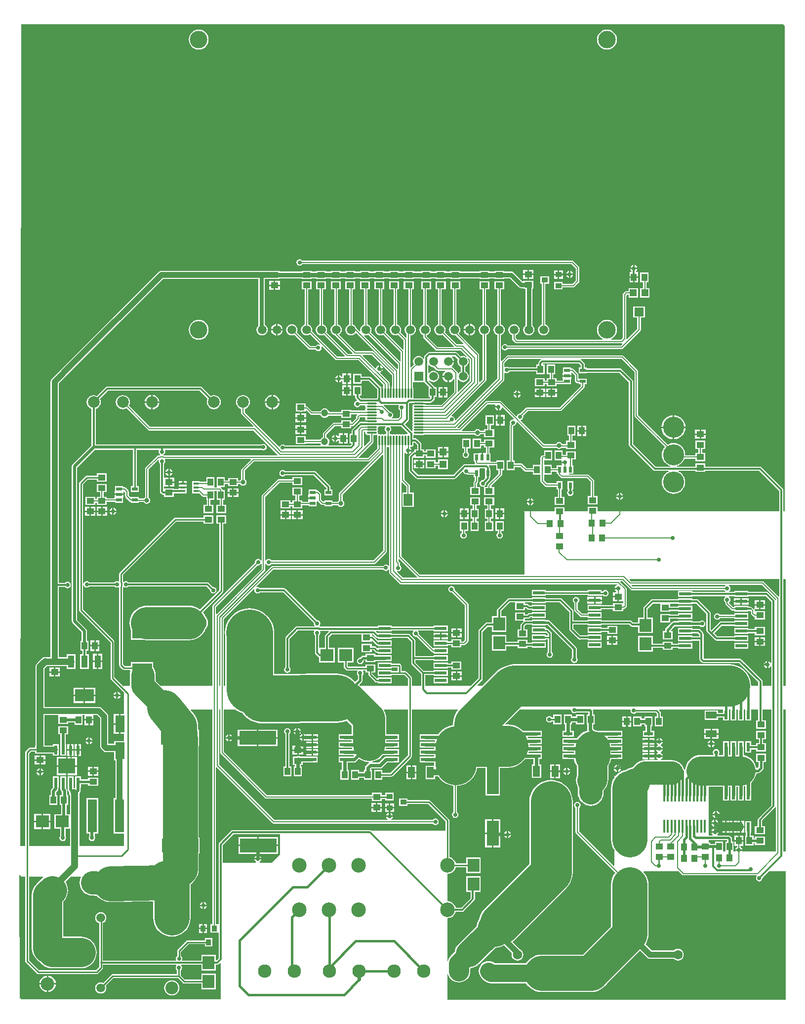
<source format=gtl>
G04 Layer_Physical_Order=1*
G04 Layer_Color=255*
%FSLAX43Y43*%
%MOMM*%
G71*
G01*
G75*
%ADD10R,0.400X2.300*%
%ADD11R,0.600X1.520*%
%ADD12R,3.000X2.650*%
%ADD13R,1.000X0.600*%
%ADD14R,1.300X1.000*%
%ADD15C,0.800*%
%ADD16R,1.200X1.200*%
%ADD17R,1.600X1.500*%
%ADD18R,1.000X1.300*%
%ADD19R,0.900X0.400*%
%ADD20R,0.600X1.000*%
%ADD21R,1.520X0.600*%
%ADD22R,2.000X0.600*%
%ADD23R,2.050X4.300*%
%ADD24R,0.900X1.050*%
%ADD25R,2.100X2.300*%
%ADD26R,2.300X2.100*%
%ADD27R,1.200X1.900*%
%ADD28R,1.050X0.900*%
%ADD29R,1.900X1.200*%
%ADD30R,6.300X2.350*%
%ADD31R,1.650X5.700*%
%ADD32O,1.800X0.300*%
%ADD33O,0.300X1.800*%
%ADD34R,1.250X1.250*%
%ADD35R,1.100X2.150*%
%ADD36R,3.250X2.150*%
%ADD37R,1.500X2.000*%
%ADD38R,3.400X1.600*%
%ADD39R,1.600X2.850*%
%ADD40C,0.200*%
%ADD41C,0.250*%
%ADD42C,7.000*%
%ADD43C,0.300*%
%ADD44C,0.400*%
%ADD45C,4.000*%
%ADD46C,0.550*%
%ADD47C,0.600*%
%ADD48C,0.450*%
%ADD49C,0.500*%
%ADD50C,1.150*%
%ADD51C,1.100*%
%ADD52C,1.000*%
%ADD53C,0.700*%
%ADD54C,0.750*%
%ADD55C,1.200*%
%ADD56C,6.000*%
%ADD57C,5.000*%
%ADD58C,2.000*%
%ADD59C,5.500*%
%ADD60C,8.000*%
%ADD61C,3.500*%
%ADD62C,4.500*%
%ADD63C,3.000*%
%ADD64C,0.800*%
%ADD65C,1.500*%
%ADD66C,2.300*%
%ADD67C,2.500*%
%ADD68C,1.500*%
%ADD69R,1.500X1.500*%
%ADD70C,1.200*%
%ADD71C,2.800*%
%ADD72C,2.200*%
%ADD73C,2.100*%
%ADD74C,1.600*%
%ADD75C,3.000*%
%ADD76C,2.000*%
%ADD77C,3.600*%
%ADD78C,0.700*%
G36*
X156606Y236235D02*
X156540Y236169D01*
Y153111D01*
X156338D01*
Y156719D01*
X156311Y156855D01*
X156234Y156971D01*
X152552Y160652D01*
X152437Y160730D01*
X152300Y160757D01*
X142950D01*
Y161300D01*
X141250D01*
Y160757D01*
X138092D01*
X138073Y160884D01*
X138269Y160943D01*
X138617Y161129D01*
X138921Y161379D01*
X139171Y161683D01*
X139357Y162031D01*
X139376Y162094D01*
X141250D01*
Y161700D01*
X142950D01*
Y163100D01*
X142406D01*
Y163800D01*
X142950D01*
Y165200D01*
X141250D01*
Y163800D01*
X141794D01*
Y163100D01*
X141250D01*
Y162706D01*
X139595D01*
X139510Y162800D01*
X139510Y162800D01*
X139471Y163192D01*
X139357Y163569D01*
X139171Y163917D01*
X138921Y164221D01*
X138617Y164471D01*
X138269Y164657D01*
X137892Y164771D01*
X137500Y164810D01*
X137108Y164771D01*
X136731Y164657D01*
X136500Y164533D01*
X131406Y169627D01*
Y177100D01*
X131406Y177100D01*
X131383Y177217D01*
X131316Y177316D01*
X128916Y179716D01*
X128817Y179783D01*
X128700Y179806D01*
X128700Y179806D01*
X109091D01*
X108974Y179783D01*
X108875Y179716D01*
X108875Y179716D01*
X108033Y178874D01*
X107906Y178927D01*
Y179904D01*
X107902Y179925D01*
Y183293D01*
X108089Y183370D01*
X108288Y183522D01*
X108440Y183721D01*
X108536Y183952D01*
X108568Y184200D01*
X108536Y184448D01*
X108440Y184679D01*
X108288Y184878D01*
X108089Y185030D01*
X107916Y185102D01*
Y191100D01*
X108450D01*
Y192500D01*
X106750D01*
Y191100D01*
X107304D01*
Y185102D01*
X107131Y185030D01*
X106932Y184878D01*
X106780Y184679D01*
X106684Y184448D01*
X106652Y184200D01*
X106684Y183952D01*
X106780Y183721D01*
X106932Y183522D01*
X107131Y183370D01*
X107290Y183304D01*
Y179908D01*
X107290Y179908D01*
X107294Y179887D01*
Y175875D01*
X100133Y168714D01*
X100016Y168776D01*
X100027Y168834D01*
X99984Y169048D01*
X99863Y169230D01*
X99681Y169352D01*
X99513Y169385D01*
X99461Y169513D01*
X105316Y175369D01*
X105316Y175369D01*
X105383Y175468D01*
X105406Y175585D01*
Y183311D01*
X105549Y183370D01*
X105748Y183522D01*
X105900Y183721D01*
X105996Y183952D01*
X106028Y184200D01*
X105996Y184448D01*
X105900Y184679D01*
X105748Y184878D01*
X105549Y185030D01*
X105376Y185102D01*
Y191100D01*
X105950D01*
Y192500D01*
X104250D01*
Y191100D01*
X104764D01*
Y185102D01*
X104591Y185030D01*
X104392Y184878D01*
X104240Y184679D01*
X104144Y184448D01*
X104112Y184200D01*
X104144Y183952D01*
X104240Y183721D01*
X104392Y183522D01*
X104591Y183370D01*
X104794Y183286D01*
Y175712D01*
X104323Y175241D01*
X104206Y175289D01*
Y179900D01*
X104206Y179900D01*
X104183Y180017D01*
X104116Y180116D01*
X104116Y180116D01*
X100686Y183547D01*
X100820Y183721D01*
X100916Y183952D01*
X100948Y184200D01*
X100916Y184448D01*
X100820Y184679D01*
X100668Y184878D01*
X100469Y185030D01*
X100296Y185102D01*
Y191100D01*
X100950D01*
Y192500D01*
X99250D01*
Y191100D01*
X99684D01*
Y185102D01*
X99511Y185030D01*
X99312Y184878D01*
X99160Y184679D01*
X99064Y184448D01*
X99032Y184200D01*
X99064Y183952D01*
X99160Y183721D01*
X99312Y183522D01*
X99511Y183370D01*
X99742Y183274D01*
X99990Y183242D01*
X100110Y183258D01*
X101530Y181837D01*
X101526Y181810D01*
X101400Y181706D01*
X101400Y181706D01*
X100377D01*
X98304Y183779D01*
X98376Y183952D01*
X98408Y184200D01*
X98376Y184448D01*
X98280Y184679D01*
X98128Y184878D01*
X97929Y185030D01*
X97756Y185102D01*
Y191100D01*
X98450D01*
Y192500D01*
X96750D01*
Y191100D01*
X97144D01*
Y185102D01*
X96971Y185030D01*
X96772Y184878D01*
X96620Y184679D01*
X96524Y184448D01*
X96492Y184200D01*
X96524Y183952D01*
X96620Y183721D01*
X96772Y183522D01*
X96971Y183370D01*
X97202Y183274D01*
X97450Y183242D01*
X97698Y183274D01*
X97871Y183346D01*
X99848Y181369D01*
X99800Y181252D01*
X97081D01*
X95216Y183117D01*
Y183298D01*
X95389Y183370D01*
X95588Y183522D01*
X95740Y183721D01*
X95836Y183952D01*
X95868Y184200D01*
X95836Y184448D01*
X95740Y184679D01*
X95588Y184878D01*
X95389Y185030D01*
X95216Y185102D01*
Y191100D01*
X95950D01*
Y192500D01*
X94250D01*
Y191100D01*
X94604D01*
Y185102D01*
X94431Y185030D01*
X94232Y184878D01*
X94080Y184679D01*
X93984Y184448D01*
X93952Y184200D01*
X93984Y183952D01*
X94080Y183721D01*
X94232Y183522D01*
X94431Y183370D01*
X94604Y183298D01*
Y182990D01*
X94604Y182990D01*
X94627Y182873D01*
X94694Y182774D01*
X96738Y180730D01*
X96738Y180730D01*
X96837Y180663D01*
X96954Y180640D01*
X101027D01*
X102064Y179603D01*
X101980Y179507D01*
X101899Y179570D01*
X101668Y179666D01*
X101420Y179698D01*
X101172Y179666D01*
X101050Y179615D01*
X100412Y180252D01*
X100297Y180330D01*
X100160Y180357D01*
X95600D01*
X95463Y180330D01*
X95348Y180252D01*
X94848Y179752D01*
X94770Y179637D01*
X94743Y179500D01*
Y179272D01*
X94682Y179243D01*
X94616Y179237D01*
X94478Y179418D01*
X94279Y179570D01*
X94048Y179666D01*
X93800Y179698D01*
X93552Y179666D01*
X93321Y179570D01*
X93122Y179418D01*
X92970Y179219D01*
X92874Y178988D01*
X92842Y178740D01*
X92874Y178492D01*
X92970Y178261D01*
X92978Y178251D01*
X92473Y177746D01*
X92356Y177794D01*
Y183229D01*
X92370Y183242D01*
X92618Y183274D01*
X92849Y183370D01*
X93048Y183522D01*
X93200Y183721D01*
X93296Y183952D01*
X93328Y184200D01*
X93296Y184448D01*
X93200Y184679D01*
X93048Y184878D01*
X92849Y185030D01*
X92676Y185102D01*
Y191100D01*
X92950D01*
Y192500D01*
X91250D01*
Y191100D01*
X92064D01*
Y185102D01*
X91891Y185030D01*
X91692Y184878D01*
X91540Y184679D01*
X91444Y184448D01*
X91412Y184200D01*
X91444Y183952D01*
X91540Y183721D01*
X91692Y183522D01*
X91744Y183483D01*
Y182884D01*
X91627Y182836D01*
X90684Y183779D01*
X90756Y183952D01*
X90788Y184200D01*
X90756Y184448D01*
X90660Y184679D01*
X90508Y184878D01*
X90309Y185030D01*
X90136Y185102D01*
Y191100D01*
X90450D01*
Y192500D01*
X88750D01*
Y191100D01*
X89524D01*
Y185102D01*
X89351Y185030D01*
X89152Y184878D01*
X89000Y184679D01*
X88904Y184448D01*
X88872Y184200D01*
X88904Y183952D01*
X89000Y183721D01*
X89152Y183522D01*
X89351Y183370D01*
X89582Y183274D01*
X89830Y183242D01*
X90078Y183274D01*
X90251Y183346D01*
X91244Y182353D01*
Y180844D01*
X91127Y180796D01*
X88144Y183779D01*
X88216Y183952D01*
X88248Y184200D01*
X88216Y184448D01*
X88120Y184679D01*
X87968Y184878D01*
X87769Y185030D01*
X87596Y185102D01*
Y191100D01*
X87950D01*
Y192500D01*
X86250D01*
Y191100D01*
X86984D01*
Y185102D01*
X86811Y185030D01*
X86612Y184878D01*
X86460Y184679D01*
X86364Y184448D01*
X86332Y184200D01*
X86364Y183952D01*
X86460Y183721D01*
X86612Y183522D01*
X86811Y183370D01*
X87042Y183274D01*
X87290Y183242D01*
X87538Y183274D01*
X87711Y183346D01*
X90744Y180313D01*
Y178804D01*
X90627Y178756D01*
X85604Y183779D01*
X85676Y183952D01*
X85708Y184200D01*
X85676Y184448D01*
X85580Y184679D01*
X85428Y184878D01*
X85229Y185030D01*
X85056Y185102D01*
Y191100D01*
X85450D01*
Y192500D01*
X83750D01*
Y191100D01*
X84444D01*
Y185102D01*
X84271Y185030D01*
X84072Y184878D01*
X83920Y184679D01*
X83824Y184448D01*
X83792Y184200D01*
X83822Y183973D01*
X83774Y183933D01*
X83707Y183908D01*
X83199Y184416D01*
X83129Y184463D01*
X83040Y184679D01*
X82888Y184878D01*
X82689Y185030D01*
X82516Y185102D01*
Y191100D01*
X82950D01*
Y192500D01*
X81250D01*
Y191100D01*
X81904D01*
Y185102D01*
X81731Y185030D01*
X81532Y184878D01*
X81380Y184679D01*
X81284Y184448D01*
X81252Y184200D01*
X81284Y183952D01*
X81380Y183721D01*
X81532Y183522D01*
X81731Y183370D01*
X81962Y183274D01*
X82210Y183242D01*
X82458Y183274D01*
X82689Y183370D01*
X82888Y183522D01*
X82977Y183638D01*
X83103Y183647D01*
X89672Y177078D01*
X89669Y177059D01*
X89531Y177018D01*
X86124Y180424D01*
X86025Y180491D01*
X85908Y180514D01*
X85908Y180514D01*
X83019D01*
X80225Y183308D01*
X80233Y183435D01*
X80348Y183522D01*
X80500Y183721D01*
X80596Y183952D01*
X80628Y184200D01*
X80596Y184448D01*
X80500Y184679D01*
X80348Y184878D01*
X80149Y185030D01*
X79976Y185102D01*
Y191100D01*
X80450D01*
Y192500D01*
X78750D01*
Y191100D01*
X79364D01*
Y185102D01*
X79191Y185030D01*
X78992Y184878D01*
X78840Y184679D01*
X78744Y184448D01*
X78712Y184200D01*
X78744Y183952D01*
X78840Y183721D01*
X78992Y183522D01*
X79191Y183370D01*
X79410Y183280D01*
X79454Y183214D01*
X82490Y180177D01*
X82442Y180060D01*
X81703D01*
X77984Y183779D01*
X78056Y183952D01*
X78088Y184200D01*
X78056Y184448D01*
X77960Y184679D01*
X77808Y184878D01*
X77609Y185030D01*
X77436Y185102D01*
Y191100D01*
X77950D01*
Y192500D01*
X76250D01*
Y191100D01*
X76824D01*
Y185102D01*
X76651Y185030D01*
X76452Y184878D01*
X76300Y184679D01*
X76204Y184448D01*
X76172Y184200D01*
X76204Y183952D01*
X76300Y183721D01*
X76452Y183522D01*
X76651Y183370D01*
X76882Y183274D01*
X77130Y183242D01*
X77378Y183274D01*
X77551Y183346D01*
X81174Y179723D01*
X81126Y179606D01*
X79874D01*
X75517Y183963D01*
X75548Y184200D01*
X75516Y184448D01*
X75420Y184679D01*
X75268Y184878D01*
X75069Y185030D01*
X74906Y185097D01*
Y191100D01*
X75450D01*
Y192500D01*
X73750D01*
Y191100D01*
X74294D01*
Y185106D01*
X74111Y185030D01*
X73912Y184878D01*
X73760Y184679D01*
X73664Y184448D01*
X73632Y184200D01*
X73664Y183952D01*
X73760Y183721D01*
X73912Y183522D01*
X74111Y183370D01*
X74342Y183274D01*
X74590Y183242D01*
X74838Y183274D01*
X75069Y183370D01*
X75168Y183446D01*
X76902Y181712D01*
X76821Y181614D01*
X76815Y181618D01*
X76600Y181661D01*
X76385Y181618D01*
X76203Y181497D01*
X76143Y181406D01*
X75277D01*
X72904Y183779D01*
X72976Y183952D01*
X73008Y184200D01*
X72976Y184448D01*
X72880Y184679D01*
X72728Y184878D01*
X72529Y185030D01*
X72298Y185126D01*
X72050Y185158D01*
X71802Y185126D01*
X71571Y185030D01*
X71372Y184878D01*
X71220Y184679D01*
X71124Y184448D01*
X71092Y184200D01*
X71124Y183952D01*
X71220Y183721D01*
X71372Y183522D01*
X71571Y183370D01*
X71802Y183274D01*
X72050Y183242D01*
X72298Y183274D01*
X72471Y183346D01*
X74934Y180884D01*
X74934Y180884D01*
X75033Y180817D01*
X75150Y180794D01*
X76143D01*
X76203Y180703D01*
X76385Y180582D01*
X76600Y180539D01*
X76815Y180582D01*
X76997Y180703D01*
X77118Y180885D01*
X77161Y181100D01*
X77118Y181315D01*
X77114Y181321D01*
X77212Y181402D01*
X79531Y179084D01*
X79630Y179017D01*
X79747Y178994D01*
X79747Y178994D01*
X83473D01*
X87744Y174723D01*
Y174597D01*
X87677Y174545D01*
Y173350D01*
X87423D01*
Y174487D01*
X87392Y174481D01*
X87291Y174413D01*
X85652Y176052D01*
X85537Y176130D01*
X85400Y176157D01*
X84000D01*
Y176650D01*
X82600D01*
Y174950D01*
X84000D01*
Y175219D01*
X84030Y175263D01*
X84057Y175400D01*
X84092Y175443D01*
X85252D01*
X86693Y174002D01*
Y173350D01*
Y172571D01*
X86670Y172537D01*
X86645Y172407D01*
X83998D01*
X83657Y172748D01*
Y172950D01*
X84000D01*
Y174650D01*
X82600D01*
Y172950D01*
X82943D01*
Y172600D01*
X82970Y172463D01*
X83048Y172348D01*
X83221Y172175D01*
X83179Y172037D01*
X83085Y172018D01*
X82903Y171897D01*
X82782Y171715D01*
X82739Y171500D01*
X82782Y171285D01*
X82903Y171103D01*
X83085Y170982D01*
X83300Y170939D01*
X83515Y170982D01*
X83697Y171103D01*
X83791Y171244D01*
X84568D01*
X84656Y171117D01*
X84643Y171050D01*
X84670Y170913D01*
X84746Y170800D01*
X84670Y170687D01*
X84643Y170550D01*
X84656Y170483D01*
X84568Y170356D01*
X82250D01*
Y170500D01*
X80550D01*
Y170106D01*
X78485D01*
X78479Y170149D01*
X78399Y170343D01*
X78271Y170511D01*
X78103Y170639D01*
X77909Y170719D01*
X77700Y170747D01*
X77491Y170719D01*
X77297Y170639D01*
X77129Y170511D01*
X77001Y170343D01*
X76961Y170246D01*
X75587D01*
X74816Y171016D01*
X74717Y171083D01*
X74600Y171106D01*
X74600Y171106D01*
X74450D01*
Y171600D01*
X72750D01*
Y170200D01*
X73373D01*
X73384Y170184D01*
X73483Y170117D01*
X73600Y170094D01*
X73717Y170117D01*
X73816Y170184D01*
X73833Y170200D01*
X74450D01*
Y170338D01*
X74577Y170390D01*
X75244Y169724D01*
X75244Y169724D01*
X75343Y169657D01*
X75460Y169634D01*
X75460Y169634D01*
X76961D01*
X77001Y169537D01*
X77129Y169369D01*
X77297Y169241D01*
X77491Y169161D01*
X77700Y169133D01*
X77909Y169161D01*
X78103Y169241D01*
X78271Y169369D01*
X78366Y169494D01*
X80550D01*
Y169100D01*
X82250D01*
Y169744D01*
X83246D01*
X83294Y169627D01*
X83184Y169516D01*
X83117Y169417D01*
X83094Y169300D01*
X83094Y169300D01*
Y169069D01*
X82377Y168352D01*
X82250Y168404D01*
Y168700D01*
X80550D01*
Y168306D01*
X79300D01*
X79183Y168283D01*
X79084Y168216D01*
X79084Y168216D01*
X77484Y166616D01*
X77417Y166517D01*
X77394Y166400D01*
X77394Y166400D01*
Y165799D01*
X77297Y165759D01*
X77129Y165631D01*
X77001Y165463D01*
X76961Y165366D01*
X74450D01*
Y166000D01*
X72750D01*
Y164600D01*
X74450D01*
Y164754D01*
X76961D01*
X77001Y164657D01*
X77091Y164540D01*
X77028Y164413D01*
X70872D01*
X70715Y164518D01*
X70500Y164561D01*
X70285Y164518D01*
X70103Y164397D01*
X69988Y164224D01*
X69963Y164204D01*
X69859Y164173D01*
X64006Y170027D01*
Y170630D01*
X64013Y170631D01*
X64305Y170752D01*
X64556Y170944D01*
X64748Y171195D01*
X64869Y171487D01*
X64910Y171800D01*
X64869Y172113D01*
X64748Y172405D01*
X64556Y172656D01*
X64305Y172848D01*
X64013Y172969D01*
X63700Y173010D01*
X63387Y172969D01*
X63095Y172848D01*
X62844Y172656D01*
X62652Y172405D01*
X62531Y172113D01*
X62490Y171800D01*
X62531Y171487D01*
X62652Y171195D01*
X62844Y170944D01*
X63095Y170752D01*
X63387Y170631D01*
X63394Y170630D01*
Y169900D01*
X63394Y169900D01*
X63417Y169783D01*
X63484Y169684D01*
X65482Y167686D01*
X65433Y167568D01*
X47764D01*
X44144Y171189D01*
X44148Y171195D01*
X44269Y171487D01*
X44310Y171800D01*
X44269Y172113D01*
X44148Y172405D01*
X43956Y172656D01*
X43705Y172848D01*
X43413Y172969D01*
X43100Y173010D01*
X42787Y172969D01*
X42495Y172848D01*
X42244Y172656D01*
X42052Y172405D01*
X41931Y172113D01*
X41890Y171800D01*
X41931Y171487D01*
X42052Y171195D01*
X42244Y170944D01*
X42495Y170752D01*
X42787Y170631D01*
X43100Y170590D01*
X43413Y170631D01*
X43705Y170752D01*
X43711Y170756D01*
X47421Y167046D01*
X47421Y167046D01*
X47521Y166980D01*
X47638Y166956D01*
X65473D01*
X69619Y162811D01*
X69570Y162694D01*
X50172D01*
X50125Y162703D01*
X50094Y162797D01*
X50095Y162836D01*
X50197Y162903D01*
X50318Y163085D01*
X50361Y163300D01*
X50318Y163515D01*
X50308Y163529D01*
X50368Y163641D01*
X66897D01*
X66985Y163582D01*
X67200Y163539D01*
X67415Y163582D01*
X67597Y163703D01*
X67718Y163885D01*
X67761Y164100D01*
X67718Y164315D01*
X67597Y164497D01*
X67415Y164618D01*
X67200Y164661D01*
X66985Y164618D01*
X66897Y164559D01*
X38457D01*
Y170649D01*
X38705Y170752D01*
X38956Y170944D01*
X39148Y171195D01*
X39269Y171487D01*
X39310Y171800D01*
X39269Y172113D01*
X39166Y172362D01*
X40548Y173743D01*
X56252D01*
X57634Y172362D01*
X57531Y172113D01*
X57490Y171800D01*
X57531Y171487D01*
X57652Y171195D01*
X57844Y170944D01*
X58095Y170752D01*
X58387Y170631D01*
X58700Y170590D01*
X59013Y170631D01*
X59305Y170752D01*
X59556Y170944D01*
X59748Y171195D01*
X59869Y171487D01*
X59910Y171800D01*
X59869Y172113D01*
X59748Y172405D01*
X59556Y172656D01*
X59305Y172848D01*
X59013Y172969D01*
X58700Y173010D01*
X58387Y172969D01*
X58138Y172866D01*
X56652Y174352D01*
X56537Y174430D01*
X56400Y174457D01*
X40400D01*
X40263Y174430D01*
X40148Y174352D01*
X38662Y172866D01*
X38413Y172969D01*
X38100Y173010D01*
X37787Y172969D01*
X37495Y172848D01*
X37244Y172656D01*
X37052Y172405D01*
X36931Y172113D01*
X36890Y171800D01*
X36931Y171487D01*
X37052Y171195D01*
X37244Y170944D01*
X37495Y170752D01*
X37743Y170649D01*
Y164392D01*
X34476Y161124D01*
X34376Y160976D01*
X34341Y160800D01*
Y134300D01*
X34376Y134124D01*
X34476Y133976D01*
X36041Y132410D01*
Y130950D01*
X35800D01*
Y129250D01*
X36143D01*
Y128675D01*
X35750D01*
Y126125D01*
X37250D01*
Y128675D01*
X36857D01*
Y129250D01*
X37200D01*
Y130950D01*
X36959D01*
Y132600D01*
X36924Y132776D01*
X36824Y132924D01*
X35259Y134490D01*
Y160610D01*
X38290Y163641D01*
X44819D01*
Y157450D01*
X44450D01*
Y156450D01*
X45850D01*
Y157450D01*
X45481D01*
Y163641D01*
X49232D01*
X49292Y163529D01*
X49282Y163515D01*
X49239Y163300D01*
X49282Y163085D01*
X49403Y162903D01*
X49505Y162836D01*
X49506Y162797D01*
X49475Y162703D01*
X49428Y162694D01*
X49188D01*
X49188Y162694D01*
X49071Y162671D01*
X48972Y162604D01*
X46984Y160616D01*
X46917Y160517D01*
X46894Y160400D01*
X46894Y160400D01*
Y155517D01*
X46767Y155433D01*
X46683Y155306D01*
X45850D01*
Y155550D01*
X44450D01*
X44450Y155550D01*
Y155550D01*
X44339Y155594D01*
X44106Y155827D01*
Y156500D01*
X44106Y156500D01*
X44083Y156617D01*
X44016Y156716D01*
X44016Y156716D01*
X43566Y157166D01*
X43467Y157233D01*
X43350Y157256D01*
X43350Y157256D01*
X43150D01*
Y157450D01*
X41750D01*
Y156554D01*
X41696D01*
Y156127D01*
X42450D01*
X43204D01*
Y156484D01*
X43331Y156536D01*
X43494Y156373D01*
Y155700D01*
X43494Y155700D01*
X43517Y155583D01*
X43584Y155484D01*
X44234Y154834D01*
X44234Y154834D01*
X44333Y154767D01*
X44450Y154744D01*
Y154550D01*
X45850D01*
Y154694D01*
X46683D01*
X46767Y154567D01*
X46966Y154435D01*
X47200Y154388D01*
X47434Y154435D01*
X47633Y154567D01*
X47765Y154766D01*
X47812Y155000D01*
X47765Y155234D01*
X47633Y155433D01*
X47506Y155517D01*
Y160273D01*
X49154Y161921D01*
X49271Y161859D01*
X49239Y161700D01*
X49282Y161485D01*
X49403Y161303D01*
X49443Y161277D01*
Y156500D01*
X49470Y156363D01*
X49548Y156248D01*
X49748Y156048D01*
X49863Y155970D01*
X50000Y155943D01*
X50150D01*
Y155600D01*
X51850D01*
Y156193D01*
X52725D01*
Y156150D01*
X54025D01*
Y156746D01*
X54079D01*
Y157073D01*
X53375D01*
X52671D01*
Y156907D01*
X51850D01*
Y157000D01*
X50157D01*
Y157346D01*
X50873D01*
Y158100D01*
Y158854D01*
X50157D01*
Y161277D01*
X50197Y161303D01*
X50318Y161485D01*
X50361Y161700D01*
X50318Y161915D01*
X50281Y161970D01*
X50341Y162082D01*
X64984D01*
X65032Y161965D01*
X63484Y160416D01*
X63417Y160317D01*
X63394Y160200D01*
X63394Y160200D01*
Y158617D01*
X63267Y158533D01*
X63183Y158406D01*
X62850D01*
Y158800D01*
X61150D01*
Y158406D01*
X60600D01*
Y158950D01*
X59200D01*
Y157337D01*
X59200Y157250D01*
X59090Y157210D01*
X58910D01*
X58800Y157250D01*
Y158950D01*
X57400D01*
Y158156D01*
X56275D01*
Y158250D01*
X54975D01*
Y157450D01*
Y156800D01*
Y156150D01*
X56217D01*
X56684Y155684D01*
X56684Y155684D01*
X56783Y155617D01*
X56900Y155594D01*
X56900Y155594D01*
X57400D01*
Y155050D01*
X57494D01*
Y154200D01*
X56950D01*
Y152800D01*
X58650D01*
Y154200D01*
X58106D01*
Y155050D01*
X58800D01*
Y156598D01*
X59200D01*
Y155050D01*
X59694D01*
Y154200D01*
X59150D01*
Y152800D01*
X60850D01*
Y154200D01*
X60306D01*
Y155050D01*
X60600D01*
Y156750D01*
X60196D01*
X60183Y156817D01*
X60116Y156916D01*
X59912Y157120D01*
X59908Y157123D01*
X59947Y157250D01*
X60600D01*
Y157794D01*
X61150D01*
Y157400D01*
X62850D01*
Y157794D01*
X63183D01*
X63267Y157667D01*
X63466Y157535D01*
X63700Y157488D01*
X63934Y157535D01*
X64133Y157667D01*
X64265Y157866D01*
X64312Y158100D01*
X64265Y158334D01*
X64133Y158533D01*
X64006Y158617D01*
Y160073D01*
X65561Y161628D01*
X85234D01*
X85234Y161628D01*
X85351Y161651D01*
X85450Y161718D01*
X87022Y163289D01*
X87159Y163247D01*
X87160Y163243D01*
X80234Y156316D01*
X80167Y156217D01*
X80144Y156100D01*
X80144Y156100D01*
Y154967D01*
X80017Y154883D01*
X79933Y154756D01*
X79050D01*
Y154950D01*
X77650D01*
Y154806D01*
X77427D01*
X77106Y155127D01*
Y156000D01*
X77083Y156117D01*
X77016Y156216D01*
X76666Y156566D01*
X76567Y156633D01*
X76450Y156656D01*
X76350Y156730D01*
Y156850D01*
X74950D01*
Y155954D01*
X74896D01*
Y155527D01*
X75650D01*
Y155273D01*
X74896D01*
Y154846D01*
X74807Y154756D01*
X73850D01*
Y155000D01*
X73306D01*
Y155800D01*
X73850D01*
Y157200D01*
X72150D01*
Y155800D01*
X72694D01*
Y155000D01*
X72150D01*
Y154606D01*
X71850D01*
Y155000D01*
X70150D01*
Y153600D01*
X71850D01*
Y153994D01*
X72150D01*
Y153600D01*
X73850D01*
Y154144D01*
X74950D01*
Y153950D01*
X76350D01*
Y154741D01*
X76404Y154846D01*
X76524Y154862D01*
X76531Y154863D01*
X76584Y154784D01*
X77084Y154284D01*
X77183Y154217D01*
X77300Y154194D01*
X77300Y154194D01*
X77650D01*
Y153950D01*
X79050D01*
Y154144D01*
X79933D01*
X80017Y154017D01*
X80216Y153885D01*
X80450Y153838D01*
X80684Y153885D01*
X80883Y154017D01*
X81015Y154216D01*
X81062Y154450D01*
X81015Y154684D01*
X80883Y154883D01*
X80756Y154967D01*
Y155973D01*
X87627Y162844D01*
X87744Y162796D01*
Y146377D01*
X86073Y144706D01*
X68557D01*
X68497Y144797D01*
X68315Y144918D01*
X68100Y144961D01*
X67885Y144918D01*
X67703Y144797D01*
X67633Y144691D01*
X67506Y144729D01*
Y155573D01*
X69927Y157994D01*
X72150D01*
Y157600D01*
X73850D01*
Y159000D01*
X72150D01*
Y158606D01*
X69800D01*
X69800Y158606D01*
X69683Y158583D01*
X69584Y158516D01*
X66984Y155916D01*
X66917Y155817D01*
X66894Y155700D01*
X66894Y155700D01*
Y144729D01*
X66767Y144691D01*
X66697Y144797D01*
X66515Y144918D01*
X66300Y144961D01*
X66085Y144918D01*
X65903Y144797D01*
X65782Y144615D01*
X65739Y144400D01*
X65760Y144293D01*
X58534Y137066D01*
X58467Y136967D01*
X58444Y136850D01*
X58444Y136850D01*
Y135800D01*
Y123266D01*
X49560D01*
X48711Y124116D01*
Y125100D01*
X48668Y125531D01*
X48542Y125946D01*
X48338Y126328D01*
X48300Y126375D01*
Y127275D01*
X46862D01*
X46500Y127311D01*
X46138Y127275D01*
X44500D01*
Y126631D01*
X43437D01*
X43131Y126937D01*
Y140100D01*
X43252Y140164D01*
X43263Y140164D01*
X43385Y140082D01*
X43600Y140039D01*
X43815Y140082D01*
X43997Y140203D01*
X44023Y140243D01*
X57452D01*
X58049Y139647D01*
X58039Y139600D01*
X58082Y139385D01*
X58203Y139203D01*
X58385Y139082D01*
X58600Y139039D01*
X58815Y139082D01*
X58997Y139203D01*
X59118Y139385D01*
X59161Y139600D01*
X59118Y139815D01*
X58997Y139997D01*
X58815Y140118D01*
X58600Y140161D01*
X58553Y140151D01*
X57852Y140852D01*
X57737Y140930D01*
X57600Y140957D01*
X44023D01*
X43997Y140997D01*
X43815Y141118D01*
X43600Y141161D01*
X43385Y141118D01*
X43263Y141036D01*
X43252Y141036D01*
X43131Y141100D01*
Y142263D01*
X52237Y151369D01*
X56950D01*
Y151000D01*
X58650D01*
Y152400D01*
X56950D01*
Y152031D01*
X52100D01*
X51973Y152006D01*
X51866Y151934D01*
X42566Y142634D01*
X42494Y142527D01*
X42469Y142400D01*
Y141150D01*
X42357Y141090D01*
X42315Y141118D01*
X42100Y141161D01*
X41885Y141118D01*
X41703Y140997D01*
X41677Y140957D01*
X37323D01*
X37297Y140997D01*
X37115Y141118D01*
X36900Y141161D01*
X36685Y141118D01*
X36503Y140997D01*
X36382Y140815D01*
X36358Y140696D01*
X36231Y140709D01*
Y157763D01*
X37037Y158569D01*
X38650D01*
Y158200D01*
X40350D01*
Y159600D01*
X38650D01*
Y159231D01*
X36900D01*
X36773Y159206D01*
X36666Y159134D01*
X35666Y158134D01*
X35594Y158027D01*
X35569Y157900D01*
Y136200D01*
X35594Y136073D01*
X35666Y135966D01*
X40969Y130663D01*
Y124536D01*
X40994Y124409D01*
X41066Y124301D01*
X43300Y122067D01*
Y118379D01*
X42727D01*
Y116700D01*
Y115021D01*
X43300D01*
Y113725D01*
X41600D01*
Y113306D01*
X40606D01*
Y118000D01*
X40582Y118183D01*
X40511Y118353D01*
X40399Y118499D01*
X39499Y119399D01*
X39353Y119511D01*
X39183Y119582D01*
X39000Y119606D01*
X29682D01*
Y126176D01*
X30149Y126644D01*
X33450D01*
Y126125D01*
X34950D01*
Y127351D01*
X34956Y127400D01*
X34950Y127449D01*
Y128675D01*
X33450D01*
Y128156D01*
X32106D01*
Y140143D01*
X33177D01*
X33203Y140103D01*
X33385Y139982D01*
X33600Y139939D01*
X33815Y139982D01*
X33997Y140103D01*
X34118Y140285D01*
X34161Y140500D01*
X34118Y140715D01*
X33997Y140897D01*
X33815Y141018D01*
X33600Y141061D01*
X33385Y141018D01*
X33203Y140897D01*
X33177Y140857D01*
X32106D01*
Y175008D01*
X34849Y177751D01*
X49992Y192894D01*
X66339D01*
Y184913D01*
X66292Y184878D01*
X66140Y184679D01*
X66044Y184448D01*
X66012Y184200D01*
X66044Y183952D01*
X66140Y183721D01*
X66292Y183522D01*
X66491Y183370D01*
X66722Y183274D01*
X66970Y183242D01*
X67218Y183274D01*
X67449Y183370D01*
X67648Y183522D01*
X67800Y183721D01*
X67896Y183952D01*
X67928Y184200D01*
X67896Y184448D01*
X67800Y184679D01*
X67648Y184878D01*
X67461Y185021D01*
Y192894D01*
X69100D01*
X69146Y192900D01*
X69950D01*
Y193014D01*
X73750D01*
Y192900D01*
X75450D01*
Y193014D01*
X76250D01*
Y192900D01*
X77950D01*
Y193014D01*
X78750D01*
Y192900D01*
X80450D01*
Y193014D01*
X81250D01*
Y192900D01*
X82950D01*
Y193014D01*
X83750D01*
Y192900D01*
X85450D01*
Y193014D01*
X86250D01*
Y192900D01*
X87950D01*
Y193014D01*
X88750D01*
Y192900D01*
X90450D01*
Y193014D01*
X91250D01*
Y192900D01*
X92950D01*
Y193014D01*
X94250D01*
Y192900D01*
X95950D01*
Y193014D01*
X96750D01*
Y192900D01*
X98450D01*
Y193014D01*
X99250D01*
Y192900D01*
X100950D01*
Y193014D01*
X104250D01*
Y192900D01*
X105950D01*
Y193014D01*
X106750D01*
Y192900D01*
X108450D01*
Y193014D01*
X109457D01*
X110985Y191485D01*
X111176Y191358D01*
X111400Y191314D01*
X111750D01*
Y191200D01*
X112104D01*
Y184948D01*
X112012Y184878D01*
X111860Y184679D01*
X111764Y184448D01*
X111732Y184200D01*
X111764Y183952D01*
X111860Y183721D01*
X112012Y183522D01*
X112211Y183370D01*
X112442Y183274D01*
X112690Y183242D01*
X112938Y183274D01*
X113169Y183370D01*
X113368Y183522D01*
X113520Y183721D01*
X113616Y183952D01*
X113648Y184200D01*
X113616Y184448D01*
X113520Y184679D01*
X113368Y184878D01*
X113276Y184948D01*
Y191200D01*
X113450D01*
Y192600D01*
X111750D01*
Y192534D01*
X111623Y192506D01*
X110115Y194015D01*
X109924Y194142D01*
X109700Y194186D01*
X108450D01*
Y194300D01*
X106750D01*
Y194186D01*
X105950D01*
Y194300D01*
X104250D01*
Y194186D01*
X100950D01*
Y194300D01*
X99250D01*
Y194186D01*
X98450D01*
Y194300D01*
X96750D01*
Y194186D01*
X95950D01*
Y194300D01*
X94250D01*
Y194186D01*
X92950D01*
Y194300D01*
X91250D01*
Y194186D01*
X90450D01*
Y194300D01*
X88750D01*
Y194186D01*
X87950D01*
Y194300D01*
X86250D01*
Y194186D01*
X85450D01*
Y194300D01*
X83750D01*
Y194186D01*
X82950D01*
Y194300D01*
X81250D01*
Y194186D01*
X80450D01*
Y194300D01*
X78750D01*
Y194186D01*
X77950D01*
Y194300D01*
X76250D01*
Y194186D01*
X75450D01*
Y194300D01*
X73750D01*
Y194186D01*
X69950D01*
Y194300D01*
X69146D01*
X69100Y194306D01*
X49700D01*
X49517Y194282D01*
X49347Y194211D01*
X49201Y194099D01*
X33851Y178749D01*
X30901Y175799D01*
X30789Y175653D01*
X30718Y175483D01*
X30694Y175300D01*
Y140500D01*
Y128156D01*
X29992D01*
X29800Y128182D01*
X29598Y128155D01*
X29409Y128077D01*
X29247Y127953D01*
X28347Y127053D01*
X28223Y126891D01*
X28177Y126780D01*
X28145Y126702D01*
X28118Y126500D01*
Y118900D01*
Y113000D01*
X28050D01*
Y112631D01*
X27200D01*
X27073Y112606D01*
X26966Y112534D01*
X26466Y112034D01*
X26394Y111927D01*
X26369Y111800D01*
Y95800D01*
X25627D01*
X25537Y95890D01*
X25705Y236499D01*
X156342D01*
X156606Y236235D01*
D02*
G37*
G36*
X90244Y178273D02*
Y177537D01*
X90127Y177488D01*
X84458Y183157D01*
X84483Y183224D01*
X84523Y183272D01*
X84750Y183242D01*
X84998Y183274D01*
X85171Y183346D01*
X90244Y178273D01*
D02*
G37*
G36*
X114770Y179067D02*
X114748Y179052D01*
X114448Y178752D01*
X114370Y178637D01*
X114343Y178500D01*
Y178250D01*
X114000D01*
Y177757D01*
X109206D01*
X109115Y177818D01*
X108900Y177861D01*
X108685Y177818D01*
X108629Y177780D01*
X108502Y177848D01*
Y178478D01*
X109218Y179194D01*
X114731D01*
X114770Y179067D01*
D02*
G37*
G36*
X100545Y179110D02*
X100494Y178988D01*
X100462Y178740D01*
X100494Y178492D01*
X100590Y178261D01*
X100742Y178062D01*
X100941Y177910D01*
X101063Y177860D01*
Y177080D01*
X100941Y177030D01*
X100742Y176878D01*
X100633Y176735D01*
X100506Y176778D01*
Y176800D01*
X100483Y176917D01*
X100416Y177016D01*
X99716Y177716D01*
X99617Y177783D01*
X99516Y177803D01*
X99492Y177848D01*
X99477Y177933D01*
X99596Y178024D01*
X99757Y178234D01*
X99858Y178478D01*
X99876Y178613D01*
X98880D01*
Y178867D01*
X99876D01*
X99858Y179002D01*
X99757Y179246D01*
X99596Y179456D01*
X99518Y179516D01*
X99561Y179643D01*
X100012D01*
X100545Y179110D01*
D02*
G37*
G36*
X102594Y179073D02*
Y175527D01*
X100623Y173556D01*
X100506Y173604D01*
Y175622D01*
X100633Y175665D01*
X100742Y175522D01*
X100941Y175370D01*
X101172Y175274D01*
X101420Y175242D01*
X101668Y175274D01*
X101899Y175370D01*
X102098Y175522D01*
X102250Y175721D01*
X102346Y175952D01*
X102378Y176200D01*
X102346Y176448D01*
X102250Y176679D01*
X102098Y176878D01*
X101899Y177030D01*
X101777Y177080D01*
Y177860D01*
X101899Y177910D01*
X102098Y178062D01*
X102250Y178261D01*
X102346Y178492D01*
X102378Y178740D01*
X102346Y178988D01*
X102250Y179219D01*
X102187Y179300D01*
X102283Y179384D01*
X102594Y179073D01*
D02*
G37*
G36*
X95662Y178062D02*
X95861Y177910D01*
X96092Y177814D01*
X96340Y177782D01*
X96380Y177787D01*
X96884Y177284D01*
X96983Y177217D01*
X97100Y177194D01*
X98325D01*
X98360Y177111D01*
X98361Y177067D01*
X98164Y176916D01*
X98003Y176706D01*
X97902Y176462D01*
X97884Y176327D01*
X98880D01*
Y176200D01*
X99007D01*
Y175204D01*
X99142Y175222D01*
X99386Y175323D01*
X99596Y175484D01*
X99757Y175694D01*
X99767Y175718D01*
X99894Y175693D01*
Y173527D01*
X97723Y171356D01*
X95097D01*
X95045Y171423D01*
X93850D01*
X92713D01*
X92719Y171392D01*
X92809Y171259D01*
X92815Y171254D01*
X92770Y171187D01*
X92743Y171050D01*
X92770Y170913D01*
X92846Y170800D01*
X92770Y170687D01*
X92743Y170550D01*
X92770Y170413D01*
X92846Y170300D01*
X92770Y170187D01*
X92743Y170050D01*
X92770Y169913D01*
X92846Y169800D01*
X92770Y169687D01*
X92743Y169550D01*
X92770Y169413D01*
X92846Y169300D01*
X92770Y169187D01*
X92743Y169050D01*
X92770Y168913D01*
X92846Y168800D01*
X92770Y168687D01*
X92743Y168550D01*
X92770Y168413D01*
X92846Y168300D01*
X92770Y168187D01*
X92743Y168050D01*
X92770Y167913D01*
X92846Y167800D01*
X92770Y167687D01*
X92743Y167550D01*
X92770Y167413D01*
X92846Y167300D01*
X92770Y167187D01*
X92743Y167050D01*
X92770Y166913D01*
X92671Y166834D01*
X91455Y168050D01*
X92052Y168648D01*
X92130Y168763D01*
X92157Y168900D01*
Y171552D01*
X92298Y171693D01*
X92616D01*
X92630Y171677D01*
X93850D01*
X95070D01*
X95084Y171693D01*
X95850D01*
X95987Y171720D01*
X96102Y171798D01*
X96452Y172148D01*
X96530Y172263D01*
X96557Y172400D01*
Y172650D01*
X96900D01*
Y174350D01*
X96547D01*
X96530Y174437D01*
X96452Y174552D01*
X95532Y175473D01*
X95534Y175482D01*
X95626Y175511D01*
X95672Y175515D01*
X95861Y175370D01*
X96092Y175274D01*
X96340Y175242D01*
X96588Y175274D01*
X96819Y175370D01*
X97018Y175522D01*
X97170Y175721D01*
X97266Y175952D01*
X97298Y176200D01*
X97266Y176448D01*
X97170Y176679D01*
X97018Y176878D01*
X96819Y177030D01*
X96588Y177126D01*
X96340Y177158D01*
X96092Y177126D01*
X95861Y177030D01*
X95662Y176878D01*
X95584Y176775D01*
X95457Y176818D01*
Y178122D01*
X95584Y178165D01*
X95662Y178062D01*
D02*
G37*
G36*
X89244Y176439D02*
Y174597D01*
X89177Y174545D01*
Y173350D01*
X88923D01*
Y174545D01*
X88856Y174597D01*
Y175004D01*
X88833Y175121D01*
X88766Y175220D01*
X87197Y176789D01*
X87234Y176911D01*
X87336Y176931D01*
X87535Y177065D01*
X87669Y177264D01*
X87691Y177373D01*
X87100D01*
Y177500D01*
X86973D01*
Y178091D01*
X86864Y178069D01*
X86665Y177935D01*
X86531Y177736D01*
X86511Y177634D01*
X86389Y177597D01*
X84202Y179785D01*
X84250Y179902D01*
X85781D01*
X89244Y176439D01*
D02*
G37*
G36*
X94750Y175250D02*
X94839Y175160D01*
X94848Y175148D01*
X95543Y174453D01*
X95500Y174350D01*
X95500D01*
Y172650D01*
X95783D01*
X95818Y172523D01*
X95702Y172407D01*
X92983D01*
X92894Y172534D01*
X92907Y172600D01*
Y174100D01*
X92880Y174237D01*
X92856Y174272D01*
Y175250D01*
X94750D01*
D02*
G37*
G36*
X121593Y178102D02*
Y177750D01*
X121250D01*
Y176750D01*
X122650D01*
Y176843D01*
X128252D01*
X129843Y175252D01*
Y164500D01*
X129870Y164363D01*
X129948Y164248D01*
X134048Y160148D01*
X134163Y160070D01*
X134300Y160043D01*
X136623D01*
X136655Y159916D01*
X136383Y159771D01*
X136079Y159521D01*
X135829Y159217D01*
X135643Y158869D01*
X135529Y158492D01*
X135490Y158100D01*
X135529Y157708D01*
X135643Y157331D01*
X135829Y156983D01*
X136079Y156679D01*
X136383Y156429D01*
X136731Y156243D01*
X137108Y156129D01*
X137500Y156090D01*
X137892Y156129D01*
X138269Y156243D01*
X138617Y156429D01*
X138921Y156679D01*
X139171Y156983D01*
X139357Y157331D01*
X139471Y157708D01*
X139510Y158100D01*
X139471Y158492D01*
X139357Y158869D01*
X139171Y159217D01*
X138921Y159521D01*
X138617Y159771D01*
X138345Y159916D01*
X138377Y160043D01*
X141250D01*
Y159900D01*
X142950D01*
Y160043D01*
X152152D01*
X155625Y156571D01*
Y153111D01*
X124450D01*
Y153900D01*
X122750D01*
Y153111D01*
X118850D01*
Y153800D01*
X117150D01*
Y153111D01*
X111862D01*
X111989Y152984D01*
Y142241D01*
X94041D01*
X90856Y145427D01*
Y158046D01*
X90973Y158094D01*
X91694Y157373D01*
Y156300D01*
X91050D01*
Y153900D01*
X92950D01*
Y156300D01*
X92306D01*
Y157500D01*
X92306Y157500D01*
X92283Y157617D01*
X92216Y157716D01*
X91356Y158577D01*
Y163148D01*
X91483Y163187D01*
X91565Y163065D01*
X91764Y162931D01*
X91873Y162909D01*
Y163500D01*
X92000D01*
Y163627D01*
X92591D01*
X92569Y163736D01*
X92435Y163935D01*
X92358Y163988D01*
X92358Y164135D01*
X92411Y164169D01*
X92421Y164169D01*
X92550Y164143D01*
X92687Y164170D01*
X92802Y164248D01*
X92880Y164363D01*
X92907Y164500D01*
Y164893D01*
X93102D01*
X93543Y164452D01*
Y163700D01*
X93050D01*
Y163347D01*
X92963Y163330D01*
X92848Y163252D01*
X92248Y162652D01*
X92248Y162652D01*
X92170Y162537D01*
X92143Y162400D01*
Y160100D01*
X92170Y159963D01*
X92248Y159848D01*
X93348Y158748D01*
X93463Y158670D01*
X93600Y158643D01*
X99900D01*
X100037Y158670D01*
X100152Y158748D01*
X101325Y159921D01*
X101463Y159879D01*
X101482Y159785D01*
X101603Y159603D01*
X101785Y159482D01*
X102000Y159439D01*
X102107Y159460D01*
X102134Y159434D01*
X102134Y159434D01*
X102233Y159367D01*
X102350Y159344D01*
X102350Y159344D01*
X103250D01*
Y158950D01*
X103394D01*
Y158327D01*
X103284Y158216D01*
X103217Y158117D01*
X103194Y158000D01*
X103194Y158000D01*
Y157300D01*
X102650D01*
Y155900D01*
X104350D01*
Y157300D01*
X103806D01*
Y157873D01*
X103916Y157984D01*
X103983Y158083D01*
X104006Y158200D01*
Y158950D01*
X104250D01*
Y160350D01*
X104332Y160443D01*
X105068D01*
X105150Y160350D01*
Y158950D01*
X105166D01*
X105218Y158823D01*
X104847Y158451D01*
X104800Y158461D01*
X104585Y158418D01*
X104403Y158297D01*
X104282Y158115D01*
X104239Y157900D01*
X104282Y157685D01*
X104403Y157503D01*
X104585Y157382D01*
X104800Y157339D01*
X104952Y157369D01*
X105050Y157264D01*
Y155900D01*
X106750D01*
Y157300D01*
X106312D01*
X106260Y157427D01*
X108016Y159184D01*
X108016Y159184D01*
X108083Y159283D01*
X108106Y159400D01*
X108106Y159400D01*
Y160150D01*
X108500D01*
Y161850D01*
X107100D01*
Y161610D01*
X106260D01*
X106150Y161650D01*
Y163050D01*
X105956D01*
Y164000D01*
X106750D01*
Y165400D01*
X105050D01*
Y165006D01*
X104500D01*
Y165550D01*
X103100D01*
Y163850D01*
X104500D01*
Y164394D01*
X105050D01*
Y164000D01*
X105344D01*
Y163193D01*
X105254Y163104D01*
X104827D01*
Y162350D01*
X104573D01*
Y163104D01*
X104146D01*
Y163050D01*
X103250D01*
Y161650D01*
X103444D01*
Y161450D01*
X103444Y161450D01*
X103467Y161333D01*
X103500Y161284D01*
X103438Y161157D01*
X101700D01*
X101563Y161130D01*
X101448Y161052D01*
X99752Y159357D01*
X93748D01*
X92857Y160248D01*
Y162252D01*
X92947Y162343D01*
X93050Y162300D01*
Y162300D01*
X94750D01*
Y162643D01*
X95050D01*
Y162300D01*
X96750D01*
Y163700D01*
X95050D01*
Y163357D01*
X94750D01*
Y163700D01*
X94257D01*
Y164600D01*
X94230Y164737D01*
X94152Y164852D01*
X93502Y165502D01*
X93387Y165580D01*
X93250Y165607D01*
X92907D01*
Y166117D01*
X93034Y166206D01*
X93100Y166193D01*
X94600D01*
X94737Y166220D01*
X94772Y166244D01*
X103416D01*
X103467Y166167D01*
X103666Y166035D01*
X103900Y165988D01*
X104134Y166035D01*
X104333Y166167D01*
X104417Y166294D01*
X105050D01*
Y165800D01*
X106750D01*
Y167200D01*
X106206D01*
Y167850D01*
X106700D01*
Y169550D01*
X105300D01*
Y167850D01*
X105594D01*
Y167200D01*
X105050D01*
Y166906D01*
X104417D01*
X104333Y167033D01*
X104134Y167165D01*
X103900Y167212D01*
X103666Y167165D01*
X103467Y167033D01*
X103349Y166856D01*
X101254D01*
X101206Y166973D01*
X105631Y171398D01*
X106905D01*
X106965Y171286D01*
X106931Y171236D01*
X106909Y171127D01*
X107500D01*
Y171000D01*
X107627D01*
Y170409D01*
X107736Y170431D01*
X107935Y170565D01*
X108069Y170764D01*
X108082Y170827D01*
X108203Y170864D01*
X110096Y168971D01*
X110034Y168854D01*
X110000Y168861D01*
X109785Y168818D01*
X109603Y168697D01*
X109482Y168515D01*
X109439Y168300D01*
X109482Y168085D01*
X109510Y168043D01*
X109484Y168016D01*
X109417Y167917D01*
X109394Y167800D01*
X109394Y167800D01*
Y161850D01*
X108900D01*
Y160150D01*
X110300D01*
Y160694D01*
X111273D01*
X111984Y159984D01*
X112083Y159917D01*
X112200Y159894D01*
X113400D01*
Y159350D01*
X114694D01*
Y158300D01*
X114694Y158300D01*
X114717Y158183D01*
X114784Y158084D01*
X115484Y157384D01*
X115484Y157384D01*
X115583Y157317D01*
X115700Y157294D01*
X115700Y157294D01*
X117450D01*
Y156850D01*
X117694D01*
Y155600D01*
X117150D01*
Y154200D01*
X118850D01*
Y155600D01*
X118306D01*
Y156850D01*
X118450D01*
Y158250D01*
X117450D01*
Y157906D01*
X115827D01*
X115306Y158427D01*
Y159350D01*
X116600D01*
Y159894D01*
X117450D01*
Y159550D01*
X117586D01*
X117694Y159500D01*
X117717Y159383D01*
X117784Y159284D01*
X118184Y158884D01*
X118184Y158884D01*
X118283Y158817D01*
X118400Y158794D01*
X118400Y158794D01*
X122673D01*
X123294Y158173D01*
Y155700D01*
X122750D01*
Y154300D01*
X124450D01*
Y155700D01*
X123906D01*
Y158300D01*
X123906Y158300D01*
X123883Y158417D01*
X123816Y158516D01*
X123816Y158516D01*
X123016Y159316D01*
X122917Y159383D01*
X122800Y159406D01*
X122800Y159406D01*
X119657D01*
X119572Y159533D01*
X119579Y159550D01*
X120350D01*
Y160950D01*
X120156D01*
Y162000D01*
X120750D01*
Y163400D01*
X119050D01*
Y162806D01*
X118500D01*
Y163550D01*
X117100D01*
Y161850D01*
X118276D01*
X118329Y161751D01*
X118329Y161723D01*
X118309Y161623D01*
X118900D01*
Y161369D01*
X118309D01*
X118331Y161260D01*
X118417Y161131D01*
X118349Y161004D01*
X118346D01*
Y160950D01*
X117450D01*
Y160506D01*
X116600D01*
Y161050D01*
X115306D01*
Y161850D01*
X116700D01*
Y163550D01*
X115300D01*
Y162706D01*
X115100D01*
X115100Y162706D01*
X114983Y162683D01*
X114884Y162616D01*
X114784Y162516D01*
X114717Y162417D01*
X114694Y162300D01*
X114694Y162300D01*
Y161050D01*
X113400D01*
Y160506D01*
X112327D01*
X111616Y161216D01*
X111517Y161283D01*
X111400Y161306D01*
X111400Y161306D01*
X110300D01*
Y161850D01*
X110006D01*
Y167673D01*
X110090Y167757D01*
X110215Y167782D01*
X110397Y167903D01*
X110518Y168085D01*
X110561Y168300D01*
X110554Y168334D01*
X110671Y168396D01*
X114984Y164084D01*
X114984Y164084D01*
X115083Y164017D01*
X115200Y163994D01*
X115200Y163994D01*
X117450D01*
X117467Y163967D01*
X117666Y163835D01*
X117900Y163788D01*
X118134Y163835D01*
X118333Y163967D01*
X118350Y163994D01*
X119050D01*
Y163800D01*
X120750D01*
Y165200D01*
X120206D01*
Y166050D01*
X120700D01*
Y167750D01*
X119300D01*
Y166050D01*
X119594D01*
Y165200D01*
X119050D01*
Y164606D01*
X118471D01*
X118465Y164634D01*
X118333Y164833D01*
X118134Y164965D01*
X117900Y165012D01*
X117666Y164965D01*
X117467Y164833D01*
X117335Y164634D01*
X117329Y164606D01*
X115327D01*
X111302Y168630D01*
X111344Y168768D01*
X111415Y168782D01*
X111597Y168903D01*
X111718Y169085D01*
X111761Y169300D01*
X111723Y169490D01*
X112527Y170294D01*
X118100D01*
X118100Y170294D01*
X118217Y170317D01*
X118316Y170384D01*
X122166Y174234D01*
X122166Y174234D01*
X122233Y174333D01*
X122256Y174450D01*
Y174850D01*
X122650D01*
Y175850D01*
X121250D01*
X121206Y175959D01*
Y176500D01*
X121183Y176617D01*
X121116Y176716D01*
X121116Y176716D01*
X120366Y177466D01*
X120267Y177533D01*
X120150Y177556D01*
X120150Y177556D01*
X119950D01*
Y177750D01*
X118550D01*
Y176854D01*
X118496D01*
Y176427D01*
X119250D01*
X120004D01*
Y176784D01*
X120131Y176836D01*
X120594Y176373D01*
Y175500D01*
X120594Y175500D01*
X120617Y175383D01*
X120684Y175284D01*
X120834Y175134D01*
X120834Y175134D01*
X120933Y175067D01*
X121050Y175044D01*
X121250D01*
Y174850D01*
X121644D01*
Y174577D01*
X117973Y170906D01*
X112400D01*
X112400Y170906D01*
X112283Y170883D01*
X112184Y170816D01*
X112184Y170816D01*
X111224Y169856D01*
X111200Y169861D01*
X110985Y169818D01*
X110803Y169697D01*
X110682Y169515D01*
X110668Y169444D01*
X110530Y169402D01*
X108012Y171920D01*
X107913Y171987D01*
X107796Y172010D01*
X107796Y172010D01*
X105504D01*
X105387Y171987D01*
X105288Y171920D01*
X105288Y171920D01*
X100723Y167356D01*
X100492D01*
X100443Y167473D01*
X108416Y175446D01*
X108416Y175446D01*
X108483Y175545D01*
X108506Y175662D01*
Y176767D01*
X108618Y176827D01*
X108685Y176782D01*
X108900Y176739D01*
X109115Y176782D01*
X109297Y176903D01*
X109390Y177043D01*
X114000D01*
Y176550D01*
X115400D01*
Y178250D01*
X115175D01*
X115124Y178377D01*
X115179Y178443D01*
X121252D01*
X121593Y178102D01*
D02*
G37*
G36*
X90450Y171216D02*
X90382Y171115D01*
X90339Y170900D01*
X90382Y170685D01*
X90503Y170503D01*
X90594Y170443D01*
Y169327D01*
X90273Y169006D01*
X89229D01*
X89191Y169133D01*
X89297Y169203D01*
X89418Y169385D01*
X89461Y169600D01*
X89418Y169815D01*
X89297Y169997D01*
X89115Y170118D01*
X88900Y170161D01*
X88873Y170155D01*
X87812Y171216D01*
X87865Y171343D01*
X90382D01*
X90450Y171216D01*
D02*
G37*
G36*
X84656Y169117D02*
X84643Y169050D01*
X84670Y168913D01*
X84715Y168846D01*
X84709Y168841D01*
X84619Y168708D01*
X84613Y168677D01*
X85750D01*
Y168423D01*
X84530D01*
X84516Y168407D01*
X83850D01*
X83713Y168380D01*
X83598Y168302D01*
X82448Y167152D01*
X82370Y167037D01*
X82343Y166900D01*
Y166450D01*
X82000D01*
Y164750D01*
X82283D01*
X82318Y164623D01*
X82108Y164413D01*
X78372D01*
X78309Y164540D01*
X78399Y164657D01*
X78479Y164851D01*
X78507Y165060D01*
X78479Y165269D01*
X78399Y165463D01*
X78271Y165631D01*
X78103Y165759D01*
X78006Y165799D01*
Y166273D01*
X79427Y167694D01*
X80550D01*
Y167300D01*
X82250D01*
Y167694D01*
X82458D01*
X82458Y167694D01*
X82575Y167717D01*
X82674Y167784D01*
X83616Y168726D01*
X83616Y168726D01*
X83683Y168825D01*
X83706Y168942D01*
Y169173D01*
X83777Y169244D01*
X84568D01*
X84656Y169117D01*
D02*
G37*
G36*
X88139Y167566D02*
X88026Y167397D01*
X87984Y167183D01*
X88026Y166968D01*
X88148Y166786D01*
X88244Y166722D01*
Y166432D01*
X88117Y166344D01*
X88050Y166357D01*
X87913Y166330D01*
X87800Y166254D01*
X87687Y166330D01*
X87550Y166357D01*
X87413Y166330D01*
X87300Y166254D01*
X87187Y166330D01*
X87050Y166357D01*
X86928Y166333D01*
X86876Y166376D01*
X86833Y166428D01*
X86857Y166550D01*
X86830Y166687D01*
X86754Y166800D01*
X86830Y166913D01*
X86857Y167050D01*
X86830Y167187D01*
X86754Y167300D01*
X86830Y167413D01*
X86857Y167550D01*
X86854Y167566D01*
X86958Y167693D01*
X88107D01*
X88139Y167566D01*
D02*
G37*
G36*
X91970Y166525D02*
X91928Y166388D01*
X91892Y166381D01*
X91759Y166291D01*
X91754Y166285D01*
X91687Y166330D01*
X91550Y166357D01*
X91413Y166330D01*
X91300Y166254D01*
X91187Y166330D01*
X91050Y166357D01*
X90913Y166330D01*
X90800Y166254D01*
X90687Y166330D01*
X90550Y166357D01*
X90413Y166330D01*
X90300Y166254D01*
X90187Y166330D01*
X90050Y166357D01*
X89913Y166330D01*
X89800Y166254D01*
X89687Y166330D01*
X89550Y166357D01*
X89413Y166330D01*
X89300Y166254D01*
X89187Y166330D01*
X89050Y166357D01*
X88983Y166344D01*
X88856Y166432D01*
Y166729D01*
X88941Y166786D01*
X89062Y166968D01*
X89105Y167183D01*
X89062Y167397D01*
X88950Y167566D01*
X88982Y167693D01*
X90802D01*
X91970Y166525D01*
D02*
G37*
G36*
X84656Y166617D02*
X84643Y166550D01*
X84670Y166413D01*
X84748Y166298D01*
X84863Y166220D01*
X85000Y166193D01*
X85444D01*
Y165177D01*
X84523Y164256D01*
X84406Y164304D01*
Y166744D01*
X84568D01*
X84656Y166617D01*
D02*
G37*
G36*
X88744Y164068D02*
Y143821D01*
X88617Y143783D01*
X88585Y143830D01*
X88403Y143952D01*
X88189Y143995D01*
X87974Y143952D01*
X87792Y143830D01*
X87732Y143740D01*
X68734D01*
X68617Y143716D01*
X68518Y143650D01*
X68518Y143650D01*
X59884Y135016D01*
X59817Y134917D01*
X59794Y134800D01*
X59794Y134800D01*
Y123266D01*
X59606D01*
Y135073D01*
X67416Y142884D01*
X67483Y142983D01*
X67506Y143100D01*
X67506Y143100D01*
Y144071D01*
X67633Y144109D01*
X67703Y144003D01*
X67885Y143882D01*
X68100Y143839D01*
X68315Y143882D01*
X68497Y144003D01*
X68557Y144094D01*
X86200D01*
X86200Y144094D01*
X86317Y144117D01*
X86416Y144184D01*
X88266Y146034D01*
X88266Y146034D01*
X88333Y146133D01*
X88356Y146250D01*
Y164068D01*
X88483Y164156D01*
X88550Y164143D01*
X88617Y164156D01*
X88744Y164068D01*
D02*
G37*
G36*
X86674Y166174D02*
X86717Y166122D01*
X86693Y166000D01*
Y164500D01*
X86720Y164363D01*
X86744Y164328D01*
Y163877D01*
X85107Y162240D01*
X83538D01*
X83490Y162357D01*
X85966Y164834D01*
X86033Y164933D01*
X86056Y165050D01*
Y166193D01*
X86500D01*
X86622Y166217D01*
X86674Y166174D01*
D02*
G37*
G36*
X130794Y176973D02*
Y169500D01*
X130794Y169500D01*
X130817Y169383D01*
X130884Y169284D01*
X136019Y164148D01*
X135829Y163917D01*
X135643Y163569D01*
X135529Y163192D01*
X135490Y162800D01*
X135529Y162408D01*
X135643Y162031D01*
X135829Y161683D01*
X136079Y161379D01*
X136383Y161129D01*
X136731Y160943D01*
X136927Y160884D01*
X136908Y160757D01*
X134448D01*
X130557Y164648D01*
Y175400D01*
X130530Y175537D01*
X130452Y175652D01*
X128652Y177452D01*
X128537Y177530D01*
X128400Y177557D01*
X122650D01*
Y177750D01*
X122307D01*
Y178250D01*
X122280Y178387D01*
X122202Y178502D01*
X121652Y179052D01*
X121630Y179067D01*
X121669Y179194D01*
X128573D01*
X130794Y176973D01*
D02*
G37*
G36*
X107100Y160150D02*
X107494D01*
Y159527D01*
X105684Y157716D01*
X105617Y157617D01*
X105594Y157500D01*
X105594Y157500D01*
Y157300D01*
X105121D01*
X105082Y157427D01*
X105197Y157503D01*
X105318Y157685D01*
X105361Y157900D01*
X105351Y157947D01*
X105902Y158498D01*
X105980Y158613D01*
X106007Y158750D01*
Y158950D01*
X106150D01*
Y160350D01*
X106007D01*
Y160550D01*
X105980Y160687D01*
X105902Y160802D01*
X105824Y160881D01*
X105872Y160998D01*
X107100D01*
Y160150D01*
D02*
G37*
G36*
X66894Y144071D02*
Y143227D01*
X59183Y135515D01*
X59056Y135568D01*
Y136723D01*
X66193Y143861D01*
X66300Y143839D01*
X66515Y143882D01*
X66697Y144003D01*
X66767Y144109D01*
X66894Y144071D01*
D02*
G37*
G36*
X93542Y141876D02*
X93493Y141758D01*
X91074D01*
X90079Y142754D01*
X90141Y142871D01*
X90300Y142839D01*
X90515Y142882D01*
X90697Y143003D01*
X90818Y143185D01*
X90861Y143400D01*
X90818Y143615D01*
X90697Y143797D01*
X90606Y143857D01*
Y144200D01*
X90606Y144200D01*
X90583Y144317D01*
X90516Y144416D01*
X90516Y144416D01*
X90356Y144577D01*
Y144896D01*
X90473Y144944D01*
X93542Y141876D01*
D02*
G37*
G36*
X146409Y140367D02*
X146303Y140297D01*
X146243Y140206D01*
X130485D01*
X130314Y140377D01*
X130362Y140494D01*
X146371D01*
X146409Y140367D01*
D02*
G37*
G36*
X87792Y143037D02*
X87974Y142916D01*
X88189Y142873D01*
X88403Y142916D01*
X88585Y143037D01*
X88617Y143085D01*
X88744Y143046D01*
Y142637D01*
X88744Y142637D01*
X88767Y142520D01*
X88834Y142421D01*
X90552Y140703D01*
X90552Y140703D01*
X90651Y140637D01*
X90768Y140613D01*
X90768Y140613D01*
X127839D01*
X127852Y140486D01*
X127764Y140469D01*
X127565Y140335D01*
X127431Y140136D01*
X127409Y140027D01*
X128000D01*
Y139773D01*
X127409D01*
X127431Y139664D01*
X127565Y139465D01*
X127690Y139381D01*
X127651Y139254D01*
X127096D01*
Y138627D01*
X128000D01*
Y138500D01*
X128127D01*
Y137746D01*
X128894D01*
Y137509D01*
X128850Y137400D01*
X127150D01*
Y137157D01*
X127023Y137052D01*
X127000Y137057D01*
X125200D01*
Y137105D01*
X122800D01*
Y136105D01*
X125200D01*
Y136343D01*
X127000D01*
X127023Y136348D01*
X127150Y136243D01*
Y136000D01*
X128850D01*
Y136394D01*
X129000D01*
X129000Y136394D01*
X129117Y136417D01*
X129216Y136484D01*
X129416Y136684D01*
X129416Y136684D01*
X129483Y136783D01*
X129506Y136900D01*
X129506Y136900D01*
Y139800D01*
X129506Y139800D01*
X129483Y139917D01*
X129416Y140016D01*
X128413Y141020D01*
X128465Y141147D01*
X128679D01*
X130142Y139684D01*
X130142Y139684D01*
X130241Y139617D01*
X130358Y139594D01*
X146243D01*
X146303Y139503D01*
X146415Y139429D01*
X146377Y139302D01*
X140700D01*
Y139445D01*
X138300D01*
Y138445D01*
X140700D01*
Y138588D01*
X146362D01*
X146400Y138461D01*
X146303Y138397D01*
X146182Y138215D01*
X146139Y138000D01*
X146182Y137785D01*
X146303Y137603D01*
X146394Y137543D01*
Y137300D01*
X146394Y137300D01*
X146417Y137183D01*
X146484Y137084D01*
X147379Y136189D01*
X147379Y136189D01*
X147478Y136122D01*
X147595Y136099D01*
X147595Y136099D01*
X147900D01*
Y135905D01*
X150300D01*
Y136043D01*
X150700D01*
X150794Y135955D01*
Y135600D01*
X150794Y135600D01*
X150817Y135483D01*
X150884Y135384D01*
X151184Y135084D01*
X151283Y135017D01*
X151400Y134994D01*
X151450D01*
Y134600D01*
X153150D01*
Y136000D01*
X151480D01*
X151410Y136094D01*
X151404Y136108D01*
X151383Y136217D01*
X151376Y136227D01*
X151449Y136346D01*
X151492Y136346D01*
X151492Y136346D01*
X151494Y136346D01*
X152173D01*
Y136973D01*
X151396D01*
Y136452D01*
X151396Y136416D01*
X151269Y136364D01*
X151016Y136616D01*
X150917Y136683D01*
X150903Y136685D01*
X150837Y136730D01*
X150700Y136757D01*
X150300D01*
Y136905D01*
X147900D01*
Y136711D01*
X147722D01*
X147009Y137424D01*
X147016Y137550D01*
X147097Y137603D01*
X147218Y137785D01*
X147261Y138000D01*
X147218Y138215D01*
X147097Y138397D01*
X147000Y138461D01*
X147038Y138588D01*
X147900D01*
Y138445D01*
X150300D01*
Y138588D01*
X153307D01*
X154278Y137617D01*
Y127178D01*
X154151Y127140D01*
X154055Y127283D01*
X153856Y127417D01*
X153747Y127438D01*
Y126848D01*
Y126257D01*
X153856Y126279D01*
X154055Y126412D01*
X154151Y126556D01*
X154278Y126517D01*
Y123266D01*
X152757D01*
Y124000D01*
X152730Y124137D01*
X152652Y124252D01*
X149152Y127752D01*
X149037Y127830D01*
X148900Y127857D01*
X142748D01*
X142657Y127948D01*
Y131300D01*
Y132100D01*
X142630Y132237D01*
X142552Y132352D01*
X142057Y132847D01*
X141942Y132925D01*
X141805Y132952D01*
X140700D01*
Y133095D01*
X138300D01*
Y132095D01*
X140700D01*
Y132238D01*
X141657D01*
X141943Y131952D01*
Y131682D01*
X140700D01*
Y131825D01*
X138300D01*
Y130825D01*
X140700D01*
Y130968D01*
X141943D01*
Y127800D01*
X141970Y127663D01*
X142048Y127548D01*
X142348Y127248D01*
X142348Y127248D01*
X142463Y127170D01*
X142600Y127143D01*
X148752D01*
X152043Y123852D01*
Y123266D01*
X150806D01*
X150766Y123781D01*
X150630Y124347D01*
X150407Y124885D01*
X150103Y125382D01*
X149724Y125824D01*
X149720Y125828D01*
X149278Y126207D01*
X148781Y126511D01*
X148243Y126734D01*
X147677Y126870D01*
X147096Y126915D01*
X110204D01*
X109623Y126870D01*
X109057Y126734D01*
X108580Y126536D01*
X108553Y126530D01*
X108015Y126307D01*
X107518Y126003D01*
X107076Y125624D01*
X104717Y123266D01*
X103937D01*
X103888Y123384D01*
X104652Y124148D01*
X104730Y124263D01*
X104757Y124400D01*
Y132452D01*
X105648Y133343D01*
X106350D01*
Y132450D01*
X108850D01*
Y135150D01*
X107957D01*
Y136052D01*
X109448Y137543D01*
X110350D01*
Y136200D01*
X112050D01*
Y136543D01*
X112252D01*
X112448Y136348D01*
X112563Y136270D01*
X112700Y136243D01*
X113200D01*
Y136105D01*
X115600D01*
Y137105D01*
X113200D01*
Y136957D01*
X112848D01*
X112652Y137152D01*
X112537Y137230D01*
X112400Y137257D01*
X112050D01*
Y137543D01*
X113200D01*
Y137375D01*
X115600D01*
Y137518D01*
X117977D01*
X119643Y135852D01*
Y134100D01*
Y132900D01*
X119670Y132763D01*
X119748Y132648D01*
X121148Y131248D01*
X121263Y131170D01*
X121400Y131143D01*
X121526Y131168D01*
X122800D01*
Y131025D01*
X125200D01*
Y132025D01*
X122800D01*
Y131882D01*
X121523D01*
X120357Y133048D01*
Y133708D01*
X122800D01*
Y133565D01*
X125200D01*
Y133708D01*
X129887D01*
X130148Y133448D01*
X130263Y133370D01*
X130400Y133343D01*
X131450D01*
Y132250D01*
X133950D01*
Y134950D01*
X133057D01*
Y136352D01*
X134023Y137318D01*
X135131D01*
X135250Y137300D01*
X135250Y137191D01*
Y135900D01*
X136950D01*
Y136048D01*
X138300D01*
Y135905D01*
X140700D01*
Y136905D01*
X138300D01*
Y136762D01*
X136950D01*
X136950Y137300D01*
X137069Y137318D01*
X138300D01*
Y137175D01*
X140700D01*
Y137318D01*
X141377D01*
X143143Y135552D01*
Y132700D01*
X143170Y132563D01*
X143248Y132448D01*
X143748Y131948D01*
X144623Y131073D01*
X144738Y130995D01*
X144875Y130968D01*
X147900D01*
Y130825D01*
X150300D01*
Y131825D01*
X147900D01*
Y131682D01*
X145023D01*
X144505Y132200D01*
X145813Y133508D01*
X147900D01*
Y133365D01*
X150300D01*
Y134365D01*
X147900D01*
Y134222D01*
X145665D01*
X145528Y134195D01*
X145413Y134117D01*
X144000Y132705D01*
X143857Y132848D01*
Y135700D01*
X143830Y135837D01*
X143752Y135952D01*
X141777Y137927D01*
X141662Y138005D01*
X141525Y138032D01*
X140700D01*
Y138175D01*
X138300D01*
Y138032D01*
X133875D01*
X133738Y138005D01*
X133623Y137927D01*
X132448Y136752D01*
X132370Y136637D01*
X132343Y136500D01*
Y134950D01*
X131450D01*
Y134057D01*
X130548D01*
X130287Y134317D01*
X130172Y134395D01*
X130035Y134422D01*
X125200D01*
Y134565D01*
X122800D01*
Y134422D01*
X120357D01*
Y136000D01*
X120330Y136137D01*
X120252Y136252D01*
X118377Y138127D01*
X118262Y138205D01*
X118125Y138232D01*
X115600D01*
Y138375D01*
X113200D01*
Y138257D01*
X109300D01*
X109163Y138230D01*
X109048Y138152D01*
X107348Y136452D01*
X107270Y136337D01*
X107243Y136200D01*
Y135150D01*
X106350D01*
Y134057D01*
X105500D01*
X105363Y134030D01*
X105248Y133952D01*
X104148Y132852D01*
X104070Y132737D01*
X104043Y132600D01*
Y124548D01*
X102762Y123266D01*
X94957D01*
Y125068D01*
X96400D01*
Y124925D01*
X98800D01*
Y125925D01*
X96400D01*
Y125782D01*
X94723D01*
X93257Y127248D01*
Y127608D01*
X96400D01*
Y127465D01*
X98800D01*
Y128465D01*
X96400D01*
Y128322D01*
X93257D01*
Y130900D01*
X93230Y131037D01*
X93152Y131152D01*
X92277Y132027D01*
X92162Y132105D01*
X92025Y132132D01*
X89200D01*
Y132275D01*
X86800D01*
X86800Y132275D01*
Y132275D01*
X86688Y132317D01*
X86479Y132526D01*
X86527Y132643D01*
X86800D01*
Y132545D01*
X89200D01*
Y132714D01*
X92868D01*
X92897Y132587D01*
X92782Y132415D01*
X92739Y132200D01*
X92782Y131985D01*
X92903Y131803D01*
X93085Y131682D01*
X93300Y131639D01*
X93407Y131661D01*
X96049Y129019D01*
X96049Y129019D01*
X96148Y128952D01*
X96265Y128929D01*
X96265Y128929D01*
X96400D01*
Y128735D01*
X98800D01*
Y129735D01*
X96400D01*
Y129712D01*
X96273Y129660D01*
X93840Y132093D01*
X93861Y132200D01*
X93818Y132415D01*
X93703Y132587D01*
X93732Y132714D01*
X96400D01*
Y132545D01*
X98800D01*
Y133545D01*
X96400D01*
Y133376D01*
X89200D01*
Y133545D01*
X86800D01*
Y133357D01*
X76889D01*
X76849Y133384D01*
X76847Y133384D01*
X76824Y133439D01*
X76808Y133521D01*
X76918Y133685D01*
X76961Y133900D01*
X76918Y134115D01*
X76797Y134297D01*
X76615Y134418D01*
X76400Y134461D01*
X76353Y134451D01*
X70952Y139852D01*
X70837Y139930D01*
X70700Y139957D01*
X66623D01*
X66597Y139997D01*
X66415Y140118D01*
X66200Y140161D01*
X66041Y140129D01*
X65979Y140246D01*
X68860Y143128D01*
X87732D01*
X87792Y143037D01*
D02*
G37*
G36*
X155625Y138588D02*
X155498Y138535D01*
X153016Y141016D01*
X152917Y141083D01*
X152800Y141106D01*
X152800Y141106D01*
X130227D01*
X129972Y141361D01*
X130021Y141478D01*
X155625D01*
Y138588D01*
D02*
G37*
G36*
X155091Y138076D02*
Y137917D01*
X154965Y137901D01*
X154888Y138017D01*
X153707Y139197D01*
X153592Y139275D01*
X153455Y139302D01*
X150300D01*
Y139445D01*
X147900D01*
Y139302D01*
X147023D01*
X146985Y139429D01*
X147097Y139503D01*
X147218Y139685D01*
X147261Y139900D01*
X147218Y140115D01*
X147097Y140297D01*
X146991Y140367D01*
X147029Y140494D01*
X152673D01*
X155091Y138076D01*
D02*
G37*
G36*
X78421Y132526D02*
X77848Y131952D01*
X77770Y131837D01*
X77743Y131700D01*
Y129750D01*
X76757D01*
Y131877D01*
X76797Y131903D01*
X76918Y132085D01*
X76961Y132300D01*
X76918Y132515D01*
X76907Y132531D01*
X76967Y132643D01*
X78373D01*
X78421Y132526D01*
D02*
G37*
G36*
X156769Y141376D02*
Y123266D01*
X156338D01*
Y141478D01*
X156667D01*
X156769Y141376D01*
D02*
G37*
G36*
X65671Y139759D02*
X65639Y139600D01*
X65682Y139385D01*
X65803Y139203D01*
X65985Y139082D01*
X66200Y139039D01*
X66415Y139082D01*
X66597Y139203D01*
X66623Y139243D01*
X70552D01*
X75849Y133947D01*
X75839Y133900D01*
X75882Y133685D01*
X75980Y133538D01*
X75931Y133411D01*
X72954D01*
X72817Y133384D01*
X72702Y133306D01*
X71048Y131652D01*
X70970Y131537D01*
X70943Y131400D01*
Y126423D01*
X70903Y126397D01*
X70782Y126215D01*
X70739Y126000D01*
X70782Y125785D01*
X70903Y125603D01*
X71085Y125482D01*
X71300Y125439D01*
X71515Y125482D01*
X71697Y125603D01*
X71818Y125785D01*
X71861Y126000D01*
X71818Y126215D01*
X71697Y126397D01*
X71657Y126423D01*
Y131252D01*
X73102Y132697D01*
X75851D01*
X75919Y132570D01*
X75882Y132515D01*
X75839Y132300D01*
X75882Y132085D01*
X76003Y131903D01*
X76043Y131877D01*
Y128900D01*
X76070Y128763D01*
X76148Y128648D01*
X76548Y128248D01*
X76663Y128170D01*
X76750Y128153D01*
Y127250D01*
X79450D01*
Y129750D01*
X78457D01*
Y131552D01*
X78948Y132043D01*
X84050D01*
Y130800D01*
X85750D01*
Y130915D01*
X85867Y130964D01*
X86561Y130271D01*
X86668Y130199D01*
X86795Y130174D01*
X86800D01*
Y130005D01*
X89200D01*
Y131005D01*
X86800D01*
X86800Y131005D01*
Y131005D01*
X86701Y131068D01*
X86034Y131734D01*
X85927Y131806D01*
X85800Y131831D01*
X85750D01*
Y132047D01*
X85948D01*
X86473Y131523D01*
X86588Y131445D01*
X86725Y131418D01*
X86800D01*
Y131275D01*
X89200D01*
Y131418D01*
X91877D01*
X92543Y130752D01*
Y128000D01*
Y127100D01*
X92570Y126963D01*
X92648Y126848D01*
X94243Y125252D01*
Y123266D01*
X92631D01*
Y124600D01*
X92606Y124727D01*
X92534Y124834D01*
X91734Y125634D01*
X91627Y125706D01*
X91500Y125731D01*
X90831D01*
Y126700D01*
X90806Y126827D01*
X90734Y126934D01*
X90627Y127006D01*
X90500Y127031D01*
X90475Y127026D01*
X89200D01*
Y127195D01*
X86800D01*
Y126195D01*
X89200D01*
Y126364D01*
X90169D01*
Y125731D01*
X89200D01*
Y125925D01*
X86800D01*
Y124925D01*
X89200D01*
Y125069D01*
X91363D01*
X91969Y124463D01*
Y123266D01*
X83789D01*
X83699Y123343D01*
X83681Y123504D01*
X84088Y123912D01*
X84088Y123912D01*
X84177Y124044D01*
X84208Y124200D01*
X84208Y124200D01*
Y125020D01*
X84318Y125185D01*
X84361Y125400D01*
X84318Y125615D01*
X84233Y125742D01*
X84300Y125869D01*
X84650D01*
Y125500D01*
X85169D01*
Y125200D01*
X85194Y125073D01*
X85266Y124966D01*
X86311Y123921D01*
X86418Y123849D01*
X86545Y123824D01*
X86800D01*
Y123655D01*
X89200D01*
Y124655D01*
X86800D01*
Y124509D01*
X86673Y124496D01*
X85831Y125337D01*
Y125500D01*
X86350D01*
Y126900D01*
X84650D01*
Y126531D01*
X81737D01*
X81631Y126637D01*
Y127250D01*
X82650D01*
Y129750D01*
X79950D01*
Y127250D01*
X80969D01*
Y126500D01*
X80994Y126373D01*
X81066Y126266D01*
X81366Y125966D01*
X81473Y125894D01*
X81600Y125869D01*
X83300D01*
X83367Y125742D01*
X83282Y125615D01*
X83239Y125400D01*
X83282Y125185D01*
X83392Y125020D01*
Y124369D01*
X82992Y123969D01*
X82866Y123973D01*
X82753Y124099D01*
X82336Y124459D01*
X81876Y124761D01*
X81380Y125001D01*
X80858Y125174D01*
X80317Y125277D01*
X79767Y125309D01*
X69149Y125226D01*
X69059Y125315D01*
Y132250D01*
X69023Y132799D01*
X68916Y133339D01*
X68739Y133861D01*
X68495Y134355D01*
X68189Y134812D01*
X67826Y135226D01*
X67776Y135276D01*
X67362Y135639D01*
X66905Y135945D01*
X66411Y136189D01*
X65889Y136366D01*
X65349Y136473D01*
X64800Y136509D01*
X64251Y136473D01*
X63711Y136366D01*
X63189Y136189D01*
X62695Y135945D01*
X62238Y135639D01*
X61824Y135276D01*
X61461Y134862D01*
X61155Y134404D01*
X60911Y133911D01*
X60734Y133389D01*
X60627Y132849D01*
X60591Y132300D01*
X60627Y131751D01*
X60641Y131680D01*
Y123266D01*
X60406D01*
Y134673D01*
X65554Y139821D01*
X65671Y139759D01*
D02*
G37*
G36*
X36382Y140385D02*
X36503Y140203D01*
X36685Y140082D01*
X36900Y140039D01*
X37115Y140082D01*
X37297Y140203D01*
X37323Y140243D01*
X41677D01*
X41703Y140203D01*
X41885Y140082D01*
X42100Y140039D01*
X42315Y140082D01*
X42357Y140110D01*
X42469Y140050D01*
Y126800D01*
X42494Y126673D01*
X42566Y126566D01*
X43066Y126066D01*
X43173Y125994D01*
X43300Y125969D01*
X44332D01*
X44426Y125842D01*
X44332Y125531D01*
X44289Y125100D01*
Y123266D01*
X43334D01*
X43300Y123300D01*
Y123170D01*
X43183Y123122D01*
X41631Y124673D01*
Y130800D01*
X41606Y130927D01*
X41534Y131034D01*
X36231Y136337D01*
Y140491D01*
X36358Y140504D01*
X36382Y140385D01*
D02*
G37*
G36*
X39194Y117708D02*
Y112900D01*
X39218Y112717D01*
X39289Y112547D01*
X39401Y112401D01*
X39701Y112101D01*
X39847Y111989D01*
X40017Y111918D01*
X40200Y111894D01*
X41600D01*
Y110475D01*
X41844D01*
Y104050D01*
X41525D01*
Y97950D01*
X43300D01*
Y95800D01*
X35661D01*
Y104746D01*
X35642Y104893D01*
X35729Y104981D01*
X35829Y105129D01*
X35864Y105305D01*
Y105800D01*
X35905D01*
Y106392D01*
X37150D01*
Y106100D01*
X38850D01*
Y107500D01*
X37150D01*
Y107208D01*
X35905D01*
Y107720D01*
X34905D01*
Y105808D01*
X34894Y105751D01*
X34819Y105691D01*
X34713Y105705D01*
X34678Y105748D01*
X34635Y105826D01*
Y107720D01*
X33635D01*
Y105800D01*
X33676D01*
Y105465D01*
X33711Y105289D01*
X33811Y105141D01*
X33911Y105040D01*
X33893Y104900D01*
X33921Y104691D01*
X34001Y104497D01*
X34047Y104437D01*
Y101250D01*
X33459D01*
Y102850D01*
X33700D01*
Y104550D01*
X33559D01*
Y105300D01*
X33524Y105476D01*
X33424Y105624D01*
X33373Y105676D01*
X33365Y105800D01*
X33365D01*
Y107720D01*
X32365D01*
Y105800D01*
X32406D01*
Y105535D01*
X32441Y105359D01*
X32541Y105211D01*
X32641Y105110D01*
Y104550D01*
X32300D01*
Y102850D01*
X32541D01*
Y101250D01*
X31350D01*
Y98750D01*
X32341D01*
Y97503D01*
X32282Y97415D01*
X32239Y97200D01*
X32282Y96985D01*
X32403Y96803D01*
X32585Y96682D01*
X32800Y96639D01*
X33015Y96682D01*
X33197Y96803D01*
X33318Y96985D01*
X33361Y97200D01*
X33318Y97415D01*
X33259Y97503D01*
Y98750D01*
X34047D01*
Y95800D01*
X27031D01*
Y111663D01*
X27337Y111969D01*
X28050D01*
Y111600D01*
X28854D01*
X28900Y111594D01*
X31095D01*
Y111280D01*
X32095D01*
Y112216D01*
X32106Y112300D01*
X32095Y112384D01*
Y113200D01*
X31095D01*
Y113006D01*
X29682D01*
Y118194D01*
X31970D01*
X32050Y118100D01*
Y116700D01*
X33750D01*
Y116941D01*
X34800D01*
Y116550D01*
X36200D01*
Y118194D01*
X36546D01*
Y117527D01*
X37300D01*
X38054D01*
Y118194D01*
X38708D01*
X39194Y117708D01*
D02*
G37*
G36*
X154278Y102783D02*
X152048Y100552D01*
X151970Y100437D01*
X151943Y100300D01*
Y99200D01*
X151450D01*
Y97800D01*
X153150D01*
Y99200D01*
X152657D01*
Y100152D01*
X154888Y102383D01*
X154965Y102499D01*
X155091Y102483D01*
Y94869D01*
X149370D01*
X149289Y94967D01*
X149291Y94973D01*
X148109D01*
X148111Y94967D01*
X148030Y94869D01*
X147800D01*
Y96550D01*
X147508D01*
Y97000D01*
X147508Y97000D01*
X147477Y97156D01*
X147388Y97288D01*
X147388Y97288D01*
X147188Y97488D01*
X147056Y97577D01*
X146900Y97608D01*
X146900Y97608D01*
X145030D01*
X144991Y97735D01*
X145035Y97765D01*
X145169Y97964D01*
X145191Y98073D01*
X144009D01*
X144031Y97964D01*
X144165Y97765D01*
X144209Y97735D01*
X144170Y97608D01*
X143510D01*
Y105992D01*
X145985D01*
Y104540D01*
X145995Y104491D01*
Y103580D01*
X146995D01*
Y104491D01*
X147005Y104540D01*
Y105992D01*
X147255D01*
Y104540D01*
X147265Y104491D01*
Y103580D01*
X148265D01*
Y104491D01*
X148275Y104540D01*
Y105992D01*
X148525D01*
Y104540D01*
X148535Y104491D01*
Y103580D01*
X149535D01*
Y104491D01*
X149545Y104540D01*
Y106046D01*
X149695Y106082D01*
X149795Y106003D01*
Y104540D01*
X149805Y104491D01*
Y103580D01*
X150805D01*
Y104491D01*
X150815Y104540D01*
Y106669D01*
X150950Y106785D01*
X151226Y107108D01*
X151448Y107470D01*
X151611Y107863D01*
X151708Y108267D01*
X152000D01*
X152166Y108300D01*
X152306Y108394D01*
X152806Y108894D01*
X152900Y109034D01*
X152933Y109200D01*
Y110200D01*
X153350D01*
Y111600D01*
X151650D01*
Y110200D01*
X152067D01*
Y109379D01*
X151828Y109140D01*
X151702Y109155D01*
X151611Y109537D01*
X151448Y109930D01*
X151226Y110292D01*
X150950Y110615D01*
X150627Y110891D01*
X150265Y111113D01*
X149872Y111276D01*
X149545Y111354D01*
Y112760D01*
X149535Y112809D01*
Y113720D01*
X148535D01*
Y112809D01*
X148525Y112760D01*
Y111408D01*
X148275D01*
Y112760D01*
X148265Y112809D01*
Y113720D01*
X147265D01*
Y112809D01*
X147255Y112760D01*
Y111408D01*
X147005D01*
Y112760D01*
X146995Y112809D01*
Y113720D01*
X145995D01*
Y112809D01*
X145985Y112760D01*
Y111408D01*
X145334D01*
X145266Y111535D01*
X145323Y111622D01*
X145366Y111836D01*
X145323Y112051D01*
X145202Y112233D01*
X145020Y112354D01*
X144805Y112397D01*
X144591Y112354D01*
X144409Y112233D01*
X144287Y112051D01*
X144245Y111836D01*
X144287Y111622D01*
X144345Y111535D01*
X144277Y111408D01*
X142200D01*
X141776Y111375D01*
X141363Y111276D01*
X140970Y111113D01*
X140608Y110891D01*
X140285Y110615D01*
X140009Y110292D01*
X139787Y109930D01*
X139624Y109537D01*
X139525Y109124D01*
X139508Y108911D01*
X139378Y108877D01*
X139371Y108888D01*
X139308Y108931D01*
X139242Y109146D01*
X139038Y109528D01*
X138763Y109863D01*
X138428Y110138D01*
X138046Y110342D01*
X137631Y110468D01*
X137200Y110511D01*
X135390D01*
X135320Y110628D01*
X135321Y110638D01*
X135513Y110766D01*
X135646Y110966D01*
X135668Y111074D01*
X134487D01*
X134508Y110966D01*
X134642Y110766D01*
X134833Y110638D01*
X134835Y110628D01*
X134764Y110511D01*
X132600D01*
X132169Y110468D01*
X131754Y110342D01*
X131372Y110138D01*
X131037Y109863D01*
X131037Y109863D01*
X130440Y109266D01*
X130063Y109176D01*
X129670Y109013D01*
X129399Y108847D01*
X129008Y108753D01*
X128543Y108560D01*
X128113Y108297D01*
X127730Y107970D01*
X127605Y107823D01*
X127330D01*
Y107468D01*
X127140Y107157D01*
X126947Y106692D01*
X126830Y106202D01*
X126790Y105700D01*
Y96900D01*
X126830Y96398D01*
X126947Y95908D01*
X127140Y95443D01*
X127330Y95132D01*
Y92468D01*
X127213Y92420D01*
X121311Y98321D01*
Y102337D01*
X121402Y102397D01*
X121524Y102579D01*
X121566Y102794D01*
X121524Y103008D01*
X121402Y103190D01*
X121220Y103312D01*
X121006Y103355D01*
X120791Y103312D01*
X120609Y103190D01*
X120488Y103008D01*
X120445Y102794D01*
X120488Y102579D01*
X120609Y102397D01*
X120700Y102337D01*
Y98194D01*
X120700Y98194D01*
X120723Y98077D01*
X120789Y97978D01*
X127531Y91236D01*
X127403Y91087D01*
X127140Y90657D01*
X126947Y90192D01*
X126830Y89702D01*
X126790Y89200D01*
Y82030D01*
X121970Y77210D01*
X114900D01*
X114398Y77170D01*
X113908Y77053D01*
X113443Y76860D01*
X113013Y76597D01*
X112630Y76270D01*
X112303Y75887D01*
X112194Y75708D01*
X106886D01*
X106749Y75820D01*
X106454Y75978D01*
X106133Y76075D01*
X105800Y76108D01*
X105467Y76075D01*
X105146Y75978D01*
X104851Y75820D01*
X104592Y75608D01*
X104380Y75349D01*
X104222Y75054D01*
X104125Y74733D01*
X104092Y74400D01*
X104125Y74067D01*
X104222Y73746D01*
X104380Y73451D01*
X104592Y73192D01*
X104992Y72792D01*
X105251Y72580D01*
X105546Y72422D01*
X105867Y72325D01*
X106200Y72292D01*
X112194D01*
X112303Y72113D01*
X112630Y71730D01*
X113013Y71403D01*
X113443Y71140D01*
X113908Y70947D01*
X114398Y70830D01*
X114900Y70790D01*
X123400D01*
X123902Y70830D01*
X124392Y70947D01*
X124857Y71140D01*
X125287Y71403D01*
X125670Y71730D01*
X125770Y71830D01*
X125770Y71830D01*
X126097Y72213D01*
X126167Y72327D01*
X131770Y77931D01*
X133001Y76701D01*
X133147Y76589D01*
X133317Y76518D01*
X133500Y76494D01*
X137531D01*
X137537Y76487D01*
X137746Y76326D01*
X137989Y76226D01*
X138250Y76191D01*
X138511Y76226D01*
X138754Y76326D01*
X138963Y76487D01*
X139124Y76696D01*
X139224Y76939D01*
X139259Y77200D01*
X139224Y77461D01*
X139124Y77704D01*
X138963Y77913D01*
X138754Y78074D01*
X138511Y78174D01*
X138250Y78209D01*
X137989Y78174D01*
X137746Y78074D01*
X137537Y77913D01*
X137531Y77906D01*
X133792D01*
X132706Y78992D01*
X132860Y79243D01*
X133053Y79708D01*
X133170Y80198D01*
X133210Y80700D01*
Y89200D01*
X133170Y89702D01*
X133053Y90192D01*
X132860Y90657D01*
X132597Y91087D01*
X132372Y91350D01*
X132425Y91465D01*
X138402D01*
X138988Y90880D01*
X139087Y90813D01*
X139204Y90790D01*
X151725D01*
X151739Y90774D01*
X151781Y90663D01*
X151682Y90515D01*
X151639Y90300D01*
X151682Y90085D01*
X151803Y89903D01*
X151985Y89782D01*
X152200Y89739D01*
X152415Y89782D01*
X152597Y89903D01*
X152718Y90085D01*
X152761Y90300D01*
X152751Y90347D01*
X153870Y91465D01*
X156769D01*
Y69571D01*
X156737Y69494D01*
X98704D01*
Y73890D01*
X98831Y73908D01*
X98910Y73650D01*
X99091Y73311D01*
X99334Y73014D01*
X99631Y72771D01*
X99970Y72590D01*
X100338Y72478D01*
X100720Y72441D01*
X101102Y72478D01*
X101470Y72590D01*
X101809Y72771D01*
X102106Y73014D01*
X102349Y73311D01*
X102530Y73650D01*
X102642Y74018D01*
X102679Y74400D01*
Y74808D01*
X102743Y74872D01*
X102880Y74885D01*
X103342Y75026D01*
X103768Y75253D01*
X104141Y75559D01*
X106978Y78396D01*
X107402Y78430D01*
X107892Y78547D01*
X108357Y78740D01*
X108484Y78818D01*
X109795Y77507D01*
X109776Y77461D01*
X109741Y77200D01*
X109776Y76939D01*
X109877Y76696D01*
X110037Y76487D01*
X110246Y76326D01*
X110489Y76226D01*
X110750Y76191D01*
X111011Y76226D01*
X111254Y76326D01*
X111463Y76487D01*
X111623Y76696D01*
X111724Y76939D01*
X111759Y77200D01*
X111724Y77461D01*
X111623Y77704D01*
X111463Y77913D01*
X111254Y78074D01*
X111204Y78094D01*
X109942Y79356D01*
X109957Y79482D01*
X109982Y79497D01*
X110424Y79876D01*
X119124Y88576D01*
X119503Y89018D01*
X119807Y89515D01*
X120030Y90053D01*
X120166Y90619D01*
X120211Y91200D01*
Y103400D01*
X120166Y103981D01*
X120030Y104547D01*
X119807Y105085D01*
X119503Y105582D01*
X119124Y106024D01*
X118682Y106403D01*
X118185Y106707D01*
X117647Y106930D01*
X117081Y107066D01*
X116500Y107111D01*
X115919Y107066D01*
X115353Y106930D01*
X114815Y106707D01*
X114318Y106403D01*
X113876Y106024D01*
X113497Y105582D01*
X113193Y105085D01*
X112970Y104547D01*
X112834Y103981D01*
X112789Y103400D01*
Y92737D01*
X105176Y85124D01*
X104797Y84682D01*
X104493Y84185D01*
X104270Y83647D01*
X104186Y83295D01*
X104040Y83057D01*
X103847Y82592D01*
X103732Y82114D01*
X100659Y79041D01*
X100353Y78668D01*
X100126Y78242D01*
X99985Y77780D01*
X99972Y77643D01*
X99334Y77006D01*
X99091Y76709D01*
X98910Y76370D01*
X98831Y76112D01*
X98704Y76131D01*
Y83406D01*
X98740Y83437D01*
X99119Y83487D01*
X99471Y83633D01*
X99774Y83866D01*
X100007Y84169D01*
X100153Y84521D01*
X100156Y84543D01*
X101300D01*
X101437Y84570D01*
X101552Y84648D01*
X103352Y86448D01*
X103430Y86563D01*
X103457Y86700D01*
Y87950D01*
X104450D01*
Y90650D01*
X101950D01*
Y87950D01*
X102743D01*
Y86848D01*
X101152Y85257D01*
X100156D01*
X100153Y85279D01*
X100007Y85631D01*
X99774Y85934D01*
X99471Y86167D01*
X99119Y86313D01*
X98740Y86363D01*
X98704Y86394D01*
Y91006D01*
X98740Y91037D01*
X99119Y91087D01*
X99471Y91233D01*
X99774Y91466D01*
X100007Y91769D01*
X100153Y92121D01*
X100159Y92169D01*
X101950D01*
Y91150D01*
X104450D01*
Y93850D01*
X101950D01*
Y92831D01*
X100159D01*
X100153Y92879D01*
X100007Y93231D01*
X99774Y93534D01*
X99471Y93767D01*
X99119Y93913D01*
X99071Y93919D01*
Y100160D01*
X99046Y100287D01*
X98974Y100394D01*
X95834Y103534D01*
X95727Y103606D01*
X95600Y103631D01*
X91900D01*
Y103950D01*
X90450D01*
Y102650D01*
X91900D01*
Y102969D01*
X95463D01*
X98409Y100023D01*
Y98400D01*
X85744D01*
X85631Y98475D01*
X85494Y98502D01*
X61925D01*
X61789Y98475D01*
X61673Y98398D01*
X59615Y96341D01*
X59538Y96225D01*
X59511Y96088D01*
Y82439D01*
X59400Y82400D01*
Y82400D01*
X59056D01*
Y109232D01*
X59183Y109285D01*
X68735Y99733D01*
X68735Y99733D01*
X68834Y99666D01*
X68951Y99643D01*
X68951Y99643D01*
X96215D01*
X96276Y99552D01*
X96458Y99431D01*
X96672Y99388D01*
X96887Y99431D01*
X97069Y99552D01*
X97190Y99734D01*
X97233Y99949D01*
X97190Y100164D01*
X97069Y100346D01*
X96887Y100467D01*
X96672Y100510D01*
X96458Y100467D01*
X96276Y100346D01*
X96215Y100255D01*
X89150D01*
X89112Y100382D01*
X89235Y100465D01*
X89369Y100664D01*
X89391Y100773D01*
X88209D01*
X88231Y100664D01*
X88365Y100465D01*
X88488Y100382D01*
X88450Y100255D01*
X69078D01*
X59606Y109727D01*
Y119202D01*
X59794D01*
Y111800D01*
X59794Y111800D01*
X59817Y111683D01*
X59884Y111584D01*
X67484Y103984D01*
X67583Y103917D01*
X67700Y103894D01*
X85750D01*
Y103500D01*
X87450D01*
Y103869D01*
X88100D01*
Y103600D01*
X89550D01*
Y104900D01*
X88100D01*
Y104531D01*
X87450D01*
Y104900D01*
X85750D01*
Y104506D01*
X67827D01*
X60406Y111927D01*
Y119202D01*
X62301D01*
X62745Y118905D01*
X63239Y118661D01*
X63593Y118541D01*
X63681Y118412D01*
X64047Y118001D01*
X64464Y117641D01*
X64924Y117339D01*
X65420Y117099D01*
X65942Y116926D01*
X66483Y116823D01*
X67033Y116791D01*
X79833Y116891D01*
X80382Y116931D01*
X80921Y117043D01*
X81441Y117224D01*
X81474Y117241D01*
X82341Y116374D01*
Y114915D01*
X81040D01*
X80991Y114905D01*
X80080D01*
Y113905D01*
X80991D01*
X81040Y113895D01*
X82341D01*
Y113645D01*
X81040D01*
X80991Y113635D01*
X80080D01*
Y112635D01*
X80991D01*
X81040Y112625D01*
X82389D01*
X82425Y112475D01*
X82346Y112375D01*
X81040D01*
X80991Y112365D01*
X80080D01*
Y111365D01*
X80991D01*
X81040Y111355D01*
X82633D01*
X82682Y111238D01*
X82549Y111105D01*
X81040D01*
X80991Y111095D01*
X80080D01*
Y110095D01*
X80590D01*
Y108850D01*
X80400D01*
Y107150D01*
X81800D01*
Y108850D01*
X81610D01*
Y110085D01*
X82760D01*
X82955Y110124D01*
X83120Y110235D01*
X83602Y110716D01*
X83957Y110498D01*
X84386Y110321D01*
X84837Y110212D01*
X85250Y110180D01*
X85274Y110051D01*
X85140Y109960D01*
X84740Y109560D01*
X84629Y109395D01*
X84590Y109200D01*
Y108850D01*
X84400D01*
Y108510D01*
X83600D01*
Y108850D01*
X82200D01*
Y107150D01*
X83600D01*
Y107490D01*
X84400D01*
Y107150D01*
X85800D01*
Y108850D01*
X85610D01*
Y108989D01*
X85711Y109090D01*
X87200D01*
X87395Y109129D01*
X87560Y109240D01*
X88406Y110085D01*
X89460D01*
X89509Y110095D01*
X90420D01*
Y111095D01*
X89509D01*
X89460Y111105D01*
X88195D01*
X88000Y111066D01*
X87835Y110955D01*
X86989Y110110D01*
X85880D01*
X85865Y110237D01*
X86214Y110321D01*
X86643Y110498D01*
X87039Y110741D01*
X87392Y111043D01*
X87659Y111355D01*
X89460D01*
X89509Y111365D01*
X90420D01*
Y112365D01*
X89509D01*
X89460Y112375D01*
X88254D01*
X88175Y112475D01*
X88211Y112625D01*
X89460D01*
X89509Y112635D01*
X90420D01*
Y113635D01*
X89509D01*
X89460Y113645D01*
X88259D01*
Y113895D01*
X89700D01*
X89749Y113905D01*
X90420D01*
Y114905D01*
X89749D01*
X89700Y114915D01*
X88259D01*
Y117600D01*
X88223Y118063D01*
X88114Y118514D01*
X88041Y118692D01*
X87937Y118943D01*
X87846Y119091D01*
X87908Y119202D01*
X91969D01*
Y111337D01*
X88963Y108331D01*
X87600D01*
Y108850D01*
X86200D01*
Y107150D01*
X87600D01*
Y107669D01*
X89100D01*
X89227Y107694D01*
X89334Y107766D01*
X92534Y110966D01*
X92606Y111073D01*
X92631Y111200D01*
Y119202D01*
X100520D01*
X100573Y119087D01*
X100397Y118882D01*
X100093Y118385D01*
X99870Y117847D01*
X99734Y117281D01*
X99689Y116700D01*
Y116471D01*
X99619Y116466D01*
X99053Y116330D01*
X98515Y116107D01*
X98018Y115803D01*
X97576Y115424D01*
X97197Y114982D01*
X97156Y114915D01*
X94940D01*
X94891Y114905D01*
X93980D01*
Y113905D01*
X94891D01*
X94940Y113895D01*
X96555D01*
X96634Y113795D01*
X96598Y113645D01*
X94940D01*
X94891Y113635D01*
X93980D01*
Y112635D01*
X94891D01*
X94940Y112625D01*
X96489D01*
Y112375D01*
X94940D01*
X94891Y112365D01*
X93980D01*
Y111365D01*
X94891D01*
X94940Y111355D01*
X96489D01*
Y111105D01*
X94940D01*
X94891Y111095D01*
X93980D01*
Y110095D01*
X94891D01*
X94940Y110085D01*
X96489D01*
Y109800D01*
X96501Y109643D01*
X96415Y109550D01*
X95000D01*
Y107250D01*
X96600D01*
Y107694D01*
X97151D01*
X97197Y107618D01*
X97576Y107176D01*
X98018Y106797D01*
X98515Y106493D01*
X99053Y106270D01*
X99619Y106134D01*
X99764Y106123D01*
Y101625D01*
X99674Y101565D01*
X99552Y101383D01*
X99509Y101168D01*
X99552Y100954D01*
X99674Y100772D01*
X99856Y100650D01*
X100070Y100607D01*
X100285Y100650D01*
X100467Y100772D01*
X100588Y100954D01*
X100631Y101168D01*
X100588Y101383D01*
X100467Y101565D01*
X100376Y101625D01*
Y106102D01*
X100781Y106134D01*
X101347Y106270D01*
X101885Y106493D01*
X102382Y106797D01*
X102824Y107176D01*
X103203Y107618D01*
X103507Y108115D01*
X103730Y108653D01*
X103858Y109189D01*
X105154D01*
X105275Y109175D01*
Y104475D01*
X107725D01*
Y109175D01*
X107846Y109189D01*
X109100D01*
X109681Y109234D01*
X110247Y109370D01*
X110785Y109593D01*
X111282Y109897D01*
X111724Y110276D01*
X112074Y110685D01*
X113490D01*
Y109750D01*
X113200D01*
Y107450D01*
X114800D01*
Y109750D01*
X114510D01*
Y110695D01*
X114920D01*
Y111695D01*
X114009D01*
X113960Y111705D01*
X112740D01*
X112649Y111832D01*
X112678Y111955D01*
X113960D01*
X114009Y111965D01*
X114920D01*
Y112965D01*
X114009D01*
X113960Y112975D01*
X112806D01*
X112793Y113132D01*
X112879Y113225D01*
X113960D01*
X114009Y113235D01*
X114920D01*
Y114235D01*
X114009D01*
X113960Y114245D01*
X112548D01*
X112488Y114390D01*
X112558Y114495D01*
X113960D01*
X114009Y114505D01*
X114920D01*
Y115505D01*
X114009D01*
X113960Y115515D01*
X111733D01*
X111724Y115524D01*
X111282Y115903D01*
X110785Y116207D01*
X110247Y116430D01*
X109681Y116566D01*
X109100Y116611D01*
X108726D01*
X108678Y116729D01*
X111151Y119202D01*
X119859D01*
X119940Y119104D01*
X119939Y119100D01*
X119982Y118885D01*
X120103Y118703D01*
X120285Y118582D01*
X120500Y118539D01*
X120715Y118582D01*
X120880Y118692D01*
X122892D01*
Y118350D01*
X122600D01*
Y116650D01*
X122690D01*
Y115700D01*
X122721Y115545D01*
X122608Y115518D01*
X122143Y115325D01*
X121713Y115062D01*
X121330Y114735D01*
X121003Y114352D01*
X120938Y114245D01*
X119440D01*
X119391Y114235D01*
X118480D01*
Y113235D01*
X119391D01*
X119440Y113225D01*
X120389D01*
X120468Y113125D01*
X120431Y112975D01*
X119440D01*
X119391Y112965D01*
X118480D01*
Y111965D01*
X119391D01*
X119440Y111955D01*
X120390D01*
Y111705D01*
X119440D01*
X119391Y111695D01*
X118480D01*
Y110695D01*
X119391D01*
X119440Y110685D01*
X120431D01*
X120547Y110203D01*
X120740Y109738D01*
X120892Y109490D01*
Y107801D01*
X120825Y107524D01*
X120792Y107100D01*
X120825Y106676D01*
X120924Y106263D01*
X121087Y105870D01*
X121089Y105866D01*
Y104900D01*
X121132Y104469D01*
X121258Y104054D01*
X121462Y103672D01*
X121737Y103337D01*
X122072Y103062D01*
X122454Y102858D01*
X122869Y102732D01*
X123300Y102689D01*
X123731Y102732D01*
X124146Y102858D01*
X124528Y103062D01*
X124863Y103337D01*
X125138Y103672D01*
X125342Y104054D01*
X125468Y104469D01*
X125511Y104900D01*
Y105280D01*
X125515Y105285D01*
X125791Y105608D01*
X126013Y105970D01*
X126176Y106363D01*
X126275Y106776D01*
X126308Y107200D01*
Y109490D01*
X126460Y109738D01*
X126653Y110203D01*
X126769Y110685D01*
X127760D01*
X127809Y110695D01*
X128720D01*
Y111695D01*
X127809D01*
X127760Y111705D01*
X126810D01*
Y111955D01*
X127760D01*
X127809Y111965D01*
X128720D01*
Y112965D01*
X127809D01*
X127760Y112975D01*
X126769D01*
X126732Y113125D01*
X126811Y113225D01*
X127760D01*
X127809Y113235D01*
X128720D01*
Y114235D01*
X127809D01*
X127760Y114245D01*
X126262D01*
X126197Y114352D01*
X126173Y114380D01*
X126226Y114495D01*
X127760D01*
X127809Y114505D01*
X128720D01*
Y115505D01*
X127809D01*
X127760Y115515D01*
X124599D01*
X124592Y115518D01*
X124102Y115635D01*
X123976Y115645D01*
X123710Y115911D01*
Y116650D01*
X124000D01*
Y118350D01*
X123708D01*
Y118900D01*
X123677Y119056D01*
X123664Y119075D01*
X123732Y119202D01*
X130063D01*
X130143Y119104D01*
X130122Y118999D01*
X130165Y118784D01*
X130286Y118602D01*
X130468Y118481D01*
X130683Y118438D01*
X130898Y118481D01*
X131080Y118602D01*
X131123Y118668D01*
X134464D01*
X134669Y118463D01*
Y117950D01*
X134300D01*
Y116250D01*
X135700D01*
Y117950D01*
X135331D01*
Y118600D01*
X135306Y118727D01*
X135234Y118834D01*
X134984Y119085D01*
X135032Y119202D01*
X145869D01*
X145995Y119200D01*
Y118608D01*
X145150D01*
Y119000D01*
X142850D01*
Y117400D01*
X145150D01*
Y117792D01*
X145995D01*
Y117280D01*
X146995D01*
Y119200D01*
X147121Y119202D01*
X147139D01*
X147265Y119200D01*
Y117280D01*
X148265D01*
Y119200D01*
X148391Y119202D01*
X148409D01*
X148535Y119200D01*
Y117280D01*
X149535D01*
Y119200D01*
X149661Y119202D01*
X149679D01*
X149805Y119200D01*
Y117280D01*
X150805D01*
Y119200D01*
X150931Y119202D01*
X152043D01*
Y117300D01*
X151650D01*
Y115900D01*
X153350D01*
Y117300D01*
X152757D01*
Y119202D01*
X154278D01*
Y102783D01*
D02*
G37*
G36*
X156769Y94869D02*
X156338D01*
Y119202D01*
X156769D01*
Y94869D01*
D02*
G37*
G36*
X146692Y96550D02*
X146400D01*
Y94869D01*
X146000D01*
Y96550D01*
X144600D01*
Y96159D01*
X143750D01*
Y96400D01*
X143510D01*
Y96792D01*
X146692D01*
Y96550D01*
D02*
G37*
G36*
X70002Y94310D02*
X68631Y92939D01*
X66591D01*
X66571Y92964D01*
X66595Y93133D01*
X66679Y93189D01*
X66812Y93389D01*
X66834Y93497D01*
X65653D01*
X65674Y93389D01*
X65808Y93189D01*
X65891Y93133D01*
X65916Y92964D01*
X65895Y92939D01*
X60225D01*
Y95940D01*
X62073Y97789D01*
X70002D01*
Y94310D01*
D02*
G37*
G36*
X58444Y82400D02*
X58100D01*
Y80950D01*
X59400D01*
Y80950D01*
X59511Y80911D01*
Y76551D01*
X59177Y76217D01*
X59050Y76270D01*
Y77150D01*
X56550D01*
Y76157D01*
X53294D01*
X53234Y76269D01*
X53248Y76290D01*
X53291Y76505D01*
X53248Y76719D01*
X53127Y76901D01*
X53062Y76945D01*
Y77714D01*
X54342Y78994D01*
X57150D01*
Y78600D01*
X58450D01*
Y80050D01*
X57150D01*
Y79656D01*
X54204D01*
X54078Y79631D01*
X53970Y79559D01*
X52496Y78085D01*
X52424Y77978D01*
X52399Y77851D01*
Y76945D01*
X52334Y76901D01*
X52212Y76719D01*
X52170Y76505D01*
X52212Y76290D01*
X52227Y76269D01*
X52167Y76157D01*
X39690D01*
Y82633D01*
X39779Y82670D01*
X39978Y82822D01*
X40130Y83021D01*
X40226Y83252D01*
X40258Y83500D01*
X40226Y83748D01*
X40130Y83979D01*
X39978Y84178D01*
X39779Y84330D01*
X39548Y84426D01*
X39300Y84458D01*
X39052Y84426D01*
X38821Y84330D01*
X38622Y84178D01*
X38470Y83979D01*
X38374Y83748D01*
X38342Y83500D01*
X38374Y83252D01*
X38470Y83021D01*
X38622Y82822D01*
X38821Y82670D01*
X39028Y82585D01*
Y75096D01*
X38463Y74531D01*
X28737D01*
X27031Y76237D01*
Y90526D01*
X29394D01*
X29428Y90403D01*
X29408Y90391D01*
X29085Y90115D01*
X28285Y89315D01*
X28009Y88992D01*
X27787Y88630D01*
X27624Y88237D01*
X27525Y87824D01*
X27492Y87400D01*
Y78300D01*
X27525Y77876D01*
X27624Y77463D01*
X27787Y77070D01*
X28009Y76708D01*
X28285Y76385D01*
X28608Y76109D01*
X28813Y75983D01*
X29085Y75665D01*
X29408Y75389D01*
X29770Y75167D01*
X30163Y75004D01*
X30576Y74905D01*
X31000Y74872D01*
X35900D01*
X36324Y74905D01*
X36737Y75004D01*
X37130Y75167D01*
X37492Y75389D01*
X37815Y75665D01*
X38091Y75988D01*
X38313Y76350D01*
X38476Y76743D01*
X38575Y77156D01*
X38608Y77580D01*
X38575Y78004D01*
X38476Y78417D01*
X38313Y78810D01*
X38091Y79172D01*
X37815Y79495D01*
X37492Y79771D01*
X37130Y79993D01*
X36737Y80156D01*
X36324Y80255D01*
X35900Y80288D01*
X32908D01*
Y86278D01*
X32915Y86285D01*
X33191Y86608D01*
X33413Y86970D01*
X33576Y87363D01*
X33675Y87776D01*
X33708Y88200D01*
X33675Y88624D01*
X33576Y89037D01*
X33413Y89430D01*
X33283Y89642D01*
X34167Y90526D01*
X35811D01*
X35882Y90422D01*
X35881Y90399D01*
X35746Y89997D01*
X35690Y89567D01*
X35720Y89135D01*
X35833Y88717D01*
X36025Y88328D01*
X36290Y87985D01*
X36616Y87700D01*
X36992Y87484D01*
X37403Y87346D01*
X37833Y87290D01*
X38620Y87266D01*
X38755Y87111D01*
X39142Y86788D01*
X39574Y86530D01*
X40041Y86342D01*
X40532Y86230D01*
X41035Y86196D01*
X48200Y86274D01*
X48290Y86184D01*
Y83500D01*
X48330Y82998D01*
X48447Y82508D01*
X48640Y82043D01*
X48903Y81613D01*
X49230Y81230D01*
X49613Y80903D01*
X50043Y80640D01*
X50508Y80447D01*
X50998Y80330D01*
X51500Y80290D01*
X52002Y80330D01*
X52492Y80447D01*
X52957Y80640D01*
X53387Y80903D01*
X53770Y81230D01*
X54097Y81613D01*
X54360Y82043D01*
X54553Y82508D01*
X54670Y82998D01*
X54710Y83500D01*
Y89256D01*
X54787Y89303D01*
X55170Y89630D01*
X55497Y90013D01*
X55760Y90443D01*
X55953Y90908D01*
X56070Y91398D01*
X56110Y91900D01*
Y94525D01*
X56250D01*
Y97275D01*
X56110D01*
Y112925D01*
X56150D01*
Y115675D01*
X56010D01*
Y116400D01*
X56001Y116511D01*
X56002Y116623D01*
X55981Y116762D01*
X55970Y116902D01*
X55944Y117011D01*
X55928Y117121D01*
X55886Y117255D01*
X55853Y117392D01*
X55810Y117495D01*
X55776Y117602D01*
X55714Y117727D01*
X55660Y117857D01*
X55602Y117953D01*
X55552Y118053D01*
X55470Y118167D01*
X55397Y118287D01*
X55324Y118372D01*
X55259Y118463D01*
X54736Y119087D01*
X54789Y119202D01*
X58444D01*
Y82400D01*
D02*
G37*
G36*
X25756Y90526D02*
X26369D01*
Y76100D01*
X26394Y75973D01*
X26466Y75866D01*
X28366Y73966D01*
X28473Y73894D01*
X28600Y73869D01*
X38600D01*
X38727Y73894D01*
X38834Y73966D01*
X39593Y74725D01*
X39665Y74832D01*
X39690Y74959D01*
Y75443D01*
X52272D01*
X52302Y75316D01*
X52187Y75145D01*
X52144Y74930D01*
X52187Y74715D01*
X52308Y74533D01*
X52369Y74493D01*
Y73831D01*
X41300D01*
X41173Y73806D01*
X41066Y73734D01*
X39696Y72364D01*
X39548Y72426D01*
X39300Y72458D01*
X39052Y72426D01*
X38821Y72330D01*
X38622Y72178D01*
X38470Y71979D01*
X38374Y71748D01*
X38342Y71500D01*
X38374Y71252D01*
X38470Y71021D01*
X38622Y70822D01*
X38821Y70670D01*
X39052Y70574D01*
X39300Y70542D01*
X39548Y70574D01*
X39779Y70670D01*
X39978Y70822D01*
X40130Y71021D01*
X40226Y71252D01*
X40258Y71500D01*
X40226Y71748D01*
X40164Y71896D01*
X41437Y73169D01*
X52563D01*
X53366Y72366D01*
X53473Y72294D01*
X53600Y72269D01*
X56550D01*
Y71250D01*
X59050D01*
Y73950D01*
X56550D01*
Y72931D01*
X53737D01*
X53031Y73637D01*
Y74487D01*
X53102Y74533D01*
X53223Y74715D01*
X53266Y74930D01*
X53223Y75145D01*
X53108Y75316D01*
X53138Y75443D01*
X56550D01*
Y74450D01*
X59050D01*
Y75443D01*
X59265D01*
X59401Y75470D01*
X59517Y75548D01*
X59776Y75807D01*
X59893Y75758D01*
Y69571D01*
X25640D01*
X25635Y69592D01*
X25580Y69675D01*
X25555Y69700D01*
X25472Y69755D01*
X25424Y69765D01*
X25325Y90791D01*
X25442Y90839D01*
X25756Y90526D01*
D02*
G37*
%LPC*%
G36*
X126100Y235608D02*
X125767Y235575D01*
X125446Y235478D01*
X125151Y235320D01*
X124892Y235108D01*
X124680Y234849D01*
X124522Y234554D01*
X124425Y234233D01*
X124392Y233900D01*
X124425Y233567D01*
X124522Y233246D01*
X124680Y232951D01*
X124892Y232692D01*
X125151Y232480D01*
X125446Y232322D01*
X125767Y232225D01*
X126100Y232192D01*
X126433Y232225D01*
X126754Y232322D01*
X127049Y232480D01*
X127308Y232692D01*
X127520Y232951D01*
X127678Y233246D01*
X127775Y233567D01*
X127808Y233900D01*
X127775Y234233D01*
X127678Y234554D01*
X127520Y234849D01*
X127308Y235108D01*
X127049Y235320D01*
X126754Y235478D01*
X126433Y235575D01*
X126100Y235608D01*
D02*
G37*
G36*
X56100D02*
X55767Y235575D01*
X55446Y235478D01*
X55151Y235320D01*
X54892Y235108D01*
X54680Y234849D01*
X54522Y234554D01*
X54425Y234233D01*
X54392Y233900D01*
X54425Y233567D01*
X54522Y233246D01*
X54680Y232951D01*
X54892Y232692D01*
X55151Y232480D01*
X55446Y232322D01*
X55767Y232225D01*
X56100Y232192D01*
X56433Y232225D01*
X56754Y232322D01*
X57049Y232480D01*
X57308Y232692D01*
X57520Y232951D01*
X57678Y233246D01*
X57775Y233567D01*
X57808Y233900D01*
X57775Y234233D01*
X57678Y234554D01*
X57520Y234849D01*
X57308Y235108D01*
X57049Y235320D01*
X56754Y235478D01*
X56433Y235575D01*
X56100Y235608D01*
D02*
G37*
G36*
X130827Y195291D02*
Y194827D01*
X131291D01*
X131269Y194936D01*
X131135Y195135D01*
X130936Y195269D01*
X130827Y195291D01*
D02*
G37*
G36*
X130573D02*
X130464Y195269D01*
X130265Y195135D01*
X130131Y194936D01*
X130109Y194827D01*
X130573D01*
Y195291D01*
D02*
G37*
G36*
X119827Y194291D02*
Y193827D01*
X120291D01*
X120269Y193936D01*
X120135Y194135D01*
X119936Y194269D01*
X119827Y194291D01*
D02*
G37*
G36*
X119573D02*
X119464Y194269D01*
X119265Y194135D01*
X119131Y193936D01*
X119109Y193827D01*
X119573D01*
Y194291D01*
D02*
G37*
G36*
X113504Y194454D02*
X112727D01*
Y193827D01*
X113504D01*
Y194454D01*
D02*
G37*
G36*
X112473D02*
X111696D01*
Y193827D01*
X112473D01*
Y194454D01*
D02*
G37*
G36*
X118554Y194354D02*
X117902D01*
Y193777D01*
X118554D01*
Y194354D01*
D02*
G37*
G36*
X117648D02*
X116996D01*
Y193777D01*
X117648D01*
Y194354D01*
D02*
G37*
G36*
X131291Y194573D02*
X130109D01*
X130131Y194464D01*
X130265Y194265D01*
X130315Y194231D01*
X130276Y194104D01*
X129946D01*
Y193327D01*
X131454D01*
Y194104D01*
X131124D01*
X131085Y194231D01*
X131135Y194265D01*
X131269Y194464D01*
X131291Y194573D01*
D02*
G37*
G36*
X120291Y193573D02*
X119827D01*
Y193109D01*
X119936Y193131D01*
X120135Y193265D01*
X120269Y193464D01*
X120291Y193573D01*
D02*
G37*
G36*
X119573D02*
X119109D01*
X119131Y193464D01*
X119265Y193265D01*
X119464Y193131D01*
X119573Y193109D01*
Y193573D01*
D02*
G37*
G36*
X118554Y193523D02*
X117902D01*
Y192946D01*
X118554D01*
Y193523D01*
D02*
G37*
G36*
X117648D02*
X116996D01*
Y192946D01*
X117648D01*
Y193523D01*
D02*
G37*
G36*
X113504Y193573D02*
X112727D01*
Y192946D01*
X113504D01*
Y193573D01*
D02*
G37*
G36*
X112473D02*
X111696D01*
Y192946D01*
X112473D01*
Y193573D01*
D02*
G37*
G36*
X131454Y193073D02*
X130827D01*
Y192296D01*
X131454D01*
Y193073D01*
D02*
G37*
G36*
X130573D02*
X129946D01*
Y192296D01*
X130573D01*
Y193073D01*
D02*
G37*
G36*
X73406Y196293D02*
X73191Y196250D01*
X73009Y196129D01*
X72888Y195947D01*
X72845Y195732D01*
X72888Y195518D01*
X73009Y195336D01*
X73191Y195214D01*
X73406Y195172D01*
X73621Y195214D01*
X73803Y195336D01*
X73863Y195427D01*
X120015D01*
X120725Y194717D01*
Y192583D01*
X120199Y192056D01*
X118500D01*
Y192400D01*
X117050D01*
Y191100D01*
X118500D01*
Y191444D01*
X120325D01*
X120325Y191444D01*
X120442Y191467D01*
X120541Y191534D01*
X121247Y192240D01*
X121247Y192240D01*
X121314Y192339D01*
X121337Y192456D01*
Y194843D01*
X121337Y194843D01*
X121314Y194960D01*
X121247Y195060D01*
X121247Y195060D01*
X120358Y195949D01*
X120259Y196015D01*
X120142Y196038D01*
X120142Y196038D01*
X73863D01*
X73803Y196129D01*
X73621Y196250D01*
X73406Y196293D01*
D02*
G37*
G36*
X70004Y192554D02*
X69227D01*
Y191927D01*
X70004D01*
Y192554D01*
D02*
G37*
G36*
X68973D02*
X68196D01*
Y191927D01*
X68973D01*
Y192554D01*
D02*
G37*
G36*
X70004Y191673D02*
X69227D01*
Y191046D01*
X70004D01*
Y191673D01*
D02*
G37*
G36*
X68973D02*
X68196D01*
Y191046D01*
X68973D01*
Y191673D01*
D02*
G37*
G36*
X131400Y191300D02*
X129800D01*
Y190806D01*
X129400D01*
X129400Y190806D01*
X129283Y190783D01*
X129184Y190716D01*
X129184Y190716D01*
X128884Y190416D01*
X128817Y190317D01*
X128794Y190200D01*
X128794Y190200D01*
Y182827D01*
X128473Y182506D01*
X126875D01*
X126854Y182531D01*
X126884Y182691D01*
X127049Y182780D01*
X127308Y182992D01*
X127520Y183251D01*
X127678Y183546D01*
X127775Y183867D01*
X127808Y184200D01*
X127775Y184533D01*
X127678Y184854D01*
X127520Y185149D01*
X127308Y185408D01*
X127049Y185620D01*
X126754Y185778D01*
X126433Y185875D01*
X126100Y185908D01*
X125767Y185875D01*
X125446Y185778D01*
X125151Y185620D01*
X124892Y185408D01*
X124680Y185149D01*
X124522Y184854D01*
X124425Y184533D01*
X124392Y184200D01*
X124425Y183867D01*
X124522Y183546D01*
X124680Y183251D01*
X124892Y182992D01*
X125151Y182780D01*
X125316Y182691D01*
X125346Y182531D01*
X125325Y182506D01*
X110727D01*
X110456Y182777D01*
Y183298D01*
X110629Y183370D01*
X110828Y183522D01*
X110980Y183721D01*
X111076Y183952D01*
X111108Y184200D01*
X111076Y184448D01*
X110980Y184679D01*
X110828Y184878D01*
X110629Y185030D01*
X110398Y185126D01*
X110150Y185158D01*
X109902Y185126D01*
X109671Y185030D01*
X109472Y184878D01*
X109320Y184679D01*
X109224Y184448D01*
X109192Y184200D01*
X109224Y183952D01*
X109320Y183721D01*
X109472Y183522D01*
X109671Y183370D01*
X109844Y183298D01*
Y182650D01*
X109844Y182650D01*
X109867Y182533D01*
X109934Y182434D01*
X110384Y181984D01*
X110483Y181917D01*
X110600Y181894D01*
X128600D01*
X128600Y181894D01*
X128726Y181790D01*
X128730Y181763D01*
X128473Y181506D01*
X109057D01*
X108997Y181597D01*
X108815Y181718D01*
X108600Y181761D01*
X108385Y181718D01*
X108203Y181597D01*
X108082Y181415D01*
X108039Y181200D01*
X108082Y180985D01*
X108203Y180803D01*
X108385Y180682D01*
X108600Y180639D01*
X108815Y180682D01*
X108997Y180803D01*
X109057Y180894D01*
X128600D01*
X128600Y180894D01*
X128717Y180917D01*
X128816Y180984D01*
X131816Y183984D01*
X131816Y183984D01*
X131883Y184083D01*
X131906Y184200D01*
Y186300D01*
X132600D01*
Y188200D01*
X130600D01*
Y186300D01*
X131294D01*
Y184327D01*
X129537Y182570D01*
X129510Y182574D01*
X129406Y182700D01*
X129406Y182700D01*
Y190073D01*
X129527Y190194D01*
X129800D01*
Y189700D01*
X131400D01*
Y191300D01*
D02*
G37*
G36*
X133200Y194050D02*
X131800D01*
Y192350D01*
X132294D01*
Y191300D01*
X131800D01*
Y189700D01*
X133400D01*
Y191300D01*
X132906D01*
Y192350D01*
X133200D01*
Y194050D01*
D02*
G37*
G36*
X102657Y185196D02*
Y184327D01*
X103526D01*
X103508Y184462D01*
X103407Y184706D01*
X103246Y184916D01*
X103036Y185077D01*
X102792Y185178D01*
X102657Y185196D01*
D02*
G37*
G36*
X69637D02*
Y184327D01*
X70506D01*
X70488Y184462D01*
X70387Y184706D01*
X70226Y184916D01*
X70016Y185077D01*
X69772Y185178D01*
X69637Y185196D01*
D02*
G37*
G36*
X102403D02*
X102268Y185178D01*
X102024Y185077D01*
X101814Y184916D01*
X101653Y184706D01*
X101552Y184462D01*
X101534Y184327D01*
X102403D01*
Y185196D01*
D02*
G37*
G36*
X69383D02*
X69248Y185178D01*
X69004Y185077D01*
X68794Y184916D01*
X68633Y184706D01*
X68532Y184462D01*
X68514Y184327D01*
X69383D01*
Y185196D01*
D02*
G37*
G36*
X116150Y193350D02*
X114700D01*
Y192050D01*
X114924D01*
Y185102D01*
X114751Y185030D01*
X114552Y184878D01*
X114400Y184679D01*
X114304Y184448D01*
X114272Y184200D01*
X114304Y183952D01*
X114400Y183721D01*
X114552Y183522D01*
X114751Y183370D01*
X114982Y183274D01*
X115230Y183242D01*
X115478Y183274D01*
X115709Y183370D01*
X115908Y183522D01*
X116060Y183721D01*
X116156Y183952D01*
X116188Y184200D01*
X116156Y184448D01*
X116060Y184679D01*
X115908Y184878D01*
X115709Y185030D01*
X115536Y185102D01*
Y192050D01*
X116150D01*
Y193350D01*
D02*
G37*
G36*
X103526Y184073D02*
X102657D01*
Y183204D01*
X102792Y183222D01*
X103036Y183323D01*
X103246Y183484D01*
X103407Y183694D01*
X103508Y183938D01*
X103526Y184073D01*
D02*
G37*
G36*
X70506D02*
X69637D01*
Y183204D01*
X69772Y183222D01*
X70016Y183323D01*
X70226Y183484D01*
X70387Y183694D01*
X70488Y183938D01*
X70506Y184073D01*
D02*
G37*
G36*
X102403D02*
X101534D01*
X101552Y183938D01*
X101653Y183694D01*
X101814Y183484D01*
X102024Y183323D01*
X102268Y183222D01*
X102403Y183204D01*
Y184073D01*
D02*
G37*
G36*
X69383D02*
X68514D01*
X68532Y183938D01*
X68633Y183694D01*
X68794Y183484D01*
X69004Y183323D01*
X69248Y183222D01*
X69383Y183204D01*
Y184073D01*
D02*
G37*
G36*
X56100Y185908D02*
X55767Y185875D01*
X55446Y185778D01*
X55151Y185620D01*
X54892Y185408D01*
X54680Y185149D01*
X54522Y184854D01*
X54425Y184533D01*
X54392Y184200D01*
X54425Y183867D01*
X54522Y183546D01*
X54680Y183251D01*
X54892Y182992D01*
X55151Y182780D01*
X55446Y182622D01*
X55767Y182525D01*
X56100Y182492D01*
X56433Y182525D01*
X56754Y182622D01*
X57049Y182780D01*
X57308Y182992D01*
X57520Y183251D01*
X57678Y183546D01*
X57775Y183867D01*
X57808Y184200D01*
X57775Y184533D01*
X57678Y184854D01*
X57520Y185149D01*
X57308Y185408D01*
X57049Y185620D01*
X56754Y185778D01*
X56433Y185875D01*
X56100Y185908D01*
D02*
G37*
G36*
X81373Y176704D02*
X80746D01*
Y176149D01*
X80619Y176110D01*
X80535Y176235D01*
X80336Y176369D01*
X80227Y176391D01*
Y175800D01*
Y175209D01*
X80336Y175231D01*
X80535Y175365D01*
X80619Y175490D01*
X80746Y175451D01*
Y174896D01*
X81373D01*
Y175800D01*
Y176704D01*
D02*
G37*
G36*
X82254D02*
X81627D01*
Y175927D01*
X82254D01*
Y176704D01*
D02*
G37*
G36*
X79973Y176391D02*
X79864Y176369D01*
X79665Y176235D01*
X79531Y176036D01*
X79509Y175927D01*
X79973D01*
Y176391D01*
D02*
G37*
G36*
Y175673D02*
X79509D01*
X79531Y175564D01*
X79665Y175365D01*
X79864Y175231D01*
X79973Y175209D01*
Y175673D01*
D02*
G37*
G36*
X82254Y175673D02*
X81627D01*
Y174896D01*
X82254D01*
Y175673D01*
D02*
G37*
G36*
Y174704D02*
X81627D01*
Y173927D01*
X82254D01*
Y174704D01*
D02*
G37*
G36*
X81373D02*
X80746D01*
Y173927D01*
X81373D01*
Y174704D01*
D02*
G37*
G36*
X82254Y173673D02*
X81627D01*
Y172896D01*
X82254D01*
Y173673D01*
D02*
G37*
G36*
X81373D02*
X80746D01*
Y172896D01*
X81373D01*
Y173673D01*
D02*
G37*
G36*
X68827Y173048D02*
Y171927D01*
X69948D01*
X69922Y172127D01*
X69795Y172432D01*
X69594Y172694D01*
X69332Y172895D01*
X69027Y173022D01*
X68827Y173048D01*
D02*
G37*
G36*
X48227D02*
Y171927D01*
X49348D01*
X49322Y172127D01*
X49195Y172432D01*
X48994Y172694D01*
X48732Y172895D01*
X48427Y173022D01*
X48227Y173048D01*
D02*
G37*
G36*
X68573Y173048D02*
X68373Y173022D01*
X68068Y172895D01*
X67806Y172694D01*
X67605Y172432D01*
X67478Y172127D01*
X67452Y171927D01*
X68573D01*
Y173048D01*
D02*
G37*
G36*
X47973D02*
X47773Y173022D01*
X47468Y172895D01*
X47206Y172694D01*
X47005Y172432D01*
X46878Y172127D01*
X46852Y171927D01*
X47973D01*
Y173048D01*
D02*
G37*
G36*
X49348Y171673D02*
X48227D01*
Y170552D01*
X48427Y170578D01*
X48732Y170705D01*
X48994Y170906D01*
X49195Y171168D01*
X49322Y171473D01*
X49348Y171673D01*
D02*
G37*
G36*
X69948D02*
X68827D01*
Y170552D01*
X69027Y170578D01*
X69332Y170705D01*
X69594Y170906D01*
X69795Y171168D01*
X69922Y171473D01*
X69948Y171673D01*
D02*
G37*
G36*
X68573D02*
X67452D01*
X67478Y171473D01*
X67605Y171168D01*
X67806Y170906D01*
X68068Y170705D01*
X68373Y170578D01*
X68573Y170552D01*
Y171673D01*
D02*
G37*
G36*
X47973D02*
X46852D01*
X46878Y171473D01*
X47005Y171168D01*
X47206Y170906D01*
X47468Y170705D01*
X47773Y170578D01*
X47973Y170552D01*
Y171673D01*
D02*
G37*
G36*
X74504Y169854D02*
X73727D01*
Y169227D01*
X74504D01*
Y169854D01*
D02*
G37*
G36*
X73473D02*
X72696D01*
Y169227D01*
X73473D01*
Y169854D01*
D02*
G37*
G36*
X74504Y168973D02*
X73727D01*
Y168346D01*
X74504D01*
Y168973D01*
D02*
G37*
G36*
X73473D02*
X72696D01*
Y168346D01*
X73473D01*
Y168973D01*
D02*
G37*
G36*
X137627Y169551D02*
Y167627D01*
X139551D01*
X139524Y167903D01*
X139407Y168290D01*
X139216Y168647D01*
X138959Y168959D01*
X138647Y169216D01*
X138290Y169407D01*
X137903Y169524D01*
X137627Y169551D01*
D02*
G37*
G36*
X137373Y169551D02*
X137097Y169524D01*
X136710Y169407D01*
X136353Y169216D01*
X136041Y168959D01*
X135784Y168647D01*
X135593Y168290D01*
X135476Y167903D01*
X135449Y167627D01*
X137373D01*
Y169551D01*
D02*
G37*
G36*
X74504Y167854D02*
X73727D01*
Y167227D01*
X74504D01*
Y167854D01*
D02*
G37*
G36*
X73473D02*
X72696D01*
Y167227D01*
X73473D01*
Y167854D01*
D02*
G37*
G36*
X143004Y167054D02*
X142227D01*
Y166427D01*
X143004D01*
Y167054D01*
D02*
G37*
G36*
X141973D02*
X141196D01*
Y166427D01*
X141973D01*
Y167054D01*
D02*
G37*
G36*
X74504Y166973D02*
X73727D01*
Y166346D01*
X74504D01*
Y166973D01*
D02*
G37*
G36*
X73473D02*
X72696D01*
Y166346D01*
X73473D01*
Y166973D01*
D02*
G37*
G36*
X143004Y166173D02*
X142227D01*
Y165546D01*
X143004D01*
Y166173D01*
D02*
G37*
G36*
X141973D02*
X141196D01*
Y165546D01*
X141973D01*
Y166173D01*
D02*
G37*
G36*
X137373Y167373D02*
X135449D01*
X135476Y167097D01*
X135593Y166710D01*
X135784Y166353D01*
X136041Y166041D01*
X136353Y165784D01*
X136710Y165593D01*
X137097Y165476D01*
X137373Y165449D01*
Y167373D01*
D02*
G37*
G36*
X139551D02*
X137627D01*
Y165449D01*
X137903Y165476D01*
X138290Y165593D01*
X138647Y165784D01*
X138959Y166041D01*
X139216Y166353D01*
X139407Y166710D01*
X139524Y167097D01*
X139551Y167373D01*
D02*
G37*
G36*
X51127Y160391D02*
Y159927D01*
X51591D01*
X51569Y160036D01*
X51435Y160235D01*
X51236Y160369D01*
X51127Y160391D01*
D02*
G37*
G36*
X50873D02*
X50764Y160369D01*
X50565Y160235D01*
X50431Y160036D01*
X50409Y159927D01*
X50873D01*
Y160391D01*
D02*
G37*
G36*
X51591Y159673D02*
X51127D01*
Y159209D01*
X51236Y159231D01*
X51435Y159365D01*
X51569Y159564D01*
X51591Y159673D01*
D02*
G37*
G36*
X50873D02*
X50409D01*
X50431Y159564D01*
X50565Y159365D01*
X50764Y159231D01*
X50873Y159209D01*
Y159673D01*
D02*
G37*
G36*
X51904Y158854D02*
X51127D01*
Y158227D01*
X51904D01*
Y158854D01*
D02*
G37*
G36*
X54079Y158304D02*
X53502D01*
Y157977D01*
X54079D01*
Y158304D01*
D02*
G37*
G36*
X53248D02*
X52671D01*
Y157977D01*
X53248D01*
Y158304D01*
D02*
G37*
G36*
X51904Y157973D02*
X51127D01*
Y157346D01*
X51904D01*
Y157973D01*
D02*
G37*
G36*
X54079Y157723D02*
X53375D01*
X52671D01*
Y157396D01*
Y157327D01*
X53375D01*
X54079D01*
Y157396D01*
Y157723D01*
D02*
G37*
G36*
X62904Y157054D02*
X62127D01*
Y156427D01*
X62904D01*
Y157054D01*
D02*
G37*
G36*
X61873D02*
X61096D01*
Y156427D01*
X61873D01*
Y157054D01*
D02*
G37*
G36*
X70485Y160200D02*
X70270Y160157D01*
X70088Y160036D01*
X69967Y159854D01*
X69924Y159639D01*
X69967Y159424D01*
X70088Y159242D01*
X70270Y159121D01*
X70485Y159078D01*
X70700Y159121D01*
X70882Y159242D01*
X70908Y159282D01*
X75813D01*
X77993Y157102D01*
Y156850D01*
X77650D01*
Y155850D01*
X79050D01*
Y156850D01*
X78707D01*
Y157250D01*
X78680Y157387D01*
X78602Y157502D01*
X76213Y159891D01*
X76098Y159969D01*
X75961Y159996D01*
X70908D01*
X70882Y160036D01*
X70700Y160157D01*
X70485Y160200D01*
D02*
G37*
G36*
X62904Y156173D02*
X62127D01*
Y155546D01*
X62904D01*
Y156173D01*
D02*
G37*
G36*
X61873D02*
X61096D01*
Y155546D01*
X61873D01*
Y156173D01*
D02*
G37*
G36*
X40350Y157800D02*
X38650D01*
Y156400D01*
X39194D01*
Y155600D01*
X38650D01*
Y155206D01*
X38350D01*
Y155600D01*
X36650D01*
Y154200D01*
X38350D01*
Y154594D01*
X38650D01*
Y154200D01*
X40350D01*
Y154744D01*
X41750D01*
Y154550D01*
X43150D01*
Y155446D01*
X43204D01*
Y155873D01*
X42450D01*
X41696D01*
Y155446D01*
X41607Y155356D01*
X40350D01*
Y155600D01*
X39806D01*
Y156400D01*
X40350D01*
Y157800D01*
D02*
G37*
G36*
X40404Y153854D02*
X39627D01*
Y153227D01*
X40404D01*
Y153854D01*
D02*
G37*
G36*
X38404D02*
X37627D01*
Y153227D01*
X38404D01*
Y153854D01*
D02*
G37*
G36*
X39373D02*
X38596D01*
Y153227D01*
X39373D01*
Y153854D01*
D02*
G37*
G36*
X37373D02*
X36596D01*
Y153227D01*
X37373D01*
Y153854D01*
D02*
G37*
G36*
X41527Y153691D02*
Y153227D01*
X41991D01*
X41969Y153336D01*
X41835Y153535D01*
X41636Y153669D01*
X41527Y153691D01*
D02*
G37*
G36*
X41273D02*
X41164Y153669D01*
X40965Y153535D01*
X40831Y153336D01*
X40809Y153227D01*
X41273D01*
Y153691D01*
D02*
G37*
G36*
X71904Y153254D02*
X71127D01*
Y152627D01*
X71904D01*
Y153254D01*
D02*
G37*
G36*
X70873D02*
X70096D01*
Y152627D01*
X70873D01*
Y153254D01*
D02*
G37*
G36*
X73904D02*
X73127D01*
Y152627D01*
X73904D01*
Y153254D01*
D02*
G37*
G36*
X72873D02*
X72096D01*
Y152627D01*
X72873D01*
Y153254D01*
D02*
G37*
G36*
X41991Y152973D02*
X41527D01*
Y152509D01*
X41636Y152531D01*
X41835Y152665D01*
X41969Y152864D01*
X41991Y152973D01*
D02*
G37*
G36*
X41273D02*
X40809D01*
X40831Y152864D01*
X40965Y152665D01*
X41164Y152531D01*
X41273Y152509D01*
Y152973D01*
D02*
G37*
G36*
X40404Y152973D02*
X39627D01*
Y152346D01*
X40404D01*
Y152973D01*
D02*
G37*
G36*
X39373D02*
X38596D01*
Y152346D01*
X39373D01*
Y152973D01*
D02*
G37*
G36*
X38404D02*
X37627D01*
Y152346D01*
X38404D01*
Y152973D01*
D02*
G37*
G36*
X37373D02*
X36596D01*
Y152346D01*
X37373D01*
Y152973D01*
D02*
G37*
G36*
X73904Y152373D02*
X73127D01*
Y151746D01*
X73904D01*
Y152373D01*
D02*
G37*
G36*
X72873D02*
X72096D01*
Y151746D01*
X72873D01*
Y152373D01*
D02*
G37*
G36*
X71904Y152373D02*
X71127D01*
Y151746D01*
X71904D01*
Y152373D01*
D02*
G37*
G36*
X70873D02*
X70096D01*
Y151746D01*
X70873D01*
Y152373D01*
D02*
G37*
G36*
X60850Y152400D02*
X59150D01*
Y151000D01*
X59669D01*
Y139637D01*
X56340Y136308D01*
X56239Y136394D01*
X55843Y136637D01*
X55414Y136814D01*
X54963Y136923D01*
X54500Y136959D01*
X47200D01*
X46737Y136923D01*
X46286Y136814D01*
X45857Y136637D01*
X45461Y136394D01*
X45108Y136092D01*
X44806Y135739D01*
X44563Y135343D01*
X44386Y134914D01*
X44277Y134463D01*
X44241Y134000D01*
X44277Y133537D01*
X44386Y133086D01*
X44500Y132810D01*
Y131125D01*
X46538D01*
X46737Y131077D01*
X47200Y131041D01*
X54500D01*
X54963Y131077D01*
X55414Y131186D01*
X55843Y131363D01*
X56239Y131606D01*
X56592Y131908D01*
X56894Y132261D01*
X57137Y132657D01*
X57215Y132845D01*
X57237Y132863D01*
X57437Y133107D01*
X57585Y133385D01*
X57677Y133686D01*
X57708Y134000D01*
X57677Y134314D01*
X57585Y134615D01*
X57437Y134893D01*
X57237Y135137D01*
X57215Y135155D01*
X57137Y135343D01*
X56894Y135739D01*
X56808Y135840D01*
X60234Y139266D01*
X60306Y139373D01*
X60331Y139500D01*
Y151000D01*
X60850D01*
Y152400D01*
D02*
G37*
G36*
X39054Y131004D02*
X38427D01*
Y130227D01*
X39054D01*
Y131004D01*
D02*
G37*
G36*
X38173D02*
X37546D01*
Y130227D01*
X38173D01*
Y131004D01*
D02*
G37*
G36*
X39054Y129973D02*
X38427D01*
Y129196D01*
X39054D01*
Y129973D01*
D02*
G37*
G36*
X38173D02*
X37546D01*
Y129196D01*
X38173D01*
Y129973D01*
D02*
G37*
G36*
X39604Y128729D02*
X38927D01*
Y127527D01*
X39604D01*
Y128729D01*
D02*
G37*
G36*
X38673D02*
X37996D01*
Y127527D01*
X38673D01*
Y128729D01*
D02*
G37*
G36*
X39604Y127273D02*
X38927D01*
Y126071D01*
X39604D01*
Y127273D01*
D02*
G37*
G36*
X38673D02*
X37996D01*
Y126071D01*
X38673D01*
Y127273D01*
D02*
G37*
G36*
X32304Y126354D02*
X31527D01*
Y125727D01*
X32304D01*
Y126354D01*
D02*
G37*
G36*
X31273D02*
X30496D01*
Y125727D01*
X31273D01*
Y126354D01*
D02*
G37*
G36*
X32304Y125473D02*
X31527D01*
Y124846D01*
X32304D01*
Y125473D01*
D02*
G37*
G36*
X31273D02*
X30496D01*
Y124846D01*
X31273D01*
Y125473D01*
D02*
G37*
G36*
X42227Y122191D02*
Y121727D01*
X42691D01*
X42669Y121836D01*
X42535Y122035D01*
X42336Y122169D01*
X42227Y122191D01*
D02*
G37*
G36*
X41973D02*
X41864Y122169D01*
X41665Y122035D01*
X41531Y121836D01*
X41509Y121727D01*
X41973D01*
Y122191D01*
D02*
G37*
G36*
X38379Y122929D02*
X36627D01*
Y121727D01*
X38379D01*
Y122929D01*
D02*
G37*
G36*
X36373D02*
X34621D01*
Y121727D01*
X36373D01*
Y122929D01*
D02*
G37*
G36*
X42691Y121473D02*
X42227D01*
Y121009D01*
X42336Y121031D01*
X42535Y121165D01*
X42669Y121364D01*
X42691Y121473D01*
D02*
G37*
G36*
X41973D02*
X41509D01*
X41531Y121364D01*
X41665Y121165D01*
X41864Y121031D01*
X41973Y121009D01*
Y121473D01*
D02*
G37*
G36*
X38379D02*
X36627D01*
Y120271D01*
X38379D01*
Y121473D01*
D02*
G37*
G36*
X36373D02*
X34621D01*
Y120271D01*
X36373D01*
Y121473D01*
D02*
G37*
G36*
X42473Y118379D02*
X41546D01*
Y116827D01*
X42473D01*
Y118379D01*
D02*
G37*
G36*
Y116573D02*
X41546D01*
Y115021D01*
X42473D01*
Y116573D01*
D02*
G37*
G36*
X98753Y176073D02*
X97884D01*
X97902Y175938D01*
X98003Y175694D01*
X98164Y175484D01*
X98374Y175323D01*
X98618Y175222D01*
X98753Y175204D01*
Y176073D01*
D02*
G37*
G36*
X98754Y174404D02*
X98127D01*
Y173627D01*
X98754D01*
Y174404D01*
D02*
G37*
G36*
X97873D02*
X97246D01*
Y173627D01*
X97873D01*
Y174404D01*
D02*
G37*
G36*
X98754Y173373D02*
X98127D01*
Y172596D01*
X98754D01*
Y173373D01*
D02*
G37*
G36*
X97873D02*
X97246D01*
Y172596D01*
X97873D01*
Y173373D01*
D02*
G37*
G36*
X87227Y178091D02*
Y177627D01*
X87691D01*
X87669Y177736D01*
X87535Y177935D01*
X87336Y178069D01*
X87227Y178091D01*
D02*
G37*
G36*
X117200Y178250D02*
X115800D01*
Y176550D01*
X116294D01*
Y175900D01*
X115750D01*
Y175506D01*
X115450D01*
Y175900D01*
X113750D01*
Y174500D01*
X115450D01*
Y174894D01*
X115750D01*
Y174500D01*
X117450D01*
Y174894D01*
X118550D01*
Y174850D01*
X119950D01*
Y175746D01*
X120004D01*
Y176173D01*
X119250D01*
X118496D01*
Y175746D01*
X118550D01*
Y175506D01*
X117450D01*
Y175900D01*
X116906D01*
Y176550D01*
X117200D01*
Y178250D01*
D02*
G37*
G36*
X117504Y174154D02*
X116727D01*
Y173527D01*
X117504D01*
Y174154D01*
D02*
G37*
G36*
X116473D02*
X115696D01*
Y173527D01*
X116473D01*
Y174154D01*
D02*
G37*
G36*
X115504D02*
X114727D01*
Y173527D01*
X115504D01*
Y174154D01*
D02*
G37*
G36*
X114473D02*
X113696D01*
Y173527D01*
X114473D01*
Y174154D01*
D02*
G37*
G36*
X110827Y173791D02*
Y173327D01*
X111291D01*
X111269Y173436D01*
X111135Y173635D01*
X110936Y173769D01*
X110827Y173791D01*
D02*
G37*
G36*
X110573D02*
X110464Y173769D01*
X110265Y173635D01*
X110131Y173436D01*
X110109Y173327D01*
X110573D01*
Y173791D01*
D02*
G37*
G36*
X117504Y173273D02*
X116727D01*
Y172646D01*
X117504D01*
Y173273D01*
D02*
G37*
G36*
X116473D02*
X115696D01*
Y172646D01*
X116473D01*
Y173273D01*
D02*
G37*
G36*
X115504Y173273D02*
X114727D01*
Y172646D01*
X115504D01*
Y173273D01*
D02*
G37*
G36*
X114473D02*
X113696D01*
Y172646D01*
X114473D01*
Y173273D01*
D02*
G37*
G36*
X111291Y173073D02*
X110827D01*
Y172609D01*
X110936Y172631D01*
X111135Y172765D01*
X111269Y172964D01*
X111291Y173073D01*
D02*
G37*
G36*
X110573D02*
X110109D01*
X110131Y172964D01*
X110265Y172765D01*
X110464Y172631D01*
X110573Y172609D01*
Y173073D01*
D02*
G37*
G36*
X107373Y170873D02*
X106909D01*
X106931Y170764D01*
X107065Y170565D01*
X107264Y170431D01*
X107373Y170409D01*
Y170873D01*
D02*
G37*
G36*
X108554Y169604D02*
X107927D01*
Y168827D01*
X108554D01*
Y169604D01*
D02*
G37*
G36*
X107673D02*
X107046D01*
Y168827D01*
X107673D01*
Y169604D01*
D02*
G37*
G36*
X108554Y168573D02*
X107927D01*
Y167796D01*
X108554D01*
Y168573D01*
D02*
G37*
G36*
X107673D02*
X107046D01*
Y167796D01*
X107673D01*
Y168573D01*
D02*
G37*
G36*
X122554Y167804D02*
X121927D01*
Y167027D01*
X122554D01*
Y167804D01*
D02*
G37*
G36*
X121673D02*
X121046D01*
Y167027D01*
X121673D01*
Y167804D01*
D02*
G37*
G36*
X122554Y166773D02*
X121927D01*
Y165996D01*
X122554D01*
Y166773D01*
D02*
G37*
G36*
X121673D02*
X121046D01*
Y165996D01*
X121673D01*
Y166773D01*
D02*
G37*
G36*
X98879Y164129D02*
X98127D01*
Y163377D01*
X98879D01*
Y164129D01*
D02*
G37*
G36*
X97873D02*
X97121D01*
Y163377D01*
X97873D01*
Y164129D01*
D02*
G37*
G36*
X92591Y163373D02*
X92127D01*
Y162909D01*
X92236Y162931D01*
X92435Y163065D01*
X92569Y163264D01*
X92591Y163373D01*
D02*
G37*
G36*
X98879Y163123D02*
X98127D01*
Y162371D01*
X98879D01*
Y163123D01*
D02*
G37*
G36*
X97873D02*
X97121D01*
Y162371D01*
X97873D01*
Y163123D01*
D02*
G37*
G36*
X102700Y165550D02*
X101300D01*
Y163850D01*
X101594D01*
Y163257D01*
X101503Y163197D01*
X101382Y163015D01*
X101339Y162800D01*
X101382Y162585D01*
X101503Y162403D01*
X101685Y162282D01*
X101900Y162239D01*
X102115Y162282D01*
X102297Y162403D01*
X102418Y162585D01*
X102461Y162800D01*
X102418Y163015D01*
X102297Y163197D01*
X102206Y163257D01*
Y163850D01*
X102700D01*
Y165550D01*
D02*
G37*
G36*
X98825Y161975D02*
X97175D01*
Y161506D01*
X96750D01*
Y161900D01*
X95050D01*
Y160500D01*
X96750D01*
Y160894D01*
X97175D01*
Y160325D01*
X98825D01*
Y161975D01*
D02*
G37*
G36*
X94804Y161954D02*
X94027D01*
Y161327D01*
X94804D01*
Y161954D01*
D02*
G37*
G36*
X93773D02*
X92996D01*
Y161327D01*
X93773D01*
Y161954D01*
D02*
G37*
G36*
X94804Y161073D02*
X94027D01*
Y160446D01*
X94804D01*
Y161073D01*
D02*
G37*
G36*
X93773D02*
X92996D01*
Y160446D01*
X93773D01*
Y161073D01*
D02*
G37*
G36*
X128397Y156267D02*
Y155804D01*
X128861D01*
X128839Y155912D01*
X128705Y156112D01*
X128506Y156246D01*
X128397Y156267D01*
D02*
G37*
G36*
X128143D02*
X128034Y156246D01*
X127835Y156112D01*
X127701Y155912D01*
X127679Y155804D01*
X128143D01*
Y156267D01*
D02*
G37*
G36*
X120350Y158250D02*
X119350D01*
Y156850D01*
X119443D01*
Y156723D01*
X119403Y156697D01*
X119282Y156515D01*
X119239Y156300D01*
X119282Y156085D01*
X119403Y155903D01*
X119585Y155782D01*
X119800Y155739D01*
X120015Y155782D01*
X120197Y155903D01*
X120318Y156085D01*
X120361Y156300D01*
X120318Y156515D01*
X120197Y156697D01*
X120157Y156723D01*
Y156850D01*
X120350D01*
Y158250D01*
D02*
G37*
G36*
X128861Y155550D02*
X128397D01*
Y155086D01*
X128506Y155108D01*
X128705Y155241D01*
X128839Y155441D01*
X128861Y155550D01*
D02*
G37*
G36*
X128143D02*
X127679D01*
X127701Y155441D01*
X127835Y155241D01*
X128034Y155108D01*
X128143Y155086D01*
Y155550D01*
D02*
G37*
G36*
X113055Y155327D02*
Y154864D01*
X113519D01*
X113497Y154972D01*
X113364Y155172D01*
X113164Y155306D01*
X113055Y155327D01*
D02*
G37*
G36*
X112801D02*
X112693Y155306D01*
X112493Y155172D01*
X112359Y154972D01*
X112338Y154864D01*
X112801D01*
Y155327D01*
D02*
G37*
G36*
X113519Y154610D02*
X113055D01*
Y154146D01*
X113164Y154168D01*
X113364Y154301D01*
X113497Y154501D01*
X113519Y154610D01*
D02*
G37*
G36*
X112801D02*
X112338D01*
X112359Y154501D01*
X112493Y154301D01*
X112693Y154168D01*
X112801Y154146D01*
Y154610D01*
D02*
G37*
G36*
X102354Y153604D02*
X101727D01*
Y152827D01*
X102354D01*
Y153604D01*
D02*
G37*
G36*
X101473D02*
X100846D01*
Y152827D01*
X101473D01*
Y153604D01*
D02*
G37*
G36*
X108454D02*
X107827D01*
Y152827D01*
X108454D01*
Y153604D01*
D02*
G37*
G36*
X107573D02*
X106946D01*
Y152827D01*
X107573D01*
Y153604D01*
D02*
G37*
G36*
X98327Y153291D02*
Y152827D01*
X98791D01*
X98769Y152936D01*
X98635Y153135D01*
X98436Y153269D01*
X98327Y153291D01*
D02*
G37*
G36*
X98073D02*
X97964Y153269D01*
X97765Y153135D01*
X97631Y152936D01*
X97609Y152827D01*
X98073D01*
Y153291D01*
D02*
G37*
G36*
X98791Y152573D02*
X98327D01*
Y152109D01*
X98436Y152131D01*
X98635Y152265D01*
X98769Y152464D01*
X98791Y152573D01*
D02*
G37*
G36*
X98073D02*
X97609D01*
X97631Y152464D01*
X97765Y152265D01*
X97964Y152131D01*
X98073Y152109D01*
Y152573D01*
D02*
G37*
G36*
X108454Y152573D02*
X107827D01*
Y151796D01*
X108454D01*
Y152573D01*
D02*
G37*
G36*
X107573D02*
X106946D01*
Y151796D01*
X107573D01*
Y152573D01*
D02*
G37*
G36*
X102354Y152573D02*
X101727D01*
Y151796D01*
X102354D01*
Y152573D01*
D02*
G37*
G36*
X101473D02*
X100846D01*
Y151796D01*
X101473D01*
Y152573D01*
D02*
G37*
G36*
X106750Y155500D02*
X105050D01*
Y154100D01*
X105594D01*
Y153550D01*
X105200D01*
Y151850D01*
X105594D01*
Y151450D01*
X105200D01*
Y149750D01*
X106600D01*
Y151450D01*
X106206D01*
Y151850D01*
X106600D01*
Y153550D01*
X106206D01*
Y154100D01*
X106750D01*
Y155500D01*
D02*
G37*
G36*
X104350Y155500D02*
X102650D01*
Y154100D01*
X103094D01*
Y153550D01*
X102700D01*
Y151850D01*
X103094D01*
Y151450D01*
X102700D01*
Y149750D01*
X104100D01*
Y151450D01*
X103706D01*
Y151850D01*
X104100D01*
Y153550D01*
X103706D01*
Y154100D01*
X104350D01*
Y155500D01*
D02*
G37*
G36*
X108400Y151450D02*
X107000D01*
Y149750D01*
X107394D01*
Y149457D01*
X107303Y149397D01*
X107182Y149215D01*
X107139Y149000D01*
X107182Y148785D01*
X107303Y148603D01*
X107485Y148482D01*
X107700Y148439D01*
X107915Y148482D01*
X108097Y148603D01*
X108218Y148785D01*
X108261Y149000D01*
X108218Y149215D01*
X108097Y149397D01*
X108006Y149457D01*
Y149750D01*
X108400D01*
Y151450D01*
D02*
G37*
G36*
X102300D02*
X100900D01*
Y149750D01*
X101194D01*
Y149457D01*
X101103Y149397D01*
X100982Y149215D01*
X100939Y149000D01*
X100982Y148785D01*
X101103Y148603D01*
X101285Y148482D01*
X101500Y148439D01*
X101715Y148482D01*
X101897Y148603D01*
X102018Y148785D01*
X102061Y149000D01*
X102018Y149215D01*
X101897Y149397D01*
X101806Y149457D01*
Y149750D01*
X102300D01*
Y151450D01*
D02*
G37*
G36*
X80773Y166504D02*
X80146D01*
Y165949D01*
X80019Y165910D01*
X79935Y166035D01*
X79736Y166169D01*
X79627Y166191D01*
Y165600D01*
Y165009D01*
X79736Y165031D01*
X79935Y165165D01*
X80019Y165290D01*
X80146Y165251D01*
Y164696D01*
X80773D01*
Y165600D01*
Y166504D01*
D02*
G37*
G36*
X81654D02*
X81027D01*
Y165727D01*
X81654D01*
Y166504D01*
D02*
G37*
G36*
X79373Y166191D02*
X79264Y166169D01*
X79065Y166035D01*
X78931Y165836D01*
X78909Y165727D01*
X79373D01*
Y166191D01*
D02*
G37*
G36*
Y165473D02*
X78909D01*
X78931Y165364D01*
X79065Y165165D01*
X79264Y165031D01*
X79373Y165009D01*
Y165473D01*
D02*
G37*
G36*
X81654Y165473D02*
X81027D01*
Y164696D01*
X81654D01*
Y165473D01*
D02*
G37*
G36*
X125800Y139661D02*
X125585Y139618D01*
X125403Y139497D01*
X125339Y139399D01*
X125200Y139405D01*
Y139645D01*
X122800D01*
Y139453D01*
X115600D01*
Y139645D01*
X113200D01*
Y138645D01*
X115600D01*
Y138790D01*
X122800D01*
Y138645D01*
X125200D01*
Y138645D01*
X125301Y138712D01*
X125403Y138703D01*
X125585Y138582D01*
X125800Y138539D01*
X126015Y138582D01*
X126197Y138703D01*
X126318Y138885D01*
X126361Y139100D01*
X126318Y139315D01*
X126197Y139497D01*
X126015Y139618D01*
X125800Y139661D01*
D02*
G37*
G36*
X125254Y138429D02*
X124127D01*
Y138002D01*
X125254D01*
Y138429D01*
D02*
G37*
G36*
X123873D02*
X122746D01*
Y138002D01*
X123873D01*
Y138429D01*
D02*
G37*
G36*
X150354Y138229D02*
X149227D01*
Y137802D01*
X150354D01*
Y138229D01*
D02*
G37*
G36*
X148973D02*
X147846D01*
Y137802D01*
X148973D01*
Y138229D01*
D02*
G37*
G36*
X127873Y138373D02*
X127096D01*
Y137746D01*
X127873D01*
Y138373D01*
D02*
G37*
G36*
X125254Y137748D02*
X124127D01*
Y137321D01*
X125254D01*
Y137748D01*
D02*
G37*
G36*
X123873D02*
X122746D01*
Y137321D01*
X123873D01*
Y137748D01*
D02*
G37*
G36*
X153204Y137854D02*
X152427D01*
Y137227D01*
X153204D01*
Y137854D01*
D02*
G37*
G36*
X152173D02*
X151396D01*
Y137227D01*
X152173D01*
Y137854D01*
D02*
G37*
G36*
X150354Y137548D02*
X149227D01*
Y137121D01*
X150354D01*
Y137548D01*
D02*
G37*
G36*
X148973D02*
X147846D01*
Y137121D01*
X148973D01*
Y137548D01*
D02*
G37*
G36*
X153204Y136973D02*
X152427D01*
Y136346D01*
X153204D01*
Y136973D01*
D02*
G37*
G36*
X140700Y135635D02*
X138300D01*
Y135457D01*
X136950D01*
Y135500D01*
X135250D01*
Y134100D01*
X136950D01*
Y134743D01*
X138300D01*
Y134635D01*
X140700D01*
Y135635D01*
D02*
G37*
G36*
X115600Y135835D02*
X113200D01*
Y135692D01*
X112835D01*
X112698Y135665D01*
X112583Y135587D01*
X112452Y135457D01*
X112050D01*
Y135800D01*
X110350D01*
Y134400D01*
X111716D01*
X111768Y134273D01*
X111348Y133852D01*
X111270Y133737D01*
X111243Y133600D01*
Y132900D01*
X110750D01*
Y131500D01*
X112450D01*
Y132900D01*
X111957D01*
Y133452D01*
X112213Y133708D01*
X113200D01*
Y133565D01*
X115600D01*
Y133657D01*
X115866D01*
X119212Y130312D01*
X119212Y130312D01*
X120092Y129431D01*
Y128080D01*
X119982Y127915D01*
X119939Y127700D01*
X119982Y127485D01*
X120103Y127303D01*
X120285Y127182D01*
X120500Y127139D01*
X120715Y127182D01*
X120897Y127303D01*
X121018Y127485D01*
X121061Y127700D01*
X121018Y127915D01*
X120908Y128080D01*
Y129600D01*
X120877Y129756D01*
X120788Y129888D01*
X120788Y129888D01*
X119788Y130888D01*
X119788Y130888D01*
X116323Y134353D01*
X116191Y134442D01*
X116035Y134473D01*
X116035Y134473D01*
X115600D01*
Y134565D01*
X113200D01*
Y134422D01*
X112073D01*
X112065Y134422D01*
X112050Y134434D01*
X112050Y134469D01*
Y134743D01*
X112600D01*
X112737Y134770D01*
X112852Y134848D01*
X112983Y134978D01*
X113200D01*
Y134835D01*
X115600D01*
Y135835D01*
D02*
G37*
G36*
X120800Y138461D02*
X120585Y138418D01*
X120403Y138297D01*
X120282Y138115D01*
X120239Y137900D01*
X120282Y137685D01*
X120403Y137503D01*
X120494Y137443D01*
Y136200D01*
X120494Y136200D01*
X120517Y136083D01*
X120584Y135984D01*
X121484Y135084D01*
X121484Y135084D01*
X121583Y135017D01*
X121700Y134994D01*
X121700Y134994D01*
X122800D01*
Y134835D01*
X125200D01*
Y135835D01*
X122800D01*
Y135606D01*
X121827D01*
X121106Y136327D01*
Y137443D01*
X121197Y137503D01*
X121318Y137685D01*
X121361Y137900D01*
X121318Y138115D01*
X121197Y138297D01*
X121015Y138418D01*
X120800Y138461D01*
D02*
G37*
G36*
X145000Y135661D02*
X144785Y135618D01*
X144603Y135497D01*
X144482Y135315D01*
X144439Y135100D01*
X144482Y134885D01*
X144603Y134703D01*
X144785Y134582D01*
X145000Y134539D01*
X145215Y134582D01*
X145397Y134703D01*
X145457Y134794D01*
X147900D01*
Y134635D01*
X150300D01*
Y135635D01*
X147900D01*
Y135406D01*
X145457D01*
X145397Y135497D01*
X145215Y135618D01*
X145000Y135661D01*
D02*
G37*
G36*
X142392Y134419D02*
X142178Y134376D01*
X142023Y134273D01*
X140700D01*
Y134365D01*
X138300D01*
Y134298D01*
X137565D01*
X137399Y134265D01*
X137259Y134171D01*
X136194Y133106D01*
X136100Y132966D01*
X136067Y132800D01*
Y132600D01*
X135650D01*
Y131200D01*
X137350D01*
Y132600D01*
X137092D01*
X137040Y132727D01*
X137744Y133432D01*
X138300D01*
Y133365D01*
X140700D01*
Y133457D01*
X142002D01*
X142178Y133340D01*
X142392Y133297D01*
X142607Y133340D01*
X142789Y133461D01*
X142910Y133643D01*
X142953Y133858D01*
X142910Y134073D01*
X142789Y134255D01*
X142607Y134376D01*
X142392Y134419D01*
D02*
G37*
G36*
X127850Y133500D02*
X126150D01*
Y133157D01*
X125200D01*
Y133295D01*
X122800D01*
Y132295D01*
X125200D01*
Y132443D01*
X126150D01*
Y132100D01*
X127850D01*
Y133500D01*
D02*
G37*
G36*
X153150Y133300D02*
X151450D01*
Y132957D01*
X150300D01*
Y133095D01*
X147900D01*
Y132095D01*
X150300D01*
Y132243D01*
X151450D01*
Y131900D01*
X153150D01*
Y133300D01*
D02*
G37*
G36*
X101204Y133054D02*
X100427D01*
Y132427D01*
X101204D01*
Y133054D01*
D02*
G37*
G36*
X100173D02*
X99396D01*
Y132427D01*
X100173D01*
Y133054D01*
D02*
G37*
G36*
X98854Y132329D02*
X97727D01*
Y131902D01*
X98854D01*
Y132329D01*
D02*
G37*
G36*
X97473D02*
X96346D01*
Y131902D01*
X97473D01*
Y132329D01*
D02*
G37*
G36*
X115600Y133295D02*
X113200D01*
Y132295D01*
X115600D01*
Y132295D01*
X115727Y132304D01*
X115969Y132063D01*
Y131831D01*
X115600D01*
Y132025D01*
X113200D01*
Y131025D01*
X115600D01*
Y131169D01*
X115969D01*
Y129040D01*
X115903Y128997D01*
X115782Y128815D01*
X115739Y128600D01*
X115782Y128385D01*
X115903Y128203D01*
X116085Y128082D01*
X116300Y128039D01*
X116515Y128082D01*
X116697Y128203D01*
X116818Y128385D01*
X116861Y128600D01*
X116818Y128815D01*
X116697Y128997D01*
X116631Y129040D01*
Y131500D01*
Y132200D01*
X116606Y132327D01*
X116534Y132434D01*
X116034Y132934D01*
X115927Y133006D01*
X115800Y133031D01*
X115600D01*
Y133295D01*
D02*
G37*
G36*
X101204Y132173D02*
X100427D01*
Y131546D01*
X101204D01*
Y132173D01*
D02*
G37*
G36*
X100173D02*
X99396D01*
Y131546D01*
X100173D01*
Y132173D01*
D02*
G37*
G36*
X98854Y131648D02*
X97727D01*
Y131221D01*
X98854D01*
Y131648D01*
D02*
G37*
G36*
X97473D02*
X96346D01*
Y131221D01*
X97473D01*
Y131648D01*
D02*
G37*
G36*
X127904Y131754D02*
X127127D01*
Y131127D01*
X127904D01*
Y131754D01*
D02*
G37*
G36*
X126873D02*
X126096D01*
Y131127D01*
X126873D01*
Y131754D01*
D02*
G37*
G36*
X153204Y131554D02*
X152427D01*
Y130927D01*
X153204D01*
Y131554D01*
D02*
G37*
G36*
X152173D02*
X151396D01*
Y130927D01*
X152173D01*
Y131554D01*
D02*
G37*
G36*
X99441Y140312D02*
X99226Y140269D01*
X99044Y140147D01*
X98923Y139965D01*
X98880Y139751D01*
X98923Y139536D01*
X99044Y139354D01*
X99226Y139233D01*
X99441Y139190D01*
X99548Y139211D01*
X101751Y137008D01*
Y131084D01*
X101473Y130806D01*
X101150D01*
Y131200D01*
X99450D01*
Y130836D01*
X98800D01*
Y131005D01*
X96400D01*
Y130005D01*
X98800D01*
Y130174D01*
X99450D01*
Y129800D01*
X101150D01*
Y130194D01*
X101600D01*
X101600Y130194D01*
X101717Y130217D01*
X101816Y130284D01*
X102273Y130741D01*
X102273Y130741D01*
X102340Y130840D01*
X102363Y130957D01*
Y137135D01*
X102363Y137135D01*
X102340Y137252D01*
X102273Y137351D01*
X99980Y139644D01*
X100002Y139751D01*
X99959Y139965D01*
X99838Y140147D01*
X99656Y140269D01*
X99441Y140312D01*
D02*
G37*
G36*
X127904Y130873D02*
X127127D01*
Y130246D01*
X127904D01*
Y130873D01*
D02*
G37*
G36*
X126873D02*
X126096D01*
Y130246D01*
X126873D01*
Y130873D01*
D02*
G37*
G36*
X153204Y130673D02*
X152427D01*
Y130046D01*
X153204D01*
Y130673D01*
D02*
G37*
G36*
X152173D02*
X151396D01*
Y130046D01*
X152173D01*
Y130673D01*
D02*
G37*
G36*
X125200Y130755D02*
X122800D01*
Y129755D01*
X125200D01*
Y130755D01*
D02*
G37*
G36*
X108850Y131950D02*
X106350D01*
Y129250D01*
X108850D01*
Y130043D01*
X110750D01*
Y129700D01*
X112450D01*
Y129898D01*
X113200D01*
Y129755D01*
X115600D01*
Y130755D01*
X113200D01*
Y130612D01*
X112450D01*
Y131100D01*
X110750D01*
Y130757D01*
X108850D01*
Y131950D01*
D02*
G37*
G36*
X150300Y130555D02*
X147900D01*
Y129555D01*
X150300D01*
Y130555D01*
D02*
G37*
G36*
X133950Y131750D02*
X131450D01*
Y129050D01*
X133950D01*
Y129743D01*
X135650D01*
Y129400D01*
X137350D01*
Y129743D01*
X138300D01*
Y129555D01*
X140700D01*
Y130555D01*
X138300D01*
Y130457D01*
X137350D01*
Y130800D01*
X135650D01*
Y130457D01*
X133950D01*
Y131750D01*
D02*
G37*
G36*
X101150Y127400D02*
X99450D01*
Y127052D01*
X98800D01*
Y127195D01*
X96400D01*
Y126195D01*
X98800D01*
Y126338D01*
X99450D01*
Y126000D01*
X101150D01*
Y127400D01*
D02*
G37*
G36*
X153493Y127438D02*
X153384Y127417D01*
X153185Y127283D01*
X153051Y127083D01*
X153029Y126975D01*
X153493D01*
Y127438D01*
D02*
G37*
G36*
Y126721D02*
X153029D01*
X153051Y126612D01*
X153185Y126412D01*
X153384Y126279D01*
X153493Y126257D01*
Y126721D01*
D02*
G37*
G36*
X101204Y125654D02*
X100427D01*
Y125027D01*
X101204D01*
Y125654D01*
D02*
G37*
G36*
X100173D02*
X99396D01*
Y125027D01*
X100173D01*
Y125654D01*
D02*
G37*
G36*
X101204Y124773D02*
X100427D01*
Y124146D01*
X101204D01*
Y124773D01*
D02*
G37*
G36*
X100173D02*
X99396D01*
Y124146D01*
X100173D01*
Y124773D01*
D02*
G37*
G36*
X98800Y124655D02*
X96400D01*
Y123655D01*
X98800D01*
Y124655D01*
D02*
G37*
G36*
X85750Y130400D02*
X84050D01*
Y129000D01*
X85750D01*
Y129369D01*
X86063D01*
X86431Y129001D01*
X86538Y128929D01*
X86665Y128904D01*
X86800D01*
Y128735D01*
X89200D01*
Y129735D01*
X86800D01*
Y129735D01*
X86683Y129686D01*
X86434Y129934D01*
X86327Y130006D01*
X86200Y130031D01*
X85750D01*
Y130400D01*
D02*
G37*
G36*
X86350Y128700D02*
X84650D01*
Y128408D01*
X84300D01*
X84144Y128377D01*
X84012Y128288D01*
X84012Y128288D01*
X83780Y128057D01*
X83585Y128018D01*
X83403Y127897D01*
X83282Y127715D01*
X83239Y127500D01*
X83282Y127285D01*
X83403Y127103D01*
X83585Y126982D01*
X83800Y126939D01*
X84015Y126982D01*
X84197Y127103D01*
X84318Y127285D01*
X84357Y127480D01*
X84469Y127592D01*
X84650D01*
Y127300D01*
X86350D01*
Y127455D01*
X88000D01*
X88049Y127465D01*
X89200D01*
Y128465D01*
X88049D01*
X88000Y128475D01*
X86350D01*
Y128700D01*
D02*
G37*
G36*
X38054Y117273D02*
X37427D01*
Y116496D01*
X38054D01*
Y117273D01*
D02*
G37*
G36*
X37173D02*
X36546D01*
Y116496D01*
X37173D01*
Y117273D01*
D02*
G37*
G36*
X37427Y114391D02*
Y113927D01*
X37891D01*
X37869Y114036D01*
X37735Y114235D01*
X37536Y114369D01*
X37427Y114391D01*
D02*
G37*
G36*
X37173D02*
X37064Y114369D01*
X36865Y114235D01*
X36731Y114036D01*
X36709Y113927D01*
X37173D01*
Y114391D01*
D02*
G37*
G36*
X37891Y113673D02*
X37427D01*
Y113209D01*
X37536Y113231D01*
X37735Y113365D01*
X37869Y113564D01*
X37891Y113673D01*
D02*
G37*
G36*
X37173D02*
X36709D01*
X36731Y113564D01*
X36865Y113365D01*
X37064Y113231D01*
X37173Y113209D01*
Y113673D01*
D02*
G37*
G36*
X35959Y113254D02*
X35532D01*
Y112367D01*
X35959D01*
Y113254D01*
D02*
G37*
G36*
X35278D02*
X34851D01*
Y112367D01*
X35278D01*
Y113254D01*
D02*
G37*
G36*
X34689D02*
X34262D01*
Y112367D01*
X34689D01*
Y113254D01*
D02*
G37*
G36*
X34008D02*
X33581D01*
Y112367D01*
X34008D01*
Y113254D01*
D02*
G37*
G36*
X33750Y116300D02*
X32050D01*
Y114900D01*
X32406D01*
Y113200D01*
X32365D01*
Y111280D01*
X33365D01*
Y113200D01*
X33324D01*
Y114900D01*
X33750D01*
Y116300D01*
D02*
G37*
G36*
X35959Y112113D02*
X35532D01*
Y111226D01*
X35959D01*
Y112113D01*
D02*
G37*
G36*
X35278D02*
X34851D01*
Y111226D01*
X35278D01*
Y112113D01*
D02*
G37*
G36*
X34689D02*
X34262D01*
Y111226D01*
X34689D01*
Y112113D01*
D02*
G37*
G36*
X34008D02*
X33581D01*
Y111226D01*
X34008D01*
Y112113D01*
D02*
G37*
G36*
X29804Y111254D02*
X29027D01*
Y110627D01*
X29804D01*
Y111254D01*
D02*
G37*
G36*
X28773D02*
X27996D01*
Y110627D01*
X28773D01*
Y111254D01*
D02*
G37*
G36*
X29804Y110373D02*
X29027D01*
Y109746D01*
X29804D01*
Y110373D01*
D02*
G37*
G36*
X28773D02*
X27996D01*
Y109746D01*
X28773D01*
Y110373D01*
D02*
G37*
G36*
X35254Y111079D02*
X33627D01*
Y109627D01*
X35254D01*
Y111079D01*
D02*
G37*
G36*
X33373D02*
X31746D01*
Y109627D01*
X33373D01*
Y111079D01*
D02*
G37*
G36*
X38904Y109354D02*
X38127D01*
Y108727D01*
X38904D01*
Y109354D01*
D02*
G37*
G36*
X37873D02*
X37096D01*
Y108727D01*
X37873D01*
Y109354D01*
D02*
G37*
G36*
X29027Y109091D02*
Y108627D01*
X29491D01*
X29469Y108736D01*
X29335Y108935D01*
X29136Y109069D01*
X29027Y109091D01*
D02*
G37*
G36*
X28773D02*
X28664Y109069D01*
X28465Y108935D01*
X28331Y108736D01*
X28309Y108627D01*
X28773D01*
Y109091D01*
D02*
G37*
G36*
X35254Y109373D02*
X33627D01*
Y107921D01*
X35254D01*
Y109373D01*
D02*
G37*
G36*
X33373D02*
X31746D01*
Y107921D01*
X33373D01*
Y109373D01*
D02*
G37*
G36*
X29491Y108373D02*
X29027D01*
Y107909D01*
X29136Y107931D01*
X29335Y108065D01*
X29469Y108264D01*
X29491Y108373D01*
D02*
G37*
G36*
X28773D02*
X28309D01*
X28331Y108264D01*
X28465Y108065D01*
X28664Y107931D01*
X28773Y107909D01*
Y108373D01*
D02*
G37*
G36*
X38904Y108473D02*
X38127D01*
Y107846D01*
X38904D01*
Y108473D01*
D02*
G37*
G36*
X37873D02*
X37096D01*
Y107846D01*
X37873D01*
Y108473D01*
D02*
G37*
G36*
X32095Y107720D02*
X31095D01*
Y105800D01*
X31045Y105694D01*
X30876Y105524D01*
X30776Y105376D01*
X30741Y105200D01*
Y104550D01*
X30500D01*
Y102850D01*
X31900D01*
Y104550D01*
X31659D01*
Y105010D01*
X31919Y105271D01*
X32019Y105419D01*
X32054Y105595D01*
Y105800D01*
X32095D01*
Y107720D01*
D02*
G37*
G36*
X30704Y101304D02*
X29427D01*
Y100127D01*
X30704D01*
Y101304D01*
D02*
G37*
G36*
X29173D02*
X27896D01*
Y100127D01*
X29173D01*
Y101304D01*
D02*
G37*
G36*
X30704Y99873D02*
X29427D01*
Y98696D01*
X30704D01*
Y99873D01*
D02*
G37*
G36*
X29173D02*
X27896D01*
Y98696D01*
X29173D01*
Y99873D01*
D02*
G37*
G36*
X38875Y104050D02*
X36825D01*
Y97950D01*
X37341D01*
Y97503D01*
X37282Y97415D01*
X37239Y97200D01*
X37282Y96985D01*
X37403Y96803D01*
X37585Y96682D01*
X37800Y96639D01*
X38015Y96682D01*
X38197Y96803D01*
X38318Y96985D01*
X38361Y97200D01*
X38318Y97415D01*
X38259Y97503D01*
Y97950D01*
X38875D01*
Y104050D01*
D02*
G37*
G36*
X122200Y118350D02*
X120800D01*
Y118010D01*
X120100D01*
Y118350D01*
X118700D01*
Y116650D01*
X118890D01*
Y115505D01*
X118480D01*
Y114505D01*
X119391D01*
X119440Y114495D01*
X119489Y114505D01*
X120400D01*
Y115505D01*
X119910D01*
Y116650D01*
X120100D01*
Y116990D01*
X120800D01*
Y116650D01*
X122200D01*
Y118350D01*
D02*
G37*
G36*
X118300D02*
X116900D01*
Y117831D01*
X116640D01*
X116597Y117897D01*
X116415Y118018D01*
X116200Y118061D01*
X115985Y118018D01*
X115803Y117897D01*
X115682Y117715D01*
X115639Y117500D01*
X115682Y117285D01*
X115803Y117103D01*
X115985Y116982D01*
X116200Y116939D01*
X116415Y116982D01*
X116597Y117103D01*
X116640Y117169D01*
X116900D01*
Y116650D01*
X118300D01*
Y118350D01*
D02*
G37*
G36*
X133900Y117950D02*
X132500D01*
Y117610D01*
X132000D01*
Y117950D01*
X130600D01*
Y116250D01*
X132000D01*
Y116590D01*
X132500D01*
Y116250D01*
X132690D01*
Y115505D01*
X132280D01*
Y114505D01*
X133191D01*
X133240Y114495D01*
X133289Y114505D01*
X134200D01*
Y115505D01*
X133710D01*
Y116250D01*
X133900D01*
Y117950D01*
D02*
G37*
G36*
X130254Y118004D02*
X129627D01*
Y117227D01*
X130254D01*
Y118004D01*
D02*
G37*
G36*
X129373D02*
X128746D01*
Y117227D01*
X129373D01*
Y118004D01*
D02*
G37*
G36*
X130254Y116973D02*
X129627D01*
Y116196D01*
X130254D01*
Y116973D01*
D02*
G37*
G36*
X129373D02*
X128746D01*
Y116196D01*
X129373D01*
Y116973D01*
D02*
G37*
G36*
X73127Y115991D02*
Y115527D01*
X73591D01*
X73569Y115636D01*
X73435Y115835D01*
X73236Y115969D01*
X73127Y115991D01*
D02*
G37*
G36*
X72873D02*
X72764Y115969D01*
X72565Y115835D01*
X72431Y115636D01*
X72409Y115527D01*
X72873D01*
Y115991D01*
D02*
G37*
G36*
X145204Y115854D02*
X144127D01*
Y115127D01*
X145204D01*
Y115854D01*
D02*
G37*
G36*
X143873D02*
X142796D01*
Y115127D01*
X143873D01*
Y115854D01*
D02*
G37*
G36*
X73591Y115273D02*
X73127D01*
Y114809D01*
X73236Y114831D01*
X73435Y114965D01*
X73569Y115164D01*
X73591Y115273D01*
D02*
G37*
G36*
X72873D02*
X72409D01*
X72431Y115164D01*
X72565Y114965D01*
X72764Y114831D01*
X72873Y114809D01*
Y115273D01*
D02*
G37*
G36*
X76574Y114959D02*
X75687D01*
Y114532D01*
X76574D01*
Y114959D01*
D02*
G37*
G36*
X73873Y114991D02*
X73764Y114969D01*
X73565Y114835D01*
X73431Y114636D01*
X73409Y114527D01*
X73873D01*
Y114991D01*
D02*
G37*
G36*
X69604Y115729D02*
X66327D01*
Y114427D01*
X69604D01*
Y115729D01*
D02*
G37*
G36*
X61427Y114891D02*
Y114427D01*
X61891D01*
X61869Y114536D01*
X61735Y114735D01*
X61536Y114869D01*
X61427Y114891D01*
D02*
G37*
G36*
X61173D02*
X61064Y114869D01*
X60865Y114735D01*
X60731Y114536D01*
X60709Y114427D01*
X61173D01*
Y114891D01*
D02*
G37*
G36*
X66073Y115729D02*
X62796D01*
Y114427D01*
X66073D01*
Y115729D01*
D02*
G37*
G36*
X145204Y114873D02*
X144127D01*
Y114146D01*
X145204D01*
Y114873D01*
D02*
G37*
G36*
X143873D02*
X142796D01*
Y114146D01*
X143873D01*
Y114873D01*
D02*
G37*
G36*
X134254Y114289D02*
X133367D01*
Y113862D01*
X134254D01*
Y114289D01*
D02*
G37*
G36*
X133113D02*
X132226D01*
Y113862D01*
X133113D01*
Y114289D01*
D02*
G37*
G36*
X76574Y114278D02*
X75687D01*
Y113851D01*
X76574D01*
Y114278D01*
D02*
G37*
G36*
X74127Y114991D02*
Y114400D01*
Y113809D01*
X74236Y113831D01*
X74419Y113954D01*
X74546Y113919D01*
Y113851D01*
X75433D01*
Y114405D01*
Y114959D01*
X74546D01*
Y114881D01*
X74419Y114846D01*
X74236Y114969D01*
X74127Y114991D01*
D02*
G37*
G36*
X135179Y114281D02*
Y113817D01*
X135642D01*
X135621Y113926D01*
X135487Y114126D01*
X135287Y114259D01*
X135179Y114281D01*
D02*
G37*
G36*
X134925D02*
X134816Y114259D01*
X134616Y114126D01*
X134483Y113926D01*
X134461Y113817D01*
X134925D01*
Y114281D01*
D02*
G37*
G36*
X73873Y114273D02*
X73409D01*
X73431Y114164D01*
X73565Y113965D01*
X73764Y113831D01*
X73873Y113809D01*
Y114273D01*
D02*
G37*
G36*
X61891Y114173D02*
X61427D01*
Y113709D01*
X61536Y113731D01*
X61735Y113865D01*
X61869Y114064D01*
X61891Y114173D01*
D02*
G37*
G36*
X61173D02*
X60709D01*
X60731Y114064D01*
X60865Y113865D01*
X61064Y113731D01*
X61173Y113709D01*
Y114173D01*
D02*
G37*
G36*
X144090Y113878D02*
Y113415D01*
X144554D01*
X144532Y113523D01*
X144399Y113723D01*
X144199Y113857D01*
X144090Y113878D01*
D02*
G37*
G36*
X143836D02*
X143728Y113857D01*
X143528Y113723D01*
X143394Y113523D01*
X143373Y113415D01*
X143836D01*
Y113878D01*
D02*
G37*
G36*
X76574Y113689D02*
X75687D01*
Y113262D01*
X76574D01*
Y113689D01*
D02*
G37*
G36*
X75433D02*
X74546D01*
Y113262D01*
X75433D01*
Y113689D01*
D02*
G37*
G36*
X134254Y113608D02*
X133367D01*
Y113181D01*
X134254D01*
Y113608D01*
D02*
G37*
G36*
X133113D02*
X132226D01*
Y113181D01*
X133113D01*
Y113608D01*
D02*
G37*
G36*
X153350Y115500D02*
X151650D01*
Y114100D01*
X152143D01*
Y113400D01*
X151650D01*
Y113057D01*
X150805D01*
Y113720D01*
X149805D01*
Y111800D01*
X150805D01*
Y112343D01*
X151650D01*
Y112000D01*
X153350D01*
Y113400D01*
X152857D01*
Y114100D01*
X153350D01*
Y115500D01*
D02*
G37*
G36*
X69604Y114173D02*
X66327D01*
Y112871D01*
X69604D01*
Y114173D01*
D02*
G37*
G36*
X66073D02*
X62796D01*
Y112871D01*
X66073D01*
Y114173D01*
D02*
G37*
G36*
X144554Y113161D02*
X144090D01*
Y112697D01*
X144199Y112719D01*
X144399Y112852D01*
X144532Y113052D01*
X144554Y113161D01*
D02*
G37*
G36*
X143836D02*
X143373D01*
X143394Y113052D01*
X143528Y112852D01*
X143728Y112719D01*
X143836Y112697D01*
Y113161D01*
D02*
G37*
G36*
X135642Y113563D02*
X134461D01*
X134483Y113455D01*
X134616Y113255D01*
X134775Y113149D01*
X134782Y113017D01*
X134778Y113006D01*
X134630Y112907D01*
X134496Y112707D01*
X134474Y112598D01*
X135656D01*
X135634Y112707D01*
X135500Y112907D01*
X135342Y113013D01*
X135335Y113145D01*
X135339Y113156D01*
X135487Y113255D01*
X135621Y113455D01*
X135642Y113563D01*
D02*
G37*
G36*
X134254Y113019D02*
X133367D01*
Y112592D01*
X134254D01*
Y113019D01*
D02*
G37*
G36*
X133113D02*
X132226D01*
Y112592D01*
X133113D01*
Y113019D01*
D02*
G37*
G36*
X76574Y113008D02*
X75687D01*
Y112581D01*
X76574D01*
Y113008D01*
D02*
G37*
G36*
X75433D02*
X74546D01*
Y112581D01*
X75433D01*
Y113008D01*
D02*
G37*
G36*
X74004Y112954D02*
X73227D01*
Y112327D01*
X74004D01*
Y112954D01*
D02*
G37*
G36*
X72973D02*
X72196D01*
Y112327D01*
X72973D01*
Y112954D01*
D02*
G37*
G36*
X76574Y112419D02*
X75687D01*
Y111992D01*
X76574D01*
Y112419D01*
D02*
G37*
G36*
X75433D02*
X74546D01*
Y111992D01*
X75433D01*
Y112419D01*
D02*
G37*
G36*
X134254Y112338D02*
X133367D01*
Y111911D01*
X134254D01*
Y112338D01*
D02*
G37*
G36*
X133113D02*
X132226D01*
Y111911D01*
X133113D01*
Y112338D01*
D02*
G37*
G36*
X74004Y112073D02*
X73227D01*
Y111446D01*
X74004D01*
Y112073D01*
D02*
G37*
G36*
X72973D02*
X72196D01*
Y111446D01*
X72973D01*
Y112073D01*
D02*
G37*
G36*
X135656Y112344D02*
X134474D01*
X134496Y112236D01*
X134630Y112036D01*
X134829Y111902D01*
X134842Y111900D01*
Y111770D01*
X134842Y111770D01*
X134642Y111637D01*
X134508Y111437D01*
X134487Y111328D01*
X135668D01*
X135646Y111437D01*
X135513Y111637D01*
X135313Y111770D01*
X135300Y111773D01*
Y111902D01*
X135301Y111902D01*
X135500Y112036D01*
X135634Y112236D01*
X135656Y112344D01*
D02*
G37*
G36*
X134254Y111749D02*
X133367D01*
Y111322D01*
X134254D01*
Y111749D01*
D02*
G37*
G36*
X133113D02*
X132226D01*
Y111322D01*
X133113D01*
Y111749D01*
D02*
G37*
G36*
X76574Y111738D02*
X75687D01*
Y111311D01*
X76574D01*
Y111738D01*
D02*
G37*
G36*
X75433D02*
X74546D01*
Y111311D01*
X75433D01*
Y111738D01*
D02*
G37*
G36*
X134254Y111068D02*
X133367D01*
Y110641D01*
X134254D01*
Y111068D01*
D02*
G37*
G36*
X133113D02*
X132226D01*
Y110641D01*
X133113D01*
Y111068D01*
D02*
G37*
G36*
X128016Y109684D02*
Y109220D01*
X128480D01*
X128458Y109329D01*
X128324Y109528D01*
X128125Y109662D01*
X128016Y109684D01*
D02*
G37*
G36*
X127762D02*
X127653Y109662D01*
X127454Y109528D01*
X127320Y109329D01*
X127298Y109220D01*
X127762D01*
Y109684D01*
D02*
G37*
G36*
X119327Y109191D02*
Y108727D01*
X119791D01*
X119769Y108836D01*
X119635Y109035D01*
X119436Y109169D01*
X119327Y109191D01*
D02*
G37*
G36*
X119073D02*
X118964Y109169D01*
X118765Y109035D01*
X118631Y108836D01*
X118609Y108727D01*
X119073D01*
Y109191D01*
D02*
G37*
G36*
X118054Y109804D02*
X117327D01*
Y108727D01*
X118054D01*
Y109804D01*
D02*
G37*
G36*
X117073D02*
X116346D01*
Y108727D01*
X117073D01*
Y109804D01*
D02*
G37*
G36*
X93454Y109604D02*
X92727D01*
Y108527D01*
X93454D01*
Y109604D01*
D02*
G37*
G36*
X92473D02*
X91746D01*
Y108527D01*
X92473D01*
Y109604D01*
D02*
G37*
G36*
X128480Y108966D02*
X128016D01*
Y108502D01*
X128125Y108524D01*
X128324Y108658D01*
X128458Y108857D01*
X128480Y108966D01*
D02*
G37*
G36*
X127762D02*
X127298D01*
X127320Y108857D01*
X127454Y108658D01*
X127653Y108524D01*
X127762Y108502D01*
Y108966D01*
D02*
G37*
G36*
X119791Y108473D02*
X119327D01*
Y108009D01*
X119436Y108031D01*
X119635Y108165D01*
X119769Y108364D01*
X119791Y108473D01*
D02*
G37*
G36*
X119073D02*
X118609D01*
X118631Y108364D01*
X118765Y108165D01*
X118964Y108031D01*
X119073Y108009D01*
Y108473D01*
D02*
G37*
G36*
X73200Y111210D02*
X73005Y111171D01*
X72899Y111100D01*
X72250D01*
Y109700D01*
X72590D01*
Y109450D01*
X72400D01*
Y107750D01*
X73800D01*
Y109450D01*
X73610D01*
Y109700D01*
X73950D01*
Y110085D01*
X75560D01*
X75609Y110095D01*
X76520D01*
Y111095D01*
X75609D01*
X75560Y111105D01*
X73494D01*
X73395Y111171D01*
X73200Y111210D01*
D02*
G37*
G36*
X71300Y115961D02*
X71085Y115918D01*
X70903Y115797D01*
X70782Y115615D01*
X70739Y115400D01*
X70782Y115185D01*
X70903Y115003D01*
X70943Y114977D01*
Y109450D01*
X70600D01*
Y107750D01*
X72000D01*
Y109450D01*
X71657D01*
Y114977D01*
X71697Y115003D01*
X71818Y115185D01*
X71861Y115400D01*
X71818Y115615D01*
X71697Y115797D01*
X71515Y115918D01*
X71300Y115961D01*
D02*
G37*
G36*
X118054Y108473D02*
X117327D01*
Y107396D01*
X118054D01*
Y108473D01*
D02*
G37*
G36*
X117073D02*
X116346D01*
Y107396D01*
X117073D01*
Y108473D01*
D02*
G37*
G36*
X93454Y108273D02*
X92727D01*
Y107196D01*
X93454D01*
Y108273D01*
D02*
G37*
G36*
X92473D02*
X91746D01*
Y107196D01*
X92473D01*
Y108273D01*
D02*
G37*
G36*
X87504Y103154D02*
X86727D01*
Y102527D01*
X87504D01*
Y103154D01*
D02*
G37*
G36*
X86473D02*
X85696D01*
Y102527D01*
X86473D01*
Y103154D01*
D02*
G37*
G36*
X89604Y103054D02*
X88952D01*
Y102477D01*
X89604D01*
Y103054D01*
D02*
G37*
G36*
X88698D02*
X88046D01*
Y102477D01*
X88698D01*
Y103054D01*
D02*
G37*
G36*
X89604Y102223D02*
X88952D01*
Y101646D01*
X89604D01*
Y102223D01*
D02*
G37*
G36*
X88698D02*
X88046D01*
Y101646D01*
X88698D01*
Y102223D01*
D02*
G37*
G36*
X87504Y102273D02*
X86727D01*
Y101646D01*
X87504D01*
Y102273D01*
D02*
G37*
G36*
X86473D02*
X85696D01*
Y101646D01*
X86473D01*
Y102273D01*
D02*
G37*
G36*
X144927Y101791D02*
Y101327D01*
X145391D01*
X145369Y101436D01*
X145235Y101635D01*
X145036Y101769D01*
X144927Y101791D01*
D02*
G37*
G36*
X144673D02*
X144564Y101769D01*
X144365Y101635D01*
X144231Y101436D01*
X144209Y101327D01*
X144673D01*
Y101791D01*
D02*
G37*
G36*
X88927Y101491D02*
Y101027D01*
X89391D01*
X89369Y101136D01*
X89235Y101335D01*
X89036Y101469D01*
X88927Y101491D01*
D02*
G37*
G36*
X88673D02*
X88564Y101469D01*
X88365Y101335D01*
X88231Y101136D01*
X88209Y101027D01*
X88673D01*
Y101491D01*
D02*
G37*
G36*
X145391Y101073D02*
X144927D01*
Y100609D01*
X145036Y100631D01*
X145235Y100765D01*
X145369Y100964D01*
X145391Y101073D01*
D02*
G37*
G36*
X144673D02*
X144209D01*
X144231Y100964D01*
X144365Y100765D01*
X144564Y100631D01*
X144673Y100609D01*
Y101073D01*
D02*
G37*
G36*
X144727Y100291D02*
Y99827D01*
X145191D01*
X145169Y99936D01*
X145035Y100135D01*
X144836Y100269D01*
X144727Y100291D01*
D02*
G37*
G36*
X144473D02*
X144364Y100269D01*
X144165Y100135D01*
X144031Y99936D01*
X144009Y99827D01*
X144473D01*
Y100291D01*
D02*
G37*
G36*
X147049Y100074D02*
X146622D01*
Y99187D01*
X147049D01*
Y100074D01*
D02*
G37*
G36*
X149589D02*
X149162D01*
Y99187D01*
X149589D01*
Y100074D01*
D02*
G37*
G36*
X148319D02*
X147892D01*
Y99187D01*
X148319D01*
Y100074D01*
D02*
G37*
G36*
X148908D02*
X148481D01*
Y99187D01*
X148908D01*
Y100074D01*
D02*
G37*
G36*
X146368D02*
X145941D01*
Y99187D01*
X146368D01*
Y100074D01*
D02*
G37*
G36*
X147638D02*
X147211D01*
Y99187D01*
X147638D01*
Y100074D01*
D02*
G37*
G36*
X145191Y99573D02*
X144727D01*
Y99109D01*
X144836Y99131D01*
X145035Y99265D01*
X145169Y99464D01*
X145191Y99573D01*
D02*
G37*
G36*
X144473D02*
X144009D01*
X144031Y99464D01*
X144165Y99265D01*
X144364Y99131D01*
X144473Y99109D01*
Y99573D01*
D02*
G37*
G36*
X144727Y98791D02*
Y98327D01*
X145191D01*
X145169Y98436D01*
X145035Y98635D01*
X144836Y98769D01*
X144727Y98791D01*
D02*
G37*
G36*
X144473D02*
X144364Y98769D01*
X144165Y98635D01*
X144031Y98436D01*
X144009Y98327D01*
X144473D01*
Y98791D01*
D02*
G37*
G36*
X107779Y100379D02*
X106627D01*
Y98102D01*
X107779D01*
Y100379D01*
D02*
G37*
G36*
X106373D02*
X105221D01*
Y98102D01*
X106373D01*
Y100379D01*
D02*
G37*
G36*
X149589Y98933D02*
X149162D01*
Y98046D01*
X149589D01*
Y98933D01*
D02*
G37*
G36*
X148908D02*
X148481D01*
Y98046D01*
X148908D01*
Y98933D01*
D02*
G37*
G36*
X148319D02*
X147892D01*
Y98046D01*
X148319D01*
Y98933D01*
D02*
G37*
G36*
X147638D02*
X147211D01*
Y98046D01*
X147638D01*
Y98933D01*
D02*
G37*
G36*
X147049D02*
X146622D01*
Y98046D01*
X147049D01*
Y98933D01*
D02*
G37*
G36*
X146368D02*
X145941D01*
Y98046D01*
X146368D01*
Y98933D01*
D02*
G37*
G36*
X109169Y98355D02*
Y97892D01*
X109633D01*
X109611Y98000D01*
X109478Y98200D01*
X109278Y98334D01*
X109169Y98355D01*
D02*
G37*
G36*
X108915D02*
X108807Y98334D01*
X108607Y98200D01*
X108473Y98000D01*
X108452Y97892D01*
X108915D01*
Y98355D01*
D02*
G37*
G36*
X109633Y97638D02*
X109169D01*
Y97174D01*
X109278Y97196D01*
X109478Y97329D01*
X109611Y97529D01*
X109633Y97638D01*
D02*
G37*
G36*
X108915D02*
X108452D01*
X108473Y97529D01*
X108607Y97329D01*
X108807Y97196D01*
X108915Y97174D01*
Y97638D01*
D02*
G37*
G36*
X149454Y97604D02*
X148827D01*
Y96827D01*
X149454D01*
Y97604D01*
D02*
G37*
G36*
X148573D02*
X147946D01*
Y96827D01*
X148573D01*
Y97604D01*
D02*
G37*
G36*
X150805Y100020D02*
X149805D01*
Y98100D01*
X149892D01*
Y97550D01*
X149800D01*
Y95850D01*
X151200D01*
Y96292D01*
X151450D01*
Y96000D01*
X153150D01*
Y97400D01*
X151450D01*
Y97108D01*
X151200D01*
Y97550D01*
X150708D01*
Y98100D01*
X150805D01*
Y100020D01*
D02*
G37*
G36*
X107779Y97848D02*
X106627D01*
Y95571D01*
X107779D01*
Y97848D01*
D02*
G37*
G36*
X106373D02*
X105221D01*
Y95571D01*
X106373D01*
Y97848D01*
D02*
G37*
G36*
X149454Y96573D02*
X147946D01*
Y95796D01*
X148452D01*
X148465Y95669D01*
X148464Y95669D01*
X148265Y95535D01*
X148131Y95336D01*
X148109Y95227D01*
X149291D01*
X149269Y95336D01*
X149135Y95535D01*
X148936Y95669D01*
X148935Y95669D01*
X148948Y95796D01*
X149454D01*
Y96573D01*
D02*
G37*
G36*
X69704Y97329D02*
X66427D01*
Y96027D01*
X69704D01*
Y97329D01*
D02*
G37*
G36*
X66173D02*
X62896D01*
Y96027D01*
X66173D01*
Y97329D01*
D02*
G37*
G36*
X69704Y95773D02*
X66427D01*
Y94471D01*
X69704D01*
Y95773D01*
D02*
G37*
G36*
X66173D02*
X62896D01*
Y94471D01*
X66173D01*
Y95773D01*
D02*
G37*
G36*
X66370Y94215D02*
Y93751D01*
X66834D01*
X66812Y93860D01*
X66679Y94060D01*
X66479Y94193D01*
X66370Y94215D01*
D02*
G37*
G36*
X66116D02*
X66008Y94193D01*
X65808Y94060D01*
X65674Y93860D01*
X65653Y93751D01*
X66116D01*
Y94215D01*
D02*
G37*
G36*
X57027Y86191D02*
Y85727D01*
X57491D01*
X57469Y85836D01*
X57335Y86035D01*
X57136Y86169D01*
X57027Y86191D01*
D02*
G37*
G36*
X56773D02*
X56664Y86169D01*
X56465Y86035D01*
X56331Y85836D01*
X56309Y85727D01*
X56773D01*
Y86191D01*
D02*
G37*
G36*
X57491Y85473D02*
X57027D01*
Y85009D01*
X57136Y85031D01*
X57335Y85165D01*
X57469Y85364D01*
X57491Y85473D01*
D02*
G37*
G36*
X56773D02*
X56309D01*
X56331Y85364D01*
X56465Y85165D01*
X56664Y85031D01*
X56773Y85009D01*
Y85473D01*
D02*
G37*
G36*
X57554Y82454D02*
X56977D01*
Y81802D01*
X57554D01*
Y82454D01*
D02*
G37*
G36*
X56723D02*
X56146D01*
Y81802D01*
X56723D01*
Y82454D01*
D02*
G37*
G36*
X57554Y81548D02*
X56977D01*
Y80896D01*
X57554D01*
Y81548D01*
D02*
G37*
G36*
X56723D02*
X56146D01*
Y80896D01*
X56723D01*
Y81548D01*
D02*
G37*
G36*
X30327Y73599D02*
Y72327D01*
X31599D01*
X31568Y72567D01*
X31426Y72908D01*
X31201Y73201D01*
X30908Y73426D01*
X30567Y73568D01*
X30327Y73599D01*
D02*
G37*
G36*
X30073D02*
X29833Y73568D01*
X29492Y73426D01*
X29199Y73201D01*
X28974Y72908D01*
X28832Y72567D01*
X28801Y72327D01*
X30073D01*
Y73599D01*
D02*
G37*
G36*
X31599Y72073D02*
X30327D01*
Y70801D01*
X30567Y70832D01*
X30908Y70974D01*
X31201Y71199D01*
X31426Y71492D01*
X31568Y71833D01*
X31599Y72073D01*
D02*
G37*
G36*
X30073D02*
X28801D01*
X28832Y71833D01*
X28974Y71492D01*
X29199Y71199D01*
X29492Y70974D01*
X29833Y70832D01*
X30073Y70801D01*
Y72073D01*
D02*
G37*
G36*
X51500Y72811D02*
X51161Y72767D01*
X50844Y72636D01*
X50573Y72427D01*
X50364Y72156D01*
X50233Y71839D01*
X50189Y71500D01*
X50233Y71161D01*
X50364Y70844D01*
X50573Y70573D01*
X50844Y70364D01*
X51161Y70233D01*
X51500Y70189D01*
X51839Y70233D01*
X52156Y70364D01*
X52427Y70573D01*
X52636Y70844D01*
X52767Y71161D01*
X52811Y71500D01*
X52767Y71839D01*
X52636Y72156D01*
X52427Y72427D01*
X52156Y72636D01*
X51839Y72767D01*
X51500Y72811D01*
D02*
G37*
%LPD*%
D10*
X142888Y104554D02*
D03*
X142253D02*
D03*
X141618D02*
D03*
X140983D02*
D03*
X140348D02*
D03*
X139713D02*
D03*
X139078D02*
D03*
X138443D02*
D03*
X137808D02*
D03*
X137173D02*
D03*
X136538D02*
D03*
X135903D02*
D03*
X142888Y99154D02*
D03*
X142253D02*
D03*
X141618D02*
D03*
X140983D02*
D03*
X140348D02*
D03*
X139713D02*
D03*
X139078D02*
D03*
X138443D02*
D03*
X137808D02*
D03*
X137173D02*
D03*
X136538D02*
D03*
X135903D02*
D03*
D11*
X31595Y106760D02*
D03*
X32865D02*
D03*
X34135D02*
D03*
X35405D02*
D03*
X31595Y112240D02*
D03*
X32865D02*
D03*
X34135D02*
D03*
X35405D02*
D03*
X146495Y112760D02*
D03*
X147765D02*
D03*
X149035D02*
D03*
X150305D02*
D03*
X146495Y118240D02*
D03*
X147765D02*
D03*
X149035D02*
D03*
X150305D02*
D03*
X146495Y99060D02*
D03*
X147765D02*
D03*
X149035D02*
D03*
X150305D02*
D03*
X146495Y104540D02*
D03*
X147765D02*
D03*
X149035D02*
D03*
X150305D02*
D03*
D12*
X33500Y109500D02*
D03*
D13*
X121950Y177250D02*
D03*
Y175350D02*
D03*
X119250Y176300D02*
D03*
Y177250D02*
D03*
Y175350D02*
D03*
X78350Y156350D02*
D03*
Y154450D02*
D03*
X75650Y155400D02*
D03*
Y156350D02*
D03*
Y154450D02*
D03*
X45150Y156950D02*
D03*
Y155050D02*
D03*
X42450Y156000D02*
D03*
Y156950D02*
D03*
Y155050D02*
D03*
D14*
X73000Y156500D02*
D03*
Y158300D02*
D03*
X39500Y157100D02*
D03*
Y158900D02*
D03*
X62000Y156300D02*
D03*
Y158100D02*
D03*
X51000Y156300D02*
D03*
Y158100D02*
D03*
X57800Y151700D02*
D03*
Y153500D02*
D03*
X60000D02*
D03*
Y151700D02*
D03*
X73600Y167100D02*
D03*
Y165300D02*
D03*
Y169100D02*
D03*
Y170900D02*
D03*
X137000Y95700D02*
D03*
Y93900D02*
D03*
X73100Y110400D02*
D03*
Y112200D02*
D03*
X84900Y129700D02*
D03*
Y131500D02*
D03*
X85500Y126200D02*
D03*
Y128000D02*
D03*
X100300Y130500D02*
D03*
Y132300D02*
D03*
Y126700D02*
D03*
Y124900D02*
D03*
X111200Y135100D02*
D03*
Y136900D02*
D03*
X127000Y132800D02*
D03*
Y131000D02*
D03*
X128000Y136700D02*
D03*
Y138500D02*
D03*
X111600Y130400D02*
D03*
Y132200D02*
D03*
X152500Y114800D02*
D03*
Y116600D02*
D03*
Y112700D02*
D03*
Y110900D02*
D03*
X152300Y96700D02*
D03*
Y98500D02*
D03*
X152300Y132600D02*
D03*
Y130800D02*
D03*
X152300Y135300D02*
D03*
Y137100D02*
D03*
X136100Y134800D02*
D03*
Y136600D02*
D03*
X136500Y130100D02*
D03*
Y131900D02*
D03*
X86600Y104200D02*
D03*
Y102400D02*
D03*
X135100Y95700D02*
D03*
Y93900D02*
D03*
X142900Y95700D02*
D03*
Y93900D02*
D03*
X38000Y106800D02*
D03*
Y108600D02*
D03*
X28900Y110500D02*
D03*
Y112300D02*
D03*
X32900Y115600D02*
D03*
Y117400D02*
D03*
X31400Y125600D02*
D03*
Y127400D02*
D03*
X103500Y154800D02*
D03*
Y156600D02*
D03*
X105900Y154800D02*
D03*
Y156600D02*
D03*
Y164700D02*
D03*
Y166500D02*
D03*
X118000Y147100D02*
D03*
Y148900D02*
D03*
X118000Y153100D02*
D03*
Y154900D02*
D03*
X123600Y153200D02*
D03*
Y155000D02*
D03*
X119900Y162700D02*
D03*
Y164500D02*
D03*
X116600Y173400D02*
D03*
Y175200D02*
D03*
X114600D02*
D03*
Y173400D02*
D03*
X73000Y152500D02*
D03*
Y154300D02*
D03*
X71000D02*
D03*
Y152500D02*
D03*
X39500Y153100D02*
D03*
Y154900D02*
D03*
X37500D02*
D03*
Y153100D02*
D03*
X74600Y191800D02*
D03*
Y193600D02*
D03*
X82100Y191800D02*
D03*
Y193600D02*
D03*
X84600Y191800D02*
D03*
Y193600D02*
D03*
X87100Y191800D02*
D03*
Y193600D02*
D03*
X89600Y191800D02*
D03*
Y193600D02*
D03*
X92100Y191800D02*
D03*
Y193600D02*
D03*
X77100Y191800D02*
D03*
Y193600D02*
D03*
X79600Y191800D02*
D03*
Y193600D02*
D03*
X95100Y191800D02*
D03*
Y193600D02*
D03*
X97600Y191800D02*
D03*
Y193600D02*
D03*
X100100Y191800D02*
D03*
Y193600D02*
D03*
X69100Y193600D02*
D03*
Y191800D02*
D03*
X107600Y191800D02*
D03*
Y193600D02*
D03*
X105100Y191800D02*
D03*
Y193600D02*
D03*
X112600Y191900D02*
D03*
Y193700D02*
D03*
X93900Y163000D02*
D03*
Y161200D02*
D03*
X95900Y163000D02*
D03*
Y161200D02*
D03*
X81400Y169800D02*
D03*
Y168000D02*
D03*
X142100Y160600D02*
D03*
Y162400D02*
D03*
Y164500D02*
D03*
Y166300D02*
D03*
D15*
X63700Y158100D02*
D03*
X117900Y164400D02*
D03*
X103900Y166600D02*
D03*
X80450Y154450D02*
D03*
X47200Y155000D02*
D03*
D16*
X132600Y190500D02*
D03*
X130600D02*
D03*
D17*
X131600Y187250D02*
D03*
D18*
X83300Y173800D02*
D03*
X81500D02*
D03*
X58100Y158100D02*
D03*
X59900D02*
D03*
Y155900D02*
D03*
X58100D02*
D03*
X116500Y177400D02*
D03*
X114700D02*
D03*
X102000Y164700D02*
D03*
X103800D02*
D03*
X116000Y162700D02*
D03*
X117800D02*
D03*
X85100Y108000D02*
D03*
X86900D02*
D03*
X81100D02*
D03*
X82900D02*
D03*
X73100Y108600D02*
D03*
X71300D02*
D03*
X119400Y117500D02*
D03*
X117600D02*
D03*
X121500D02*
D03*
X123300D02*
D03*
X131300Y117100D02*
D03*
X129500D02*
D03*
X133200D02*
D03*
X135000D02*
D03*
X150500Y96700D02*
D03*
X148700D02*
D03*
X139300Y93700D02*
D03*
X141100D02*
D03*
Y95600D02*
D03*
X139300D02*
D03*
X31200Y103700D02*
D03*
X33000D02*
D03*
X35500Y117400D02*
D03*
X37300D02*
D03*
X38300Y130100D02*
D03*
X36500D02*
D03*
X101600Y150600D02*
D03*
X103400D02*
D03*
X103400Y152700D02*
D03*
X101600D02*
D03*
X107700Y150600D02*
D03*
X105900D02*
D03*
X105900Y152700D02*
D03*
X107700D02*
D03*
X109600Y161000D02*
D03*
X107800D02*
D03*
X106000Y168700D02*
D03*
X107800D02*
D03*
X118100Y151000D02*
D03*
X116300D02*
D03*
X125258Y148539D02*
D03*
X123458D02*
D03*
X123500Y151100D02*
D03*
X125300D02*
D03*
X114100Y160200D02*
D03*
X115900D02*
D03*
X120000Y166900D02*
D03*
X121800D02*
D03*
X96200Y173500D02*
D03*
X98000D02*
D03*
X82700Y165600D02*
D03*
X80900D02*
D03*
X83300Y175800D02*
D03*
X81500D02*
D03*
X145300Y93800D02*
D03*
X147100D02*
D03*
Y95700D02*
D03*
X145300D02*
D03*
X132500Y193200D02*
D03*
X130700D02*
D03*
D19*
X55625Y157850D02*
D03*
Y157200D02*
D03*
Y156550D02*
D03*
X53375D02*
D03*
Y157200D02*
D03*
Y157850D02*
D03*
D20*
X119850Y157550D02*
D03*
X117950D02*
D03*
X118900Y160250D02*
D03*
X119850D02*
D03*
X117950D02*
D03*
X105650Y159650D02*
D03*
X103750D02*
D03*
X104700Y162350D02*
D03*
X105650D02*
D03*
X103750D02*
D03*
D21*
X119440Y111195D02*
D03*
Y112465D02*
D03*
Y113735D02*
D03*
Y115005D02*
D03*
X113960Y111195D02*
D03*
Y112465D02*
D03*
Y113735D02*
D03*
Y115005D02*
D03*
X89460Y114405D02*
D03*
Y113135D02*
D03*
Y111865D02*
D03*
Y110595D02*
D03*
X94940Y114405D02*
D03*
Y113135D02*
D03*
Y111865D02*
D03*
Y110595D02*
D03*
X75560Y114405D02*
D03*
Y113135D02*
D03*
Y111865D02*
D03*
Y110595D02*
D03*
X81040Y114405D02*
D03*
Y113135D02*
D03*
Y111865D02*
D03*
Y110595D02*
D03*
X133240Y111195D02*
D03*
Y112465D02*
D03*
Y113735D02*
D03*
Y115005D02*
D03*
X127760Y111195D02*
D03*
Y112465D02*
D03*
Y113735D02*
D03*
Y115005D02*
D03*
D22*
X149100Y130055D02*
D03*
Y131325D02*
D03*
Y132595D02*
D03*
Y133865D02*
D03*
Y135135D02*
D03*
Y136405D02*
D03*
Y137675D02*
D03*
Y138945D02*
D03*
X139500Y130055D02*
D03*
Y131325D02*
D03*
Y132595D02*
D03*
Y133865D02*
D03*
Y135135D02*
D03*
Y136405D02*
D03*
Y137675D02*
D03*
Y138945D02*
D03*
X97600Y124155D02*
D03*
Y125425D02*
D03*
Y126695D02*
D03*
Y127965D02*
D03*
Y129235D02*
D03*
Y130505D02*
D03*
Y131775D02*
D03*
Y133045D02*
D03*
X88000Y124155D02*
D03*
Y125425D02*
D03*
Y126695D02*
D03*
Y127965D02*
D03*
Y129235D02*
D03*
Y130505D02*
D03*
Y131775D02*
D03*
Y133045D02*
D03*
X124000Y130255D02*
D03*
Y131525D02*
D03*
Y132795D02*
D03*
Y134065D02*
D03*
Y135335D02*
D03*
Y136605D02*
D03*
Y137875D02*
D03*
Y139145D02*
D03*
X114400Y130255D02*
D03*
Y131525D02*
D03*
Y132795D02*
D03*
Y134065D02*
D03*
Y135335D02*
D03*
Y136605D02*
D03*
Y137875D02*
D03*
Y139145D02*
D03*
D23*
X106500Y97975D02*
D03*
Y106825D02*
D03*
D24*
X57800Y79325D02*
D03*
X56850Y81675D02*
D03*
X58750D02*
D03*
D25*
X57800Y72600D02*
D03*
Y75800D02*
D03*
X107600Y133800D02*
D03*
Y130600D02*
D03*
X132700Y133600D02*
D03*
Y130400D02*
D03*
X103200Y92500D02*
D03*
Y89300D02*
D03*
D26*
X78100Y128500D02*
D03*
X81300D02*
D03*
X29300Y100000D02*
D03*
X32700D02*
D03*
D27*
X114000Y108600D02*
D03*
X117200D02*
D03*
X95800Y108400D02*
D03*
X92600D02*
D03*
D28*
X91175Y103300D02*
D03*
X88825Y102350D02*
D03*
Y104250D02*
D03*
X115425Y192700D02*
D03*
X117775Y193650D02*
D03*
Y191750D02*
D03*
D29*
X144000Y118200D02*
D03*
Y115000D02*
D03*
D30*
X66300Y95900D02*
D03*
X52900D02*
D03*
X66200Y114300D02*
D03*
X52800D02*
D03*
D31*
X37850Y101000D02*
D03*
X42550D02*
D03*
D32*
X85750Y172050D02*
D03*
Y171550D02*
D03*
Y171050D02*
D03*
Y170550D02*
D03*
Y170050D02*
D03*
Y169550D02*
D03*
Y169050D02*
D03*
Y168550D02*
D03*
Y168050D02*
D03*
Y167550D02*
D03*
Y167050D02*
D03*
Y166550D02*
D03*
X93850D02*
D03*
Y167050D02*
D03*
Y167550D02*
D03*
Y168050D02*
D03*
Y168550D02*
D03*
Y169050D02*
D03*
Y169550D02*
D03*
Y170050D02*
D03*
Y170550D02*
D03*
Y171050D02*
D03*
Y171550D02*
D03*
Y172050D02*
D03*
D33*
X87050Y165250D02*
D03*
X87550D02*
D03*
X88050D02*
D03*
X88550D02*
D03*
X89050D02*
D03*
X89550D02*
D03*
X90050D02*
D03*
X90550D02*
D03*
X91050D02*
D03*
X91550D02*
D03*
X92050D02*
D03*
X92550D02*
D03*
Y173350D02*
D03*
X92050D02*
D03*
X91550D02*
D03*
X91050D02*
D03*
X90550D02*
D03*
X90050D02*
D03*
X89550D02*
D03*
X89050D02*
D03*
X88550D02*
D03*
X88050D02*
D03*
X87550D02*
D03*
X87050D02*
D03*
D34*
X98000Y161150D02*
D03*
Y163250D02*
D03*
D35*
X38800Y127400D02*
D03*
X36500D02*
D03*
X34200D02*
D03*
D36*
X36500Y121600D02*
D03*
D37*
X92000Y155100D02*
D03*
D38*
X46400Y132125D02*
D03*
Y126275D02*
D03*
D39*
X42600Y112100D02*
D03*
Y116700D02*
D03*
D40*
X107600Y175748D02*
Y179904D01*
X99902Y168050D02*
X107600Y175748D01*
X93850Y168050D02*
X99902D01*
X108200Y175662D02*
Y177004D01*
X100088Y167550D02*
X108200Y175662D01*
X93850Y167550D02*
X100088D01*
X89550Y173350D02*
Y176566D01*
X85908Y180208D02*
X89550Y176566D01*
X82892Y180208D02*
X85908D01*
X90050Y173350D02*
Y177133D01*
X82983Y184200D02*
X90050Y177133D01*
X82210Y184200D02*
X82983D01*
X102057Y130957D02*
Y137135D01*
X99441Y139751D02*
X102057Y137135D01*
X120142Y195732D02*
X121031Y194843D01*
Y192456D02*
Y194843D01*
X120325Y191750D02*
X121031Y192456D01*
X73406Y195732D02*
X120142D01*
X117775Y191750D02*
X120325D01*
X88544Y167183D02*
X88550Y167177D01*
Y165250D02*
Y167177D01*
X60100Y134800D02*
X68734Y143434D01*
X88189D01*
X101600Y130500D02*
X102057Y130957D01*
X99183Y168550D02*
X99466Y168834D01*
X93850Y168550D02*
X99183D01*
X105100Y175585D02*
Y184170D01*
X98565Y169050D02*
X105100Y175585D01*
X93850Y169050D02*
X98565D01*
X148692Y95092D02*
X148700Y95100D01*
X148692Y92989D02*
Y95092D01*
X148102Y92400D02*
X148692Y92989D01*
X145300Y92400D02*
X148102D01*
X152800Y140800D02*
X155397Y138203D01*
Y94597D02*
Y138203D01*
X151896Y91096D02*
X155397Y94597D01*
X148700Y95100D02*
Y96700D01*
X139204Y91096D02*
X151896D01*
X118900Y160250D02*
Y161496D01*
X109091Y179500D02*
X128700D01*
X108196Y178605D02*
X109091Y179500D01*
X108196Y177008D02*
Y178605D01*
X89916Y106909D02*
X91440Y108433D01*
X89916Y102692D02*
Y106909D01*
X89574Y102350D02*
X89916Y102692D01*
X91473Y108400D02*
X92600D01*
X91440Y108433D02*
X91473Y108400D01*
X88825Y102350D02*
X89574D01*
X88775Y102400D02*
X88825Y102350D01*
X86600Y102400D02*
X88775D01*
X109700Y161100D02*
Y167800D01*
X59900Y155900D02*
X60000Y155800D01*
Y153500D02*
Y155800D01*
X57800Y155900D02*
X58100D01*
X123500Y151100D02*
X123600Y151000D01*
Y149000D02*
Y151000D01*
X123500Y153100D02*
X123600Y153200D01*
X123500Y151100D02*
Y153100D01*
X118000Y148900D02*
Y151100D01*
X118000Y153100D02*
X118100Y153000D01*
Y151000D02*
Y153000D01*
X118100Y151000D02*
X118100D01*
X118000Y151100D02*
X118100Y151000D01*
X118400Y159100D02*
X122800D01*
X117900Y160200D02*
X118000Y160100D01*
X117900Y160200D02*
X117950Y160250D01*
X118000Y159500D02*
Y160100D01*
Y159500D02*
X118400Y159100D01*
X117800Y148900D02*
X117900Y149000D01*
X118000Y151100D02*
Y153100D01*
X117950Y157550D02*
X118000Y157500D01*
Y154900D02*
Y157500D01*
X112200Y160200D02*
X114100D01*
X111400Y161000D02*
X112200Y160200D01*
X109600Y161000D02*
X111400D01*
X109600D02*
X109700Y161100D01*
X112400Y170600D02*
X118100D01*
X121950Y174450D01*
Y175350D01*
X119900Y166800D02*
X120000Y166900D01*
X119900Y164300D02*
Y166800D01*
X118000Y164300D02*
X119900D01*
X115100Y162400D02*
X116000D01*
X115000Y162300D02*
X115100Y162400D01*
X115000Y158300D02*
X115700Y157600D01*
X117900D01*
X117950Y157550D01*
X115900Y160200D02*
X117900D01*
X117800Y162400D02*
X117900Y162500D01*
X119900D01*
X119850Y162450D02*
X119900Y162500D01*
X102000Y160000D02*
X102350Y159650D01*
X103750D01*
X103800Y164700D02*
X105900D01*
X121050Y175350D02*
X121950D01*
X120900Y175500D02*
X121050Y175350D01*
X120900Y175500D02*
Y176500D01*
X120150Y177250D02*
X120900Y176500D01*
X119250Y177250D02*
X120150D01*
X116500Y177400D02*
X116600Y177300D01*
Y175200D02*
Y177300D01*
X119100Y175200D02*
X119250Y175350D01*
X116600Y175200D02*
X119100D01*
X114600D02*
X116600D01*
X108600Y181200D02*
X128600D01*
X110600Y182200D02*
X128600D01*
X110150Y182650D02*
X110600Y182200D01*
X93850Y167050D02*
X100850D01*
X103400Y154700D02*
X103500Y154800D01*
X103400Y152700D02*
Y154700D01*
X97950Y161200D02*
X98000Y161150D01*
X95900Y161200D02*
X97950D01*
X80450Y156100D02*
X87550Y163200D01*
X103750Y161450D02*
Y162350D01*
X107800Y159400D02*
Y161000D01*
X105900Y157500D02*
X107800Y159400D01*
X105900Y156600D02*
Y157500D01*
X103700Y159600D02*
X103750Y159650D01*
X103700Y158200D02*
Y159600D01*
X103500Y158000D02*
X103700Y158200D01*
X103500Y156600D02*
Y158000D01*
X105900Y168600D02*
X106000Y168700D01*
X105900Y166500D02*
Y168600D01*
X105800Y166600D02*
X105900Y166500D01*
X103900Y166600D02*
X105800D01*
X103850Y166550D02*
X103900Y166600D01*
X93850Y166550D02*
X103850D01*
X87550Y163200D02*
Y165250D01*
X80450Y154450D02*
Y156100D01*
X78350Y154450D02*
X80450D01*
X78300Y154500D02*
X78350Y154450D01*
X77300Y154500D02*
X78300D01*
X76800Y155000D02*
X77300Y154500D01*
X76800Y155000D02*
Y156000D01*
X76450Y156350D02*
X76800Y156000D01*
X75650Y156350D02*
X76450D01*
X73000Y154300D02*
X73150Y154450D01*
X71000Y154300D02*
X73000D01*
X87050Y163750D02*
Y165250D01*
X62000Y158100D02*
X63700D01*
X59900D02*
X62000D01*
X55625Y157200D02*
X56700D01*
X56996Y156904D01*
X59696D01*
X59900Y156700D01*
Y155900D02*
Y156700D01*
X57850Y157850D02*
X58100Y158100D01*
X55625Y157850D02*
X57850D01*
X39500Y154900D02*
Y157100D01*
X37500Y154900D02*
X39500D01*
X39650Y155050D01*
X84250Y167050D02*
X85750D01*
X83600Y167100D02*
X84050Y167550D01*
X85750D01*
X84100Y166900D02*
X84250Y167050D01*
X81900Y166800D02*
X83650Y168550D01*
X82458Y168000D02*
X83400Y168942D01*
X81400Y168000D02*
X82458D01*
X83400Y168942D02*
Y169300D01*
X83650Y168550D02*
X85750D01*
X83400Y169300D02*
X83650Y169550D01*
X81300Y166800D02*
X81900D01*
X83650Y169550D02*
X85750D01*
X81576Y179754D02*
X83800D01*
X88550Y175004D01*
Y173350D02*
Y175004D01*
X90550Y173350D02*
Y178400D01*
X91050Y173350D02*
Y180440D01*
X91550Y173350D02*
Y182480D01*
X92050Y173350D02*
Y183880D01*
X81000Y166500D02*
X81300Y166800D01*
Y166800D01*
X75460Y169940D02*
X77700D01*
X77840Y169800D01*
X81400D01*
X79300Y168000D02*
X81400D01*
X77700Y166400D02*
X79300Y168000D01*
X77700Y165060D02*
Y166400D01*
X81400Y169800D02*
X81650Y170050D01*
X85750D01*
X131600Y184200D02*
Y187250D01*
X128600Y181200D02*
X131600Y184200D01*
X107596Y184186D02*
X107610Y184200D01*
X107596Y179908D02*
Y184186D01*
Y179908D02*
X107600Y179904D01*
X128600Y182200D02*
X129100Y182700D01*
X105070Y184200D02*
X105100Y184170D01*
X93850Y169550D02*
X98450D01*
X93850Y170050D02*
X98250D01*
X103400Y175200D01*
X98450Y169550D02*
X103900Y175000D01*
Y179900D01*
X103400Y175200D02*
Y179400D01*
X99990Y183810D02*
X103900Y179900D01*
X99990Y183810D02*
Y184200D01*
X101400Y181400D02*
X103400Y179400D01*
X100250Y181400D02*
X101400D01*
X94910Y182990D02*
X96954Y180946D01*
X101154D01*
X102900Y179200D01*
X97450Y184200D02*
X100250Y181400D01*
X94910Y182990D02*
Y184200D01*
X96340Y178260D02*
Y178740D01*
Y178260D02*
X97100Y177500D01*
X99500D01*
X100200Y176800D01*
X92550Y177390D02*
X93800Y178640D01*
X92550Y173350D02*
Y177390D01*
X75150Y181100D02*
X76600D01*
X74590Y184200D02*
X74847D01*
X79670Y183430D02*
X82892Y180208D01*
X79670Y183430D02*
Y184200D01*
X77130D02*
X81576Y179754D01*
X83600Y179300D02*
X88050Y174850D01*
X79747Y179300D02*
X83600D01*
X92050Y183880D02*
X92370Y184200D01*
X89830D02*
X91550Y182480D01*
X84750Y184200D02*
X90550Y178400D01*
X87290Y184200D02*
X91050Y180440D01*
X88050Y173350D02*
Y174850D01*
X77130Y184200D02*
Y191770D01*
X132500Y193200D02*
X132600Y193100D01*
Y190500D02*
Y193100D01*
X129100Y182700D02*
Y190200D01*
X129400Y190500D01*
X130600D01*
X110150Y182650D02*
Y184200D01*
X115230D02*
Y192505D01*
X107610Y184200D02*
Y191790D01*
X84750Y184200D02*
Y191650D01*
X115230Y192505D02*
X115425Y192700D01*
X107600Y191800D02*
X107610Y191790D01*
X89600Y191800D02*
X89830Y191570D01*
X92100Y191800D02*
X92370Y191530D01*
Y184200D02*
Y191530D01*
X87100Y191800D02*
X87290Y191610D01*
Y184200D02*
Y191610D01*
X84600Y191800D02*
X84750Y191650D01*
X82100Y191800D02*
X82210Y191690D01*
Y184200D02*
Y191690D01*
X79600Y191800D02*
X79670Y191730D01*
X77100Y191800D02*
X77130Y191770D01*
X74600Y184210D02*
Y191800D01*
X74590Y184200D02*
X74600Y184210D01*
X57800Y153500D02*
Y155900D01*
X47200Y155000D02*
Y160400D01*
X45150Y155050D02*
X45200Y155000D01*
X47200D01*
X39650Y155050D02*
X42450D01*
X72050Y184200D02*
X75150Y181100D01*
X74847Y184200D02*
X79747Y179300D01*
X63700Y158100D02*
Y160200D01*
X89830Y184200D02*
Y191570D01*
X42450Y156950D02*
X43350D01*
X55625Y156550D02*
X56250D01*
X56900Y155900D01*
X57800D01*
X43350Y156950D02*
X43800Y156500D01*
Y155700D02*
Y156500D01*
Y155700D02*
X44450Y155050D01*
X45150D01*
X79670Y184200D02*
Y191730D01*
X94910Y184200D02*
Y191510D01*
X95100Y191700D01*
X97450Y184200D02*
Y191550D01*
X97600Y191700D01*
X99990Y184200D02*
Y191590D01*
X100100Y191700D01*
X105070Y184200D02*
Y191770D01*
X105100Y191800D01*
X112600D02*
X112690Y191710D01*
X108196Y177008D02*
X108200Y177004D01*
X137100Y163200D02*
X137900Y162400D01*
X128700Y179500D02*
X131100Y177100D01*
X142100Y162400D02*
Y164500D01*
X115000Y158300D02*
Y162300D01*
X119850Y160250D02*
Y162450D01*
X137900Y162400D02*
X142100D01*
X73600Y170400D02*
X74000Y170800D01*
X74600D01*
X75460Y169940D01*
X73600Y165060D02*
X77700D01*
X85750Y165050D02*
Y166550D01*
X84100Y164100D02*
Y166900D01*
X83600Y164400D02*
Y167100D01*
X63700Y169900D02*
X69796Y163804D01*
Y163708D02*
Y163804D01*
Y163708D02*
X70208Y163296D01*
X65600Y167262D02*
X70020Y162842D01*
X82842D01*
X70208Y163296D02*
X82496D01*
X83600Y164400D01*
X82842Y162842D02*
X84100Y164100D01*
X83088Y162388D02*
X85750Y165050D01*
X85234Y161934D02*
X87050Y163750D01*
X63700Y160200D02*
X65434Y161934D01*
X85234D01*
X47200Y160400D02*
X49188Y162388D01*
X49492D01*
X49508Y162404D01*
X50092D01*
X50108Y162388D01*
X83088D01*
X73150Y154450D02*
X75650D01*
X73000Y154300D02*
Y156500D01*
X69800Y158300D02*
X73000D01*
X67700Y104200D02*
X86600D01*
X60100Y111800D02*
X67700Y104200D01*
X123600Y155000D02*
Y158300D01*
X122800Y159100D02*
X123600Y158300D01*
X100300Y130500D02*
X101600D01*
X100300D02*
X100300Y130500D01*
X147595Y136405D02*
X149100D01*
X146700Y137300D02*
X147595Y136405D01*
X146700Y137300D02*
Y138000D01*
X91050Y158450D02*
Y165250D01*
Y158450D02*
X92000Y157500D01*
Y155100D02*
Y157500D01*
X90050Y144450D02*
Y165250D01*
Y144450D02*
X90300Y144200D01*
Y143400D02*
Y144200D01*
X88050Y146250D02*
Y165250D01*
X86200Y144400D02*
X88050Y146250D01*
X90550Y145300D02*
Y165250D01*
X89550Y142850D02*
Y165250D01*
X89050Y142637D02*
Y165250D01*
X67200Y155700D02*
X69800Y158300D01*
X68100Y144400D02*
X86200D01*
X60100Y111800D02*
Y134800D01*
X117900Y147000D02*
X118000Y147100D01*
X103400Y150600D02*
Y152700D01*
X103400Y152700D02*
X103400Y152700D01*
X105900Y152900D02*
X105900Y152900D01*
Y150600D02*
Y152900D01*
X105900Y152700D02*
Y152900D01*
Y154800D01*
X107700Y149000D02*
Y150600D01*
X101500Y149000D02*
Y150500D01*
X101600Y150600D01*
X85750Y170550D02*
X87050D01*
X87500Y170100D01*
X96265Y129235D02*
X97600D01*
X93300Y132200D02*
X96265Y129235D01*
X120800Y136200D02*
Y137900D01*
Y136200D02*
X121700Y135300D01*
X123965D01*
X124000Y135335D01*
X83350Y171550D02*
X85750D01*
X83300Y171500D02*
X83350Y171550D01*
X145000Y135100D02*
X149065D01*
X149100Y135135D01*
X67200Y143100D02*
Y155700D01*
X58750Y136850D02*
X66300Y144400D01*
X138200Y92100D02*
X139204Y91096D01*
X39500Y153100D02*
X41400D01*
X41400Y153100D01*
X51000Y158100D02*
Y159800D01*
X51000Y159800D01*
X80100Y175800D02*
X81500D01*
X80100Y175800D02*
X80100Y175800D01*
X79500Y165600D02*
X80900D01*
X79500Y165600D02*
X79500Y165600D01*
X81000D02*
Y166500D01*
X89050Y173350D02*
Y175550D01*
X87100Y177500D02*
X89050Y175550D01*
X102900Y175400D02*
Y179200D01*
X93850Y170550D02*
X98050D01*
X100200Y173400D02*
Y176800D01*
X93850Y171050D02*
X97850D01*
X98050Y170550D02*
X102900Y175400D01*
X97850Y171050D02*
X100200Y173400D01*
X92050Y163550D02*
Y165250D01*
X92000Y163500D02*
X92050Y163550D01*
X98200Y152700D02*
X101600D01*
X98200Y152700D02*
X98200Y152700D01*
X105650Y162350D02*
Y164450D01*
X105900Y164700D01*
X101900Y164600D02*
X102000Y164700D01*
X101900Y162800D02*
Y164600D01*
X103750Y161450D02*
X103896Y161304D01*
X107496D01*
X107800Y161000D01*
X125300Y151100D02*
X126800D01*
X151400Y135300D02*
X152300D01*
X151100Y135600D02*
X151400Y135300D01*
X151100Y135600D02*
Y136100D01*
X150800Y136400D02*
X151100Y136100D01*
X150700Y136400D02*
X150800D01*
X128000Y138300D02*
Y139900D01*
X135100Y95700D02*
Y95900D01*
Y96600D01*
X135296Y96796D01*
X136689Y97300D02*
X137178Y97789D01*
Y99154D01*
X142900Y92400D02*
Y93900D01*
X145300Y92400D02*
Y93800D01*
X37300Y113800D02*
Y117400D01*
X37300Y113800D02*
X37300Y113800D01*
X36500Y121600D02*
X42100D01*
X28900Y108500D02*
Y110500D01*
X56850Y81675D02*
Y85550D01*
X56900Y85600D01*
X59300Y109600D02*
Y135200D01*
X67200Y143100D01*
X58750Y81675D02*
Y135800D01*
Y136850D01*
X138200Y92100D02*
Y96600D01*
X139083Y97482D01*
Y99154D01*
X135296Y96796D02*
X136896D01*
X137000Y95700D02*
Y96200D01*
X136896Y96796D02*
X137812Y97713D01*
Y99154D01*
X137000Y96200D02*
X138400Y97600D01*
Y99154D01*
X131100Y169500D02*
Y177100D01*
Y169500D02*
X137100Y163500D01*
Y163200D02*
Y163500D01*
X47638Y167262D02*
X65600D01*
X43100Y171800D02*
X47638Y167262D01*
X63700Y169900D02*
Y171800D01*
X127000Y136700D02*
X129000D01*
X129200Y136900D01*
Y139800D01*
X93850Y171550D02*
X97350D01*
X98000Y172200D01*
X98000Y172200D02*
X98000Y172200D01*
X98000Y172200D02*
Y173500D01*
X88900Y169600D02*
Y169696D01*
X87546Y171050D02*
X88900Y169696D01*
X85750Y171050D02*
X87546D01*
X85750Y169050D02*
X87450D01*
X87800Y168700D01*
X90400D01*
X90900Y169200D01*
Y170900D01*
X109700Y167800D02*
X110200Y168300D01*
X110000D02*
X110200D01*
X117900Y164400D02*
X118000Y164300D01*
X115200D02*
X118000D01*
X111200Y169400D02*
X112400Y170600D01*
X111200Y169300D02*
Y169400D01*
X110700Y173200D02*
X114400D01*
X114600Y173400D01*
X107500Y171000D02*
X107700D01*
X100850Y167050D02*
X105504Y171704D01*
X107500Y169000D02*
X107800Y168700D01*
X107500Y169000D02*
Y170800D01*
X107700Y171000D01*
X105504Y171704D02*
X107796D01*
X115200Y164300D01*
X135000Y92300D02*
X135100Y92200D01*
X135000Y92300D02*
Y92400D01*
Y93800D01*
X135100Y93900D01*
X133700Y96600D02*
X134400Y97300D01*
X136689D01*
X133700Y93100D02*
Y96600D01*
X134400Y92400D02*
X135000D01*
X133700Y93100D02*
X134400Y92400D01*
X141300Y93900D02*
X142900D01*
X141100Y93700D02*
X141300Y93900D01*
X135100D02*
X137000D01*
X135100Y92200D02*
Y93900D01*
X33500Y109500D02*
X34200Y110200D01*
Y112175D01*
X34135Y112240D02*
X34200Y112175D01*
X35405Y109505D02*
Y112240D01*
X35300Y109400D02*
X35405Y109505D01*
X33600Y109400D02*
X35300D01*
X33500Y109500D02*
X33600Y109400D01*
X117900Y146100D02*
Y147000D01*
X130358Y139900D02*
X146700D01*
X130100Y140800D02*
X152800D01*
X100200Y109800D02*
X100203Y109797D01*
X100070Y109664D02*
X100203Y109797D01*
X100070Y101168D02*
Y109664D01*
X68951Y99949D02*
X96672D01*
X59300Y109600D02*
X68951Y99949D01*
X89050Y142637D02*
X90768Y140919D01*
X128081D01*
X129200Y139800D01*
X89550Y142850D02*
X90947Y141453D01*
X128805D01*
X130358Y139900D01*
X90550Y145300D02*
X93915Y141935D01*
X128965D01*
X130100Y140800D01*
X125258Y148539D02*
X125360Y148438D01*
X121006Y98194D02*
X130000Y89200D01*
X121006Y98194D02*
Y102794D01*
X126800Y151100D02*
X128270Y152570D01*
Y155677D01*
X114201Y151000D02*
X116300D01*
X112928Y152273D02*
X114201Y151000D01*
X112928Y152273D02*
Y154737D01*
X119220Y144780D02*
X135001D01*
X117900Y146100D02*
X119220Y144780D01*
X125360Y148438D02*
X125462Y148539D01*
X137363D01*
X152300Y128016D02*
Y130800D01*
X153468Y126848D02*
X153620D01*
X152300Y128016D02*
X153468Y126848D01*
D41*
X130683Y118999D02*
X134601D01*
X135000Y118600D01*
X125798Y139051D02*
X125955Y139045D01*
X123999Y139118D02*
X125798Y139051D01*
X123900Y139121D02*
X123999Y139118D01*
X123900Y139121D02*
X123976D01*
X114424D02*
X123900D01*
X123976D02*
X124000Y139145D01*
X114400D02*
X114424Y139121D01*
X54204Y79325D02*
X57800D01*
X52730Y77851D02*
X54204Y79325D01*
X52730Y76505D02*
Y77851D01*
X52700Y74925D02*
X52705Y74930D01*
X52700Y73500D02*
Y74925D01*
X27200Y112300D02*
X28900D01*
X57800Y75800D02*
X57800Y75800D01*
X53600Y72600D02*
X57800D01*
X52700Y73500D02*
X53600Y72600D01*
X41300Y73500D02*
X52700D01*
X39300Y71500D02*
X41300Y73500D01*
X57800Y72600D02*
X57800Y72600D01*
X86600Y104200D02*
X88775D01*
X88825Y104250D01*
X91175Y103300D02*
X95600D01*
X86900Y108000D02*
X89100D01*
X92300Y111200D01*
X88000Y125425D02*
X88025Y125400D01*
X86545Y124155D02*
X88000D01*
X85500Y125200D02*
X86545Y124155D01*
X85500Y125200D02*
Y126200D01*
X86665Y129235D02*
X88000D01*
X86200Y129700D02*
X86665Y129235D01*
X84900Y129700D02*
X86200D01*
X86795Y130505D02*
X88000D01*
X85800Y131500D02*
X86795Y130505D01*
X84900Y131500D02*
X85800D01*
X90495Y126695D02*
X90500Y126700D01*
X88000Y126695D02*
X90495D01*
X88025Y125400D02*
X90500D01*
Y126700D01*
X91500Y125400D02*
X92300Y124600D01*
X90500Y125400D02*
X91500D01*
X88000Y133045D02*
X97600D01*
X81600Y126200D02*
X85500D01*
X82200Y128500D02*
X82200Y128500D01*
X135000Y117100D02*
Y118600D01*
X116200Y117500D02*
X117600D01*
X114400Y132795D02*
X114495Y132700D01*
X114425Y131500D02*
X116300D01*
X114400Y131525D02*
X114425Y131500D01*
X116300Y128600D02*
Y131500D01*
X98740Y92500D02*
X103200D01*
X98740Y92500D02*
X98740Y92500D01*
X28600Y74200D02*
X38600D01*
X39300Y83500D02*
X39359Y83441D01*
Y74959D02*
Y83441D01*
X38600Y74200D02*
X39359Y74959D01*
X36900Y158900D02*
X39500D01*
X35054Y94100D02*
X42900D01*
X34854Y93900D02*
X35054Y94100D01*
X42900D02*
X44000Y95200D01*
X42800Y142400D02*
X52100Y151700D01*
X57800D01*
X57800Y151700D01*
X92300Y111200D02*
Y124600D01*
X95600Y103300D02*
X98740Y100160D01*
Y92500D02*
Y100160D01*
X97600Y130505D02*
X100295D01*
X100300Y130500D01*
X26700Y76100D02*
X28600Y74200D01*
X26700Y76100D02*
Y111800D01*
X27200Y112300D01*
X35900Y136200D02*
X41300Y130800D01*
X35900Y136200D02*
Y157900D01*
X36900Y158900D01*
X42800Y140931D02*
Y142400D01*
Y140931D02*
X42829Y140902D01*
X42800Y140269D02*
X42829Y140298D01*
Y140902D01*
X60000Y139500D02*
Y151700D01*
X45150Y156950D02*
Y164050D01*
X45200Y164100D01*
X54500Y134000D02*
X60000Y139500D01*
X41300Y124536D02*
X44000Y121836D01*
Y95200D02*
Y121836D01*
X42800Y126800D02*
Y140269D01*
Y126800D02*
X43300Y126300D01*
X46375D01*
X46400Y126275D01*
X41300Y124536D02*
Y130800D01*
X81300Y126500D02*
X81600Y126200D01*
X81300Y126500D02*
Y128500D01*
X114495Y132700D02*
X115800D01*
X116300Y132200D01*
Y131500D02*
Y132200D01*
X125800Y139100D02*
X126010D01*
D42*
X110204Y123204D02*
X147096D01*
X110000Y123000D02*
X110204Y123204D01*
X147096D02*
X147100Y123200D01*
X116500Y91200D02*
Y103400D01*
X100200Y109800D02*
Y112800D01*
X103900Y112900D02*
X109100D01*
X103400D02*
X103900D01*
X103400D02*
Y116700D01*
X107800Y82500D02*
X116500Y91200D01*
X103400Y116700D02*
X109700Y123000D01*
X110000D01*
D43*
X154635Y102635D02*
Y137765D01*
X153455Y138945D02*
X154635Y137765D01*
X152300Y100300D02*
X154635Y102635D01*
X152300Y98500D02*
Y100300D01*
X155981Y94081D02*
Y156719D01*
X152200Y90300D02*
X155981Y94081D01*
X152300Y160400D02*
X155981Y156719D01*
X70485Y159639D02*
X75961D01*
X78350Y157250D01*
X129991Y111195D02*
X133240D01*
X127889Y109093D02*
X129991Y111195D01*
X85494Y98146D02*
X98740Y84900D01*
X61925Y98146D02*
X85494D01*
X59868Y96088D02*
X61925Y98146D01*
X59868Y76403D02*
Y96088D01*
X59265Y75800D02*
X59868Y76403D01*
X57800Y75800D02*
X59265D01*
X104400Y124400D02*
Y132600D01*
X107500Y133700D02*
X107600Y133800D01*
X105500Y133700D02*
X107500D01*
X104400Y132600D02*
X105500Y133700D01*
X102000Y122000D02*
X104400Y124400D01*
X95200Y122000D02*
X102000D01*
X94600Y122600D02*
X95200Y122000D01*
X94600Y122600D02*
Y125400D01*
X149100Y136405D02*
X149105Y136400D01*
X150700D01*
X149100Y132595D02*
X149105Y132600D01*
X152300D01*
X132700Y130400D02*
X133000Y130100D01*
X136500D01*
X148900Y127500D02*
X152400Y124000D01*
X142600Y127500D02*
X148900D01*
X142600D02*
Y127500D01*
X142300Y127800D02*
X142600Y127500D01*
X144000Y132200D02*
X144875Y131325D01*
X144000Y132200D02*
X145665Y133865D01*
X149100D01*
X144875Y131325D02*
X149100D01*
X139500Y137675D02*
X141525D01*
X139500Y138945D02*
X149100D01*
X139465Y135100D02*
X139500Y135135D01*
X136100Y135100D02*
X139465D01*
X139455Y130100D02*
X139500Y130055D01*
X136500Y130100D02*
X139455D01*
X142300Y131300D02*
Y132100D01*
Y127800D02*
Y131300D01*
X142275Y131325D02*
X142300Y131300D01*
X139500Y131325D02*
X142275D01*
X152400Y116700D02*
Y124000D01*
Y116700D02*
X152500Y116600D01*
X141805Y132595D02*
X142300Y132100D01*
X139500Y132595D02*
X141805D01*
X111600Y130400D02*
X111745Y130255D01*
X114400D01*
X92500Y160100D02*
X93600Y159000D01*
X92500Y160100D02*
Y162400D01*
X92550Y165250D02*
X93250D01*
X93900Y164600D01*
Y163000D02*
Y164600D01*
Y163000D02*
X95900D01*
X93100D02*
X93900D01*
X92500Y162400D02*
X93100Y163000D01*
X92500Y162400D02*
X92500D01*
X51000Y156300D02*
X51250Y156550D01*
X53375D01*
X82700Y166900D02*
X83850Y168050D01*
X85750D01*
X82700Y165600D02*
Y166900D01*
X101420Y176200D02*
Y178740D01*
X100160Y180000D02*
X101420Y178740D01*
X95600Y180000D02*
X100160D01*
X95100Y179500D02*
X95600Y180000D01*
X95100Y175400D02*
Y179500D01*
Y175400D02*
X96200Y174300D01*
Y173500D02*
Y174300D01*
Y172400D02*
Y173500D01*
X95850Y172050D02*
X96200Y172400D01*
X93850Y172050D02*
X95850D01*
X83300Y172600D02*
Y173800D01*
Y172600D02*
X83850Y172050D01*
X85750D01*
X83300Y175800D02*
X85400D01*
X83300D02*
X83700Y175400D01*
X85400Y175800D02*
X87050Y174150D01*
Y173350D02*
Y174150D01*
X36500Y130100D02*
X36500Y130100D01*
Y127400D02*
Y130100D01*
X109000Y177400D02*
X114700D01*
X108900Y177300D02*
X109000Y177400D01*
X114700D02*
Y178500D01*
X115000Y178800D01*
X121400D01*
X121950Y178250D01*
Y177250D02*
Y178250D01*
X105650Y159650D02*
Y160550D01*
X105400Y160800D02*
X105650Y160550D01*
X130200Y164500D02*
Y175400D01*
X128400Y177200D02*
X130200Y175400D01*
X122000Y177200D02*
X128400D01*
X121950Y177250D02*
X122000Y177200D01*
X85750Y168050D02*
X90950D01*
X91800Y168900D01*
X92150Y172050D02*
X93850D01*
X91800Y171700D02*
X92150Y172050D01*
X91800Y168900D02*
Y171700D01*
X85750Y172050D02*
X86950D01*
X87000Y172100D01*
Y172400D01*
X87050Y172050D02*
Y173350D01*
Y172050D02*
X87400Y171700D01*
X92550Y165250D02*
Y166450D01*
X90950Y168050D02*
X92550Y166450D01*
X105650Y158750D02*
Y159650D01*
X104800Y157900D02*
X105650Y158750D01*
X119800Y156300D02*
Y157500D01*
X119850Y157550D01*
X50000Y156300D02*
X51000D01*
X49800Y156500D02*
X50000Y156300D01*
X49800Y156500D02*
Y161700D01*
X82700Y164500D02*
Y165600D01*
X82256Y164056D02*
X82700Y164500D01*
X78350Y156350D02*
Y157250D01*
X49800Y163300D02*
Y164100D01*
X70500Y164000D02*
X70556Y164056D01*
X82256D01*
X150365Y112700D02*
X152500D01*
X150305Y112760D02*
X150365Y112700D01*
X152500D02*
Y114800D01*
X88000Y131775D02*
X92025D01*
X92900Y130900D01*
Y127100D02*
X94600Y125400D01*
X94625Y125425D01*
X97600D01*
X92935Y127965D02*
X97600D01*
X92900Y128000D02*
X92935Y127965D01*
X92900Y127100D02*
Y128000D01*
Y130900D01*
X87955Y133000D02*
X88000Y133045D01*
X97600Y126695D02*
X100295D01*
X100300Y126700D01*
X86100Y132400D02*
X86725Y131775D01*
X88000D01*
X84083Y132404D02*
X86100D01*
X111600Y132200D02*
Y133600D01*
X112065Y134065D01*
X114400D01*
X111200Y135100D02*
X112600D01*
X112835Y135335D01*
X114400D01*
X111200Y136900D02*
X112400D01*
X112700Y136600D01*
X114395D01*
X114400Y136605D01*
X107600Y133800D02*
Y136200D01*
X109300Y137900D01*
X114375D01*
X114400Y137875D01*
X124005Y132800D02*
X127000D01*
X124000Y132795D02*
X124005Y132800D01*
X124095Y136700D02*
X127000D01*
X124000Y136605D02*
X124095Y136700D01*
X114400Y137875D02*
X118125D01*
X120000Y136000D01*
Y132900D02*
X121400Y131500D01*
X121425Y131525D01*
X124000D01*
X120035Y134065D02*
X124000D01*
X120000Y134100D02*
X120035Y134065D01*
X120000Y132900D02*
Y134100D01*
Y136000D01*
X71300Y108600D02*
Y115400D01*
Y126000D02*
Y131400D01*
X149100Y138945D02*
X153455D01*
X84079Y132400D02*
X84083Y132404D01*
X78800Y132400D02*
X84079D01*
X132700Y133600D02*
Y136500D01*
X133875Y137675D01*
X39400Y75800D02*
X57800D01*
X98740Y84900D02*
X101300D01*
X103100Y86700D01*
Y89200D01*
X31400Y140500D02*
X33600D01*
X36900Y140600D02*
X42100D01*
X43600D02*
X57600D01*
X58600Y139600D01*
X66200D02*
X70700D01*
X76400Y133900D01*
X76712Y133054D02*
X76766Y133000D01*
X87955D01*
X72954Y133054D02*
X76712D01*
X71300Y131400D02*
X72954Y133054D01*
X76400Y128900D02*
Y132300D01*
Y128900D02*
X76800Y128500D01*
X144100Y95700D02*
X144300Y95500D01*
X93600Y159000D02*
X99900D01*
X101700Y160800D01*
X105400D01*
X117200Y108600D02*
X119200D01*
X150546Y91646D02*
X150700Y91800D01*
X144300Y92334D02*
X144988Y91646D01*
X150546D01*
X144300Y92334D02*
Y95500D01*
X130700Y193200D02*
Y194700D01*
X117775Y193650D02*
X119650D01*
X88825Y100925D02*
Y102350D01*
X88800Y100900D02*
X88825Y100925D01*
X130200Y164500D02*
X134300Y160400D01*
X152300D01*
X38100Y164100D02*
Y171800D01*
X56400Y174100D02*
X58700Y171800D01*
X40400Y174100D02*
X56400D01*
X38100Y171800D02*
X40400Y174100D01*
X76800Y128500D02*
X78100D01*
Y131700D02*
X78800Y132400D01*
X78100Y128500D02*
Y131700D01*
X107800Y130400D02*
X111600D01*
X107600Y130600D02*
X107800Y130400D01*
X143500Y132700D02*
X144000Y132200D01*
X143500Y132700D02*
Y135700D01*
X141525Y137675D02*
X143500Y135700D01*
X132600Y133700D02*
X132700Y133600D01*
X124000Y134065D02*
X130035D01*
X130400Y133700D01*
X132600D01*
X87400Y171700D02*
X91800D01*
X136295Y136405D02*
X139500D01*
X136100Y136600D02*
X136295Y136405D01*
X136100Y136900D02*
X136250Y136750D01*
X133875Y137675D02*
X139500D01*
X143963Y115037D02*
X144000Y115000D01*
X143963Y113288D02*
Y115037D01*
D44*
X147100Y93800D02*
Y95700D01*
X129500Y115864D02*
Y117100D01*
Y115864D02*
X131629Y113735D01*
X133240D01*
X64592Y70333D02*
X81033D01*
X63119Y71806D02*
X64592Y70333D01*
X63119Y71806D02*
Y79654D01*
X83033Y79502D02*
X89598D01*
X78520Y74989D02*
X83033Y79502D01*
X89598D02*
X94700Y74400D01*
X72034Y83594D02*
X73340Y84900D01*
X72034Y74866D02*
Y83594D01*
Y74866D02*
X72500Y74400D01*
X74668Y88748D02*
X78420Y92500D01*
X72212Y88748D02*
X74668D01*
X63119Y79654D02*
X72212Y88748D01*
X81033Y70333D02*
X83600Y72900D01*
X150305Y118240D02*
Y123200D01*
X149035Y118240D02*
Y121265D01*
X147765Y118240D02*
Y122535D01*
X35445Y106800D02*
X38000D01*
X35405Y106760D02*
X35445Y106800D01*
X142893Y104500D02*
Y108408D01*
X142258Y104500D02*
Y108300D01*
X141622Y104500D02*
Y108600D01*
X140352Y104500D02*
Y107935D01*
X135908Y104500D02*
Y108500D01*
X136542Y104500D02*
Y108600D01*
X137178Y104500D02*
Y108300D01*
X137812Y104500D02*
Y108400D01*
X138447Y104500D02*
Y108300D01*
X139083Y104500D02*
Y108600D01*
X150300Y96700D02*
Y99055D01*
X150305Y99060D01*
X150300Y96700D02*
X152300D01*
X139300Y93700D02*
Y95600D01*
X139717Y97317D02*
Y99154D01*
X141100Y95600D02*
Y96300D01*
X140988Y97512D02*
Y99154D01*
Y97512D02*
X141300Y97200D01*
X146900D01*
X147100Y97000D01*
Y95700D02*
Y97000D01*
Y123200D02*
X147765Y122535D01*
X149035Y121265D01*
X146495Y122595D02*
X147100Y123200D01*
X144000Y118200D02*
X146455D01*
X146495Y118240D01*
X83600Y74400D02*
X89620D01*
X78520Y74620D02*
Y84800D01*
X135100Y95900D02*
X135300Y95700D01*
X139717Y107300D02*
X140352Y107935D01*
X139717Y104500D02*
Y107300D01*
X140352Y97048D02*
X141100Y96300D01*
X140352Y97048D02*
Y99154D01*
X139300Y95600D02*
Y96900D01*
X139717Y97317D01*
X84300Y128000D02*
X85500D01*
X83800Y127500D02*
X84300Y128000D01*
X83800Y124200D02*
Y125400D01*
X83100Y123500D02*
X83800Y124200D01*
X114400Y134065D02*
X116035D01*
X119500Y130600D01*
X120500Y129600D01*
Y127700D02*
Y129600D01*
Y119100D02*
X123100D01*
X123300Y118900D01*
Y117500D02*
Y118900D01*
X146495Y118240D02*
Y122595D01*
X140988Y104500D02*
Y108570D01*
X142385Y133865D02*
X142392Y133858D01*
X139500Y133865D02*
X142385D01*
X140995Y109905D02*
X142200Y108700D01*
X106500Y97975D02*
X106710Y97765D01*
X109042D01*
X144805Y110390D02*
Y111836D01*
Y110390D02*
X146495Y108700D01*
D45*
X132600Y108300D02*
X137200D01*
X130900Y106600D02*
X132600Y108300D01*
X37900Y89500D02*
X41000Y89405D01*
X123300Y106900D02*
X123500Y107100D01*
X123300Y104900D02*
Y106900D01*
X46500Y123200D02*
Y125100D01*
Y123200D02*
X50200Y119500D01*
D46*
X133275Y113700D02*
X135052D01*
X133240Y111195D02*
X135077D01*
X133310Y112471D02*
X135065D01*
D47*
X66243Y93624D02*
Y95843D01*
X66300Y95900D01*
X78520Y74400D02*
Y74989D01*
X84030Y111865D02*
X85300Y113135D01*
X73305Y110595D02*
X75560D01*
X73200Y110700D02*
X73305Y110595D01*
X73100Y110600D02*
X73200Y110700D01*
X81040Y110595D02*
X81100Y110535D01*
Y108000D02*
Y110535D01*
X82900Y108000D02*
X85100D01*
X94940Y111865D02*
X97465D01*
X94940Y113135D02*
X98530D01*
X94940Y110595D02*
X99405D01*
X100200Y109800D01*
X104800Y115005D02*
X113960D01*
X105200Y111195D02*
X113960D01*
X104489Y112465D02*
X113960D01*
X105835Y113735D02*
X113960D01*
X114000Y108600D02*
Y111155D01*
X113960Y111195D02*
X114000Y111155D01*
X123200Y113735D02*
X123300Y113835D01*
X119440Y113735D02*
X123200D01*
X119440Y112465D02*
X123300D01*
Y113735D02*
Y113835D01*
X119440Y111195D02*
X123300D01*
X123200Y115700D02*
X123895Y115005D01*
X123200Y115700D02*
Y117400D01*
X123300Y117500D01*
X123895Y115005D02*
X127760D01*
X119400Y117500D02*
X121500D01*
X119400Y115045D02*
Y117500D01*
Y115045D02*
X119440Y115005D01*
X133200Y115045D02*
Y117100D01*
Y115045D02*
X133240Y115005D01*
X131300Y117100D02*
X133200D01*
X150305Y104540D02*
Y108595D01*
X150200Y108700D02*
X150305Y108595D01*
X147765Y108700D02*
Y112760D01*
Y104540D02*
Y108700D01*
X149035D02*
Y112760D01*
Y104540D02*
Y108700D01*
X146495D02*
Y112760D01*
Y104540D02*
Y108700D01*
X85500Y128000D02*
X85535Y127965D01*
X81040Y113135D02*
X85300D01*
X89460D01*
X81040Y111865D02*
X84030D01*
X81040Y110595D02*
X82760D01*
X84030Y111865D01*
X89460D01*
X85100Y108000D02*
Y109200D01*
X85500Y109600D01*
X87200D01*
X88195Y110595D01*
X89460D01*
X81040Y114405D02*
X89700D01*
X85535Y127965D02*
X88000D01*
X78420Y84900D02*
X78520Y84800D01*
X123600Y111195D02*
X127760D01*
X123600Y112465D02*
X127760D01*
X123300Y113735D02*
X127760D01*
X83600Y72900D02*
Y74400D01*
X94940Y114405D02*
X99100D01*
X73100Y108600D02*
Y110600D01*
X74005Y114405D02*
X75560D01*
X74000Y114400D02*
X74005Y114405D01*
X74535Y111865D02*
X75560D01*
X74200Y112200D02*
X74535Y111865D01*
X73100Y112200D02*
X74200D01*
X73100Y112200D02*
X73100Y112200D01*
X72900Y113135D02*
X75560D01*
X61300Y114300D02*
X66200D01*
X145460Y99060D02*
X145900D01*
X144600Y98200D02*
X145460Y99060D01*
Y100540D01*
X144800Y101200D02*
X145460Y100540D01*
X145240Y99060D02*
X145460D01*
X144600Y99700D02*
X145240Y99060D01*
X130700Y194700D02*
X130700Y194700D01*
X119650Y193650D02*
X119700Y193700D01*
D48*
X137565Y133865D02*
X139500D01*
X136500Y132800D02*
X137565Y133865D01*
X136500Y131900D02*
Y132800D01*
X141117Y108700D02*
X142200D01*
X142700Y108600D02*
X142893Y108408D01*
X152500Y109200D02*
Y110900D01*
X152000Y108700D02*
X152500Y109200D01*
X150200Y108700D02*
X152000D01*
X140988Y108570D02*
Y109000D01*
X140352Y107935D02*
X140988Y108570D01*
X141117Y108700D01*
D49*
X34135Y105465D02*
Y106760D01*
Y105465D02*
X34700Y104900D01*
X35000D01*
X35405Y105305D01*
Y106760D01*
X31595Y105595D02*
Y106760D01*
X31200Y105200D02*
X31595Y105595D01*
X31200Y103700D02*
Y105200D01*
X31200Y103700D02*
X31200Y103700D01*
X32865Y105535D02*
Y106760D01*
Y105535D02*
X33100Y105300D01*
Y104070D02*
Y105300D01*
X32865Y103835D02*
X33000Y103700D01*
X32800Y100000D02*
X33000Y100200D01*
Y103700D01*
X32865Y103835D02*
X33100Y104070D01*
X32865Y112240D02*
Y115565D01*
X32900Y115600D01*
Y117400D02*
X35500D01*
X35500Y117400D01*
X49800Y164100D02*
X67200D01*
X32800Y97100D02*
Y100000D01*
X37800Y97200D02*
Y100950D01*
X37850Y101000D01*
X141100Y95600D02*
X142900D01*
X142900Y95600D01*
Y95700D01*
X145300D02*
X145300Y95700D01*
X36500Y130100D02*
Y132600D01*
X32800Y97100D02*
X32800Y97100D01*
Y97200D01*
X34800Y134300D02*
X36500Y132600D01*
X34800Y134300D02*
Y160800D01*
X38100Y164100D01*
X45200D01*
X49800D01*
X142900Y95700D02*
X144100D01*
X145300D01*
D50*
X28900Y126500D02*
X29800Y127400D01*
X28900Y112500D02*
Y118900D01*
Y126500D01*
D51*
X29800Y127400D02*
X31400D01*
X34200D01*
X103100Y89200D02*
X103200Y89300D01*
D52*
X28900Y112300D02*
X31400D01*
X42550Y101000D02*
Y112600D01*
X39900Y112900D02*
X40200Y112600D01*
X42550D01*
X42550Y112600D02*
X42600Y112650D01*
X42550Y112600D02*
X42550Y112600D01*
X66900Y184270D02*
X66970Y184200D01*
X66900Y193600D02*
X69100D01*
X49700D02*
X66900D01*
X28900Y118900D02*
X39000D01*
X39900Y118000D01*
Y112900D02*
Y118000D01*
X96000Y108400D02*
X98800D01*
X100200Y109800D01*
X106700Y81600D02*
X110750Y77550D01*
Y77200D02*
Y77550D01*
X133500Y77200D02*
X138250D01*
X130000Y80700D02*
X133500Y77200D01*
X31400Y175300D02*
X34350Y178250D01*
X49700Y193600D01*
X31400Y127400D02*
Y140500D01*
Y175300D01*
D53*
X66900Y184270D02*
Y193600D01*
D54*
X69100D02*
X74600D01*
X77100D02*
X79600D01*
X74600D02*
X77100D01*
X79600D02*
X82100D01*
X84600D01*
X87100D01*
X89600D01*
X92100D01*
X95100Y193600D02*
X97600D01*
X100100D01*
X92100D02*
X95100D01*
X92100Y193600D02*
X92100Y193600D01*
X112690Y184200D02*
Y191710D01*
X100100Y193600D02*
X105000D01*
X105100D02*
X107600D01*
X105000D02*
X105100Y193700D01*
X111400Y191900D02*
X112600D01*
X109700Y193600D02*
X111400Y191900D01*
X107600Y193600D02*
X109700D01*
D55*
X34700Y104900D02*
X34854Y104746D01*
X32000Y89500D02*
X34854Y92354D01*
X37100Y77300D02*
X37300Y77500D01*
X34854Y92354D02*
Y93900D01*
Y104746D01*
D56*
X52900Y91900D02*
Y95900D01*
X50500Y90300D02*
X51300D01*
X50200Y90000D02*
X50500Y90300D01*
X41000Y89405D02*
X49700Y89500D01*
X52900Y95900D02*
Y114200D01*
X52800Y114300D02*
X52900Y114200D01*
X130000Y96900D02*
Y105700D01*
X51500Y83500D02*
Y90500D01*
X51300Y90300D02*
X51500Y90500D01*
X106900Y81600D02*
X107800Y82500D01*
X123600Y111195D02*
Y112465D01*
X130000Y80700D02*
Y89200D01*
X123500Y74200D02*
X130000Y80700D01*
X123500Y74100D02*
Y74200D01*
X123400Y74000D02*
X123500Y74100D01*
X114900Y74000D02*
X123400D01*
X52800Y114300D02*
Y116400D01*
X50200Y119500D02*
X52800Y116400D01*
D57*
X49700Y89500D02*
X50200Y90000D01*
X147765Y108700D02*
X149035D01*
X146495D02*
X147765D01*
X142200D02*
X146495D01*
X130000Y105700D02*
X130900Y106600D01*
X123600Y107200D02*
Y111195D01*
X123500Y107100D02*
X123600Y107200D01*
X31000Y77580D02*
X35900D01*
X30200Y87400D02*
X31000Y88200D01*
X30200Y78300D02*
Y87400D01*
D58*
X100200Y109800D02*
X102200Y111800D01*
X51500Y90500D02*
X52900Y91900D01*
X103596Y112704D02*
X103900Y112900D01*
X103400D02*
X103596Y112704D01*
X102200Y111800D02*
X103548Y112672D01*
X103548D01*
X103596Y112704D01*
X106500Y106300D02*
Y109800D01*
X103596Y112704D02*
X106500Y109800D01*
D59*
X85300Y113135D02*
Y117600D01*
X81900Y121000D02*
X85300Y117600D01*
X47200Y134000D02*
X54500D01*
D60*
X67000Y121000D02*
X79800Y121100D01*
X64850Y122550D02*
Y132250D01*
X64800Y132300D02*
X64850Y132250D01*
D61*
X100720Y74400D02*
Y75620D01*
X102400Y77300D01*
D62*
X106700Y81600D01*
X106900D01*
D63*
X106200Y74000D02*
X114900D01*
X105800Y74400D02*
X106200Y74000D01*
D64*
X73000Y112300D02*
X73100Y112200D01*
X73000Y112300D02*
Y115400D01*
D65*
X145900Y99060D02*
X146495D01*
X147765D01*
X148800D01*
D66*
X30200Y72200D02*
D03*
Y77280D02*
D03*
X72500Y74400D02*
D03*
X67420D02*
D03*
X83600D02*
D03*
X78520D02*
D03*
X94700D02*
D03*
X89620D02*
D03*
X105800D02*
D03*
X100720D02*
D03*
D67*
X33500Y109500D02*
D03*
X98740Y84900D02*
D03*
Y92500D02*
D03*
X83500Y84900D02*
D03*
Y92500D02*
D03*
X78420Y84900D02*
D03*
Y92500D02*
D03*
X73340Y84900D02*
D03*
Y92500D02*
D03*
D68*
X101420Y178740D02*
D03*
Y176200D02*
D03*
X98880Y178740D02*
D03*
Y176200D02*
D03*
X96340Y178740D02*
D03*
Y176200D02*
D03*
X93800Y178740D02*
D03*
X39300Y83500D02*
D03*
Y71500D02*
D03*
X66970Y184200D02*
D03*
X69510D02*
D03*
X72050D02*
D03*
X74590D02*
D03*
X77130D02*
D03*
X79670D02*
D03*
X82210D02*
D03*
X84750D02*
D03*
X87290D02*
D03*
X89830D02*
D03*
X94910D02*
D03*
X97450D02*
D03*
X99990D02*
D03*
X102530D02*
D03*
X105070D02*
D03*
X107610D02*
D03*
X110150D02*
D03*
X112690D02*
D03*
X115230D02*
D03*
X92370D02*
D03*
D69*
X93800Y176200D02*
D03*
D70*
X77700Y169940D02*
D03*
Y165060D02*
D03*
D71*
X130000Y96000D02*
D03*
Y89200D02*
D03*
X62900Y134000D02*
D03*
X56100D02*
D03*
X123300Y104900D02*
D03*
X116500D02*
D03*
D72*
X51500Y71500D02*
D03*
Y83500D02*
D03*
D73*
X37300Y77500D02*
D03*
D74*
X110750Y77200D02*
D03*
X138250D02*
D03*
X37000Y89500D02*
D03*
X32000D02*
D03*
D75*
X126100Y184200D02*
D03*
X56100D02*
D03*
Y233900D02*
D03*
X126100D02*
D03*
D76*
X48100Y171800D02*
D03*
X43100D02*
D03*
X38100D02*
D03*
X68700D02*
D03*
X63700D02*
D03*
X58700D02*
D03*
D77*
X137500Y158100D02*
D03*
Y162800D02*
D03*
Y167500D02*
D03*
D78*
X130683Y118999D02*
D03*
X73406Y195732D02*
D03*
X88544Y167183D02*
D03*
X88189Y143434D02*
D03*
X99441Y139751D02*
D03*
X99466Y168834D02*
D03*
X148700Y95100D02*
D03*
X118900Y161496D02*
D03*
X70485Y159639D02*
D03*
X127889Y109093D02*
D03*
X66243Y93624D02*
D03*
X52730Y76505D02*
D03*
X52705Y74930D02*
D03*
X102000Y160000D02*
D03*
X108600Y181200D02*
D03*
X76600Y181100D02*
D03*
X108900Y177300D02*
D03*
X104800Y157900D02*
D03*
X119800Y156300D02*
D03*
X49800Y161700D02*
D03*
Y163300D02*
D03*
X67200Y164100D02*
D03*
X70500Y164000D02*
D03*
X37800Y97200D02*
D03*
X71300Y115400D02*
D03*
Y126000D02*
D03*
X116200Y117500D02*
D03*
X116300Y128600D02*
D03*
X146700Y138000D02*
D03*
Y139900D02*
D03*
X90300Y143400D02*
D03*
X68100Y144400D02*
D03*
X66300D02*
D03*
X32800Y97200D02*
D03*
X107700Y149000D02*
D03*
X101500D02*
D03*
X87500Y170100D02*
D03*
X93300Y132200D02*
D03*
X120800Y137900D02*
D03*
X83300Y171500D02*
D03*
X145000Y135100D02*
D03*
X33600Y140500D02*
D03*
X36900Y140600D02*
D03*
X42100D02*
D03*
X43600D02*
D03*
X58600Y139600D02*
D03*
X66200D02*
D03*
X76400Y133900D02*
D03*
Y132300D02*
D03*
X152200Y90300D02*
D03*
X150700Y91800D02*
D03*
X41400Y153100D02*
D03*
X51000Y159800D02*
D03*
X80100Y175800D02*
D03*
X79500Y165600D02*
D03*
X87100Y177500D02*
D03*
X92000Y163500D02*
D03*
X98200Y152700D02*
D03*
X101900Y162800D02*
D03*
X128000Y139900D02*
D03*
X119200Y108600D02*
D03*
X135077Y111201D02*
D03*
X142900Y92400D02*
D03*
X145300D02*
D03*
X74000Y114400D02*
D03*
X73000Y115400D02*
D03*
X61300Y114300D02*
D03*
X37300Y113800D02*
D03*
X42100Y121600D02*
D03*
X28900Y108500D02*
D03*
X56900Y85600D02*
D03*
X144600Y98200D02*
D03*
X144800Y101200D02*
D03*
X144600Y99700D02*
D03*
X130700Y194700D02*
D03*
X119700Y193700D02*
D03*
X88800Y100900D02*
D03*
X83800Y127500D02*
D03*
Y125400D02*
D03*
X120500Y127700D02*
D03*
Y119100D02*
D03*
X125800Y139100D02*
D03*
X88900Y169600D02*
D03*
X90900Y170900D02*
D03*
X110000Y168300D02*
D03*
X111200Y169300D02*
D03*
X110700Y173200D02*
D03*
X107500Y171000D02*
D03*
X135000Y92400D02*
D03*
X142392Y133858D02*
D03*
X96672Y99949D02*
D03*
X100070Y101168D02*
D03*
X109042Y97765D02*
D03*
X121006Y102794D02*
D03*
X135052Y113690D02*
D03*
X135065Y112471D02*
D03*
X144805Y111836D02*
D03*
X143963Y113288D02*
D03*
X128270Y155677D02*
D03*
X112928Y154737D02*
D03*
X135001Y144780D02*
D03*
X137363Y148539D02*
D03*
X153620Y126848D02*
D03*
M02*

</source>
